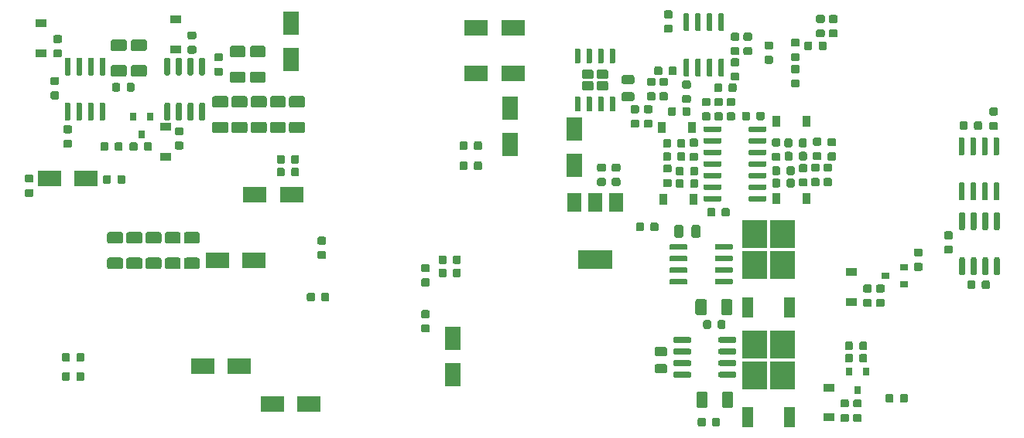
<source format=gbr>
G04 #@! TF.GenerationSoftware,KiCad,Pcbnew,5.1.4+dfsg1-1*
G04 #@! TF.CreationDate,2020-04-05T14:55:26+02:00*
G04 #@! TF.ProjectId,led-multiott,6c65642d-6d75-46c7-9469-6f74742e6b69,rev?*
G04 #@! TF.SameCoordinates,Original*
G04 #@! TF.FileFunction,Paste,Bot*
G04 #@! TF.FilePolarity,Positive*
%FSLAX46Y46*%
G04 Gerber Fmt 4.6, Leading zero omitted, Abs format (unit mm)*
G04 Created by KiCad (PCBNEW 5.1.4+dfsg1-1) date 2020-04-05 14:55:26*
%MOMM*%
%LPD*%
G04 APERTURE LIST*
%ADD10C,0.100000*%
%ADD11C,0.875000*%
%ADD12C,0.600000*%
%ADD13C,0.975000*%
%ADD14R,2.750000X3.050000*%
%ADD15R,1.200000X2.200000*%
%ADD16R,2.500000X1.800000*%
%ADD17R,0.800000X0.900000*%
%ADD18R,1.500000X2.000000*%
%ADD19R,3.800000X2.000000*%
%ADD20C,1.010000*%
%ADD21C,1.250000*%
%ADD22R,0.900000X0.800000*%
%ADD23R,0.900000X1.200000*%
%ADD24R,1.800000X2.500000*%
%ADD25R,1.200000X0.900000*%
G04 APERTURE END LIST*
D10*
G36*
X230177691Y-66576053D02*
G01*
X230198926Y-66579203D01*
X230219750Y-66584419D01*
X230239962Y-66591651D01*
X230259368Y-66600830D01*
X230277781Y-66611866D01*
X230295024Y-66624654D01*
X230310930Y-66639070D01*
X230325346Y-66654976D01*
X230338134Y-66672219D01*
X230349170Y-66690632D01*
X230358349Y-66710038D01*
X230365581Y-66730250D01*
X230370797Y-66751074D01*
X230373947Y-66772309D01*
X230375000Y-66793750D01*
X230375000Y-67231250D01*
X230373947Y-67252691D01*
X230370797Y-67273926D01*
X230365581Y-67294750D01*
X230358349Y-67314962D01*
X230349170Y-67334368D01*
X230338134Y-67352781D01*
X230325346Y-67370024D01*
X230310930Y-67385930D01*
X230295024Y-67400346D01*
X230277781Y-67413134D01*
X230259368Y-67424170D01*
X230239962Y-67433349D01*
X230219750Y-67440581D01*
X230198926Y-67445797D01*
X230177691Y-67448947D01*
X230156250Y-67450000D01*
X229643750Y-67450000D01*
X229622309Y-67448947D01*
X229601074Y-67445797D01*
X229580250Y-67440581D01*
X229560038Y-67433349D01*
X229540632Y-67424170D01*
X229522219Y-67413134D01*
X229504976Y-67400346D01*
X229489070Y-67385930D01*
X229474654Y-67370024D01*
X229461866Y-67352781D01*
X229450830Y-67334368D01*
X229441651Y-67314962D01*
X229434419Y-67294750D01*
X229429203Y-67273926D01*
X229426053Y-67252691D01*
X229425000Y-67231250D01*
X229425000Y-66793750D01*
X229426053Y-66772309D01*
X229429203Y-66751074D01*
X229434419Y-66730250D01*
X229441651Y-66710038D01*
X229450830Y-66690632D01*
X229461866Y-66672219D01*
X229474654Y-66654976D01*
X229489070Y-66639070D01*
X229504976Y-66624654D01*
X229522219Y-66611866D01*
X229540632Y-66600830D01*
X229560038Y-66591651D01*
X229580250Y-66584419D01*
X229601074Y-66579203D01*
X229622309Y-66576053D01*
X229643750Y-66575000D01*
X230156250Y-66575000D01*
X230177691Y-66576053D01*
X230177691Y-66576053D01*
G37*
D11*
X229900000Y-67012500D03*
D10*
G36*
X230177691Y-68151053D02*
G01*
X230198926Y-68154203D01*
X230219750Y-68159419D01*
X230239962Y-68166651D01*
X230259368Y-68175830D01*
X230277781Y-68186866D01*
X230295024Y-68199654D01*
X230310930Y-68214070D01*
X230325346Y-68229976D01*
X230338134Y-68247219D01*
X230349170Y-68265632D01*
X230358349Y-68285038D01*
X230365581Y-68305250D01*
X230370797Y-68326074D01*
X230373947Y-68347309D01*
X230375000Y-68368750D01*
X230375000Y-68806250D01*
X230373947Y-68827691D01*
X230370797Y-68848926D01*
X230365581Y-68869750D01*
X230358349Y-68889962D01*
X230349170Y-68909368D01*
X230338134Y-68927781D01*
X230325346Y-68945024D01*
X230310930Y-68960930D01*
X230295024Y-68975346D01*
X230277781Y-68988134D01*
X230259368Y-68999170D01*
X230239962Y-69008349D01*
X230219750Y-69015581D01*
X230198926Y-69020797D01*
X230177691Y-69023947D01*
X230156250Y-69025000D01*
X229643750Y-69025000D01*
X229622309Y-69023947D01*
X229601074Y-69020797D01*
X229580250Y-69015581D01*
X229560038Y-69008349D01*
X229540632Y-68999170D01*
X229522219Y-68988134D01*
X229504976Y-68975346D01*
X229489070Y-68960930D01*
X229474654Y-68945024D01*
X229461866Y-68927781D01*
X229450830Y-68909368D01*
X229441651Y-68889962D01*
X229434419Y-68869750D01*
X229429203Y-68848926D01*
X229426053Y-68827691D01*
X229425000Y-68806250D01*
X229425000Y-68368750D01*
X229426053Y-68347309D01*
X229429203Y-68326074D01*
X229434419Y-68305250D01*
X229441651Y-68285038D01*
X229450830Y-68265632D01*
X229461866Y-68247219D01*
X229474654Y-68229976D01*
X229489070Y-68214070D01*
X229504976Y-68199654D01*
X229522219Y-68186866D01*
X229540632Y-68175830D01*
X229560038Y-68166651D01*
X229580250Y-68159419D01*
X229601074Y-68154203D01*
X229622309Y-68151053D01*
X229643750Y-68150000D01*
X230156250Y-68150000D01*
X230177691Y-68151053D01*
X230177691Y-68151053D01*
G37*
D11*
X229900000Y-68587500D03*
D10*
G36*
X223277691Y-55976053D02*
G01*
X223298926Y-55979203D01*
X223319750Y-55984419D01*
X223339962Y-55991651D01*
X223359368Y-56000830D01*
X223377781Y-56011866D01*
X223395024Y-56024654D01*
X223410930Y-56039070D01*
X223425346Y-56054976D01*
X223438134Y-56072219D01*
X223449170Y-56090632D01*
X223458349Y-56110038D01*
X223465581Y-56130250D01*
X223470797Y-56151074D01*
X223473947Y-56172309D01*
X223475000Y-56193750D01*
X223475000Y-56631250D01*
X223473947Y-56652691D01*
X223470797Y-56673926D01*
X223465581Y-56694750D01*
X223458349Y-56714962D01*
X223449170Y-56734368D01*
X223438134Y-56752781D01*
X223425346Y-56770024D01*
X223410930Y-56785930D01*
X223395024Y-56800346D01*
X223377781Y-56813134D01*
X223359368Y-56824170D01*
X223339962Y-56833349D01*
X223319750Y-56840581D01*
X223298926Y-56845797D01*
X223277691Y-56848947D01*
X223256250Y-56850000D01*
X222743750Y-56850000D01*
X222722309Y-56848947D01*
X222701074Y-56845797D01*
X222680250Y-56840581D01*
X222660038Y-56833349D01*
X222640632Y-56824170D01*
X222622219Y-56813134D01*
X222604976Y-56800346D01*
X222589070Y-56785930D01*
X222574654Y-56770024D01*
X222561866Y-56752781D01*
X222550830Y-56734368D01*
X222541651Y-56714962D01*
X222534419Y-56694750D01*
X222529203Y-56673926D01*
X222526053Y-56652691D01*
X222525000Y-56631250D01*
X222525000Y-56193750D01*
X222526053Y-56172309D01*
X222529203Y-56151074D01*
X222534419Y-56130250D01*
X222541651Y-56110038D01*
X222550830Y-56090632D01*
X222561866Y-56072219D01*
X222574654Y-56054976D01*
X222589070Y-56039070D01*
X222604976Y-56024654D01*
X222622219Y-56011866D01*
X222640632Y-56000830D01*
X222660038Y-55991651D01*
X222680250Y-55984419D01*
X222701074Y-55979203D01*
X222722309Y-55976053D01*
X222743750Y-55975000D01*
X223256250Y-55975000D01*
X223277691Y-55976053D01*
X223277691Y-55976053D01*
G37*
D11*
X223000000Y-56412500D03*
D10*
G36*
X223277691Y-57551053D02*
G01*
X223298926Y-57554203D01*
X223319750Y-57559419D01*
X223339962Y-57566651D01*
X223359368Y-57575830D01*
X223377781Y-57586866D01*
X223395024Y-57599654D01*
X223410930Y-57614070D01*
X223425346Y-57629976D01*
X223438134Y-57647219D01*
X223449170Y-57665632D01*
X223458349Y-57685038D01*
X223465581Y-57705250D01*
X223470797Y-57726074D01*
X223473947Y-57747309D01*
X223475000Y-57768750D01*
X223475000Y-58206250D01*
X223473947Y-58227691D01*
X223470797Y-58248926D01*
X223465581Y-58269750D01*
X223458349Y-58289962D01*
X223449170Y-58309368D01*
X223438134Y-58327781D01*
X223425346Y-58345024D01*
X223410930Y-58360930D01*
X223395024Y-58375346D01*
X223377781Y-58388134D01*
X223359368Y-58399170D01*
X223339962Y-58408349D01*
X223319750Y-58415581D01*
X223298926Y-58420797D01*
X223277691Y-58423947D01*
X223256250Y-58425000D01*
X222743750Y-58425000D01*
X222722309Y-58423947D01*
X222701074Y-58420797D01*
X222680250Y-58415581D01*
X222660038Y-58408349D01*
X222640632Y-58399170D01*
X222622219Y-58388134D01*
X222604976Y-58375346D01*
X222589070Y-58360930D01*
X222574654Y-58345024D01*
X222561866Y-58327781D01*
X222550830Y-58309368D01*
X222541651Y-58289962D01*
X222534419Y-58269750D01*
X222529203Y-58248926D01*
X222526053Y-58227691D01*
X222525000Y-58206250D01*
X222525000Y-57768750D01*
X222526053Y-57747309D01*
X222529203Y-57726074D01*
X222534419Y-57705250D01*
X222541651Y-57685038D01*
X222550830Y-57665632D01*
X222561866Y-57647219D01*
X222574654Y-57629976D01*
X222589070Y-57614070D01*
X222604976Y-57599654D01*
X222622219Y-57586866D01*
X222640632Y-57575830D01*
X222660038Y-57566651D01*
X222680250Y-57559419D01*
X222701074Y-57554203D01*
X222722309Y-57551053D01*
X222743750Y-57550000D01*
X223256250Y-57550000D01*
X223277691Y-57551053D01*
X223277691Y-57551053D01*
G37*
D11*
X223000000Y-57987500D03*
D10*
G36*
X226177691Y-58576053D02*
G01*
X226198926Y-58579203D01*
X226219750Y-58584419D01*
X226239962Y-58591651D01*
X226259368Y-58600830D01*
X226277781Y-58611866D01*
X226295024Y-58624654D01*
X226310930Y-58639070D01*
X226325346Y-58654976D01*
X226338134Y-58672219D01*
X226349170Y-58690632D01*
X226358349Y-58710038D01*
X226365581Y-58730250D01*
X226370797Y-58751074D01*
X226373947Y-58772309D01*
X226375000Y-58793750D01*
X226375000Y-59231250D01*
X226373947Y-59252691D01*
X226370797Y-59273926D01*
X226365581Y-59294750D01*
X226358349Y-59314962D01*
X226349170Y-59334368D01*
X226338134Y-59352781D01*
X226325346Y-59370024D01*
X226310930Y-59385930D01*
X226295024Y-59400346D01*
X226277781Y-59413134D01*
X226259368Y-59424170D01*
X226239962Y-59433349D01*
X226219750Y-59440581D01*
X226198926Y-59445797D01*
X226177691Y-59448947D01*
X226156250Y-59450000D01*
X225643750Y-59450000D01*
X225622309Y-59448947D01*
X225601074Y-59445797D01*
X225580250Y-59440581D01*
X225560038Y-59433349D01*
X225540632Y-59424170D01*
X225522219Y-59413134D01*
X225504976Y-59400346D01*
X225489070Y-59385930D01*
X225474654Y-59370024D01*
X225461866Y-59352781D01*
X225450830Y-59334368D01*
X225441651Y-59314962D01*
X225434419Y-59294750D01*
X225429203Y-59273926D01*
X225426053Y-59252691D01*
X225425000Y-59231250D01*
X225425000Y-58793750D01*
X225426053Y-58772309D01*
X225429203Y-58751074D01*
X225434419Y-58730250D01*
X225441651Y-58710038D01*
X225450830Y-58690632D01*
X225461866Y-58672219D01*
X225474654Y-58654976D01*
X225489070Y-58639070D01*
X225504976Y-58624654D01*
X225522219Y-58611866D01*
X225540632Y-58600830D01*
X225560038Y-58591651D01*
X225580250Y-58584419D01*
X225601074Y-58579203D01*
X225622309Y-58576053D01*
X225643750Y-58575000D01*
X226156250Y-58575000D01*
X226177691Y-58576053D01*
X226177691Y-58576053D01*
G37*
D11*
X225900000Y-59012500D03*
D10*
G36*
X226177691Y-60151053D02*
G01*
X226198926Y-60154203D01*
X226219750Y-60159419D01*
X226239962Y-60166651D01*
X226259368Y-60175830D01*
X226277781Y-60186866D01*
X226295024Y-60199654D01*
X226310930Y-60214070D01*
X226325346Y-60229976D01*
X226338134Y-60247219D01*
X226349170Y-60265632D01*
X226358349Y-60285038D01*
X226365581Y-60305250D01*
X226370797Y-60326074D01*
X226373947Y-60347309D01*
X226375000Y-60368750D01*
X226375000Y-60806250D01*
X226373947Y-60827691D01*
X226370797Y-60848926D01*
X226365581Y-60869750D01*
X226358349Y-60889962D01*
X226349170Y-60909368D01*
X226338134Y-60927781D01*
X226325346Y-60945024D01*
X226310930Y-60960930D01*
X226295024Y-60975346D01*
X226277781Y-60988134D01*
X226259368Y-60999170D01*
X226239962Y-61008349D01*
X226219750Y-61015581D01*
X226198926Y-61020797D01*
X226177691Y-61023947D01*
X226156250Y-61025000D01*
X225643750Y-61025000D01*
X225622309Y-61023947D01*
X225601074Y-61020797D01*
X225580250Y-61015581D01*
X225560038Y-61008349D01*
X225540632Y-60999170D01*
X225522219Y-60988134D01*
X225504976Y-60975346D01*
X225489070Y-60960930D01*
X225474654Y-60945024D01*
X225461866Y-60927781D01*
X225450830Y-60909368D01*
X225441651Y-60889962D01*
X225434419Y-60869750D01*
X225429203Y-60848926D01*
X225426053Y-60827691D01*
X225425000Y-60806250D01*
X225425000Y-60368750D01*
X225426053Y-60347309D01*
X225429203Y-60326074D01*
X225434419Y-60305250D01*
X225441651Y-60285038D01*
X225450830Y-60265632D01*
X225461866Y-60247219D01*
X225474654Y-60229976D01*
X225489070Y-60214070D01*
X225504976Y-60199654D01*
X225522219Y-60186866D01*
X225540632Y-60175830D01*
X225560038Y-60166651D01*
X225580250Y-60159419D01*
X225601074Y-60154203D01*
X225622309Y-60151053D01*
X225643750Y-60150000D01*
X226156250Y-60150000D01*
X226177691Y-60151053D01*
X226177691Y-60151053D01*
G37*
D11*
X225900000Y-60587500D03*
D10*
G36*
X226177691Y-55676053D02*
G01*
X226198926Y-55679203D01*
X226219750Y-55684419D01*
X226239962Y-55691651D01*
X226259368Y-55700830D01*
X226277781Y-55711866D01*
X226295024Y-55724654D01*
X226310930Y-55739070D01*
X226325346Y-55754976D01*
X226338134Y-55772219D01*
X226349170Y-55790632D01*
X226358349Y-55810038D01*
X226365581Y-55830250D01*
X226370797Y-55851074D01*
X226373947Y-55872309D01*
X226375000Y-55893750D01*
X226375000Y-56331250D01*
X226373947Y-56352691D01*
X226370797Y-56373926D01*
X226365581Y-56394750D01*
X226358349Y-56414962D01*
X226349170Y-56434368D01*
X226338134Y-56452781D01*
X226325346Y-56470024D01*
X226310930Y-56485930D01*
X226295024Y-56500346D01*
X226277781Y-56513134D01*
X226259368Y-56524170D01*
X226239962Y-56533349D01*
X226219750Y-56540581D01*
X226198926Y-56545797D01*
X226177691Y-56548947D01*
X226156250Y-56550000D01*
X225643750Y-56550000D01*
X225622309Y-56548947D01*
X225601074Y-56545797D01*
X225580250Y-56540581D01*
X225560038Y-56533349D01*
X225540632Y-56524170D01*
X225522219Y-56513134D01*
X225504976Y-56500346D01*
X225489070Y-56485930D01*
X225474654Y-56470024D01*
X225461866Y-56452781D01*
X225450830Y-56434368D01*
X225441651Y-56414962D01*
X225434419Y-56394750D01*
X225429203Y-56373926D01*
X225426053Y-56352691D01*
X225425000Y-56331250D01*
X225425000Y-55893750D01*
X225426053Y-55872309D01*
X225429203Y-55851074D01*
X225434419Y-55830250D01*
X225441651Y-55810038D01*
X225450830Y-55790632D01*
X225461866Y-55772219D01*
X225474654Y-55754976D01*
X225489070Y-55739070D01*
X225504976Y-55724654D01*
X225522219Y-55711866D01*
X225540632Y-55700830D01*
X225560038Y-55691651D01*
X225580250Y-55684419D01*
X225601074Y-55679203D01*
X225622309Y-55676053D01*
X225643750Y-55675000D01*
X226156250Y-55675000D01*
X226177691Y-55676053D01*
X226177691Y-55676053D01*
G37*
D11*
X225900000Y-56112500D03*
D10*
G36*
X226177691Y-57251053D02*
G01*
X226198926Y-57254203D01*
X226219750Y-57259419D01*
X226239962Y-57266651D01*
X226259368Y-57275830D01*
X226277781Y-57286866D01*
X226295024Y-57299654D01*
X226310930Y-57314070D01*
X226325346Y-57329976D01*
X226338134Y-57347219D01*
X226349170Y-57365632D01*
X226358349Y-57385038D01*
X226365581Y-57405250D01*
X226370797Y-57426074D01*
X226373947Y-57447309D01*
X226375000Y-57468750D01*
X226375000Y-57906250D01*
X226373947Y-57927691D01*
X226370797Y-57948926D01*
X226365581Y-57969750D01*
X226358349Y-57989962D01*
X226349170Y-58009368D01*
X226338134Y-58027781D01*
X226325346Y-58045024D01*
X226310930Y-58060930D01*
X226295024Y-58075346D01*
X226277781Y-58088134D01*
X226259368Y-58099170D01*
X226239962Y-58108349D01*
X226219750Y-58115581D01*
X226198926Y-58120797D01*
X226177691Y-58123947D01*
X226156250Y-58125000D01*
X225643750Y-58125000D01*
X225622309Y-58123947D01*
X225601074Y-58120797D01*
X225580250Y-58115581D01*
X225560038Y-58108349D01*
X225540632Y-58099170D01*
X225522219Y-58088134D01*
X225504976Y-58075346D01*
X225489070Y-58060930D01*
X225474654Y-58045024D01*
X225461866Y-58027781D01*
X225450830Y-58009368D01*
X225441651Y-57989962D01*
X225434419Y-57969750D01*
X225429203Y-57948926D01*
X225426053Y-57927691D01*
X225425000Y-57906250D01*
X225425000Y-57468750D01*
X225426053Y-57447309D01*
X225429203Y-57426074D01*
X225434419Y-57405250D01*
X225441651Y-57385038D01*
X225450830Y-57365632D01*
X225461866Y-57347219D01*
X225474654Y-57329976D01*
X225489070Y-57314070D01*
X225504976Y-57299654D01*
X225522219Y-57286866D01*
X225540632Y-57275830D01*
X225560038Y-57266651D01*
X225580250Y-57259419D01*
X225601074Y-57254203D01*
X225622309Y-57251053D01*
X225643750Y-57250000D01*
X226156250Y-57250000D01*
X226177691Y-57251053D01*
X226177691Y-57251053D01*
G37*
D11*
X225900000Y-57687500D03*
D10*
G36*
X212727691Y-58726053D02*
G01*
X212748926Y-58729203D01*
X212769750Y-58734419D01*
X212789962Y-58741651D01*
X212809368Y-58750830D01*
X212827781Y-58761866D01*
X212845024Y-58774654D01*
X212860930Y-58789070D01*
X212875346Y-58804976D01*
X212888134Y-58822219D01*
X212899170Y-58840632D01*
X212908349Y-58860038D01*
X212915581Y-58880250D01*
X212920797Y-58901074D01*
X212923947Y-58922309D01*
X212925000Y-58943750D01*
X212925000Y-59456250D01*
X212923947Y-59477691D01*
X212920797Y-59498926D01*
X212915581Y-59519750D01*
X212908349Y-59539962D01*
X212899170Y-59559368D01*
X212888134Y-59577781D01*
X212875346Y-59595024D01*
X212860930Y-59610930D01*
X212845024Y-59625346D01*
X212827781Y-59638134D01*
X212809368Y-59649170D01*
X212789962Y-59658349D01*
X212769750Y-59665581D01*
X212748926Y-59670797D01*
X212727691Y-59673947D01*
X212706250Y-59675000D01*
X212268750Y-59675000D01*
X212247309Y-59673947D01*
X212226074Y-59670797D01*
X212205250Y-59665581D01*
X212185038Y-59658349D01*
X212165632Y-59649170D01*
X212147219Y-59638134D01*
X212129976Y-59625346D01*
X212114070Y-59610930D01*
X212099654Y-59595024D01*
X212086866Y-59577781D01*
X212075830Y-59559368D01*
X212066651Y-59539962D01*
X212059419Y-59519750D01*
X212054203Y-59498926D01*
X212051053Y-59477691D01*
X212050000Y-59456250D01*
X212050000Y-58943750D01*
X212051053Y-58922309D01*
X212054203Y-58901074D01*
X212059419Y-58880250D01*
X212066651Y-58860038D01*
X212075830Y-58840632D01*
X212086866Y-58822219D01*
X212099654Y-58804976D01*
X212114070Y-58789070D01*
X212129976Y-58774654D01*
X212147219Y-58761866D01*
X212165632Y-58750830D01*
X212185038Y-58741651D01*
X212205250Y-58734419D01*
X212226074Y-58729203D01*
X212247309Y-58726053D01*
X212268750Y-58725000D01*
X212706250Y-58725000D01*
X212727691Y-58726053D01*
X212727691Y-58726053D01*
G37*
D11*
X212487500Y-59200000D03*
D10*
G36*
X211152691Y-58726053D02*
G01*
X211173926Y-58729203D01*
X211194750Y-58734419D01*
X211214962Y-58741651D01*
X211234368Y-58750830D01*
X211252781Y-58761866D01*
X211270024Y-58774654D01*
X211285930Y-58789070D01*
X211300346Y-58804976D01*
X211313134Y-58822219D01*
X211324170Y-58840632D01*
X211333349Y-58860038D01*
X211340581Y-58880250D01*
X211345797Y-58901074D01*
X211348947Y-58922309D01*
X211350000Y-58943750D01*
X211350000Y-59456250D01*
X211348947Y-59477691D01*
X211345797Y-59498926D01*
X211340581Y-59519750D01*
X211333349Y-59539962D01*
X211324170Y-59559368D01*
X211313134Y-59577781D01*
X211300346Y-59595024D01*
X211285930Y-59610930D01*
X211270024Y-59625346D01*
X211252781Y-59638134D01*
X211234368Y-59649170D01*
X211214962Y-59658349D01*
X211194750Y-59665581D01*
X211173926Y-59670797D01*
X211152691Y-59673947D01*
X211131250Y-59675000D01*
X210693750Y-59675000D01*
X210672309Y-59673947D01*
X210651074Y-59670797D01*
X210630250Y-59665581D01*
X210610038Y-59658349D01*
X210590632Y-59649170D01*
X210572219Y-59638134D01*
X210554976Y-59625346D01*
X210539070Y-59610930D01*
X210524654Y-59595024D01*
X210511866Y-59577781D01*
X210500830Y-59559368D01*
X210491651Y-59539962D01*
X210484419Y-59519750D01*
X210479203Y-59498926D01*
X210476053Y-59477691D01*
X210475000Y-59456250D01*
X210475000Y-58943750D01*
X210476053Y-58922309D01*
X210479203Y-58901074D01*
X210484419Y-58880250D01*
X210491651Y-58860038D01*
X210500830Y-58840632D01*
X210511866Y-58822219D01*
X210524654Y-58804976D01*
X210539070Y-58789070D01*
X210554976Y-58774654D01*
X210572219Y-58761866D01*
X210590632Y-58750830D01*
X210610038Y-58741651D01*
X210630250Y-58734419D01*
X210651074Y-58729203D01*
X210672309Y-58726053D01*
X210693750Y-58725000D01*
X211131250Y-58725000D01*
X211152691Y-58726053D01*
X211152691Y-58726053D01*
G37*
D11*
X210912500Y-59200000D03*
D10*
G36*
X212277691Y-52576053D02*
G01*
X212298926Y-52579203D01*
X212319750Y-52584419D01*
X212339962Y-52591651D01*
X212359368Y-52600830D01*
X212377781Y-52611866D01*
X212395024Y-52624654D01*
X212410930Y-52639070D01*
X212425346Y-52654976D01*
X212438134Y-52672219D01*
X212449170Y-52690632D01*
X212458349Y-52710038D01*
X212465581Y-52730250D01*
X212470797Y-52751074D01*
X212473947Y-52772309D01*
X212475000Y-52793750D01*
X212475000Y-53231250D01*
X212473947Y-53252691D01*
X212470797Y-53273926D01*
X212465581Y-53294750D01*
X212458349Y-53314962D01*
X212449170Y-53334368D01*
X212438134Y-53352781D01*
X212425346Y-53370024D01*
X212410930Y-53385930D01*
X212395024Y-53400346D01*
X212377781Y-53413134D01*
X212359368Y-53424170D01*
X212339962Y-53433349D01*
X212319750Y-53440581D01*
X212298926Y-53445797D01*
X212277691Y-53448947D01*
X212256250Y-53450000D01*
X211743750Y-53450000D01*
X211722309Y-53448947D01*
X211701074Y-53445797D01*
X211680250Y-53440581D01*
X211660038Y-53433349D01*
X211640632Y-53424170D01*
X211622219Y-53413134D01*
X211604976Y-53400346D01*
X211589070Y-53385930D01*
X211574654Y-53370024D01*
X211561866Y-53352781D01*
X211550830Y-53334368D01*
X211541651Y-53314962D01*
X211534419Y-53294750D01*
X211529203Y-53273926D01*
X211526053Y-53252691D01*
X211525000Y-53231250D01*
X211525000Y-52793750D01*
X211526053Y-52772309D01*
X211529203Y-52751074D01*
X211534419Y-52730250D01*
X211541651Y-52710038D01*
X211550830Y-52690632D01*
X211561866Y-52672219D01*
X211574654Y-52654976D01*
X211589070Y-52639070D01*
X211604976Y-52624654D01*
X211622219Y-52611866D01*
X211640632Y-52600830D01*
X211660038Y-52591651D01*
X211680250Y-52584419D01*
X211701074Y-52579203D01*
X211722309Y-52576053D01*
X211743750Y-52575000D01*
X212256250Y-52575000D01*
X212277691Y-52576053D01*
X212277691Y-52576053D01*
G37*
D11*
X212000000Y-53012500D03*
D10*
G36*
X212277691Y-54151053D02*
G01*
X212298926Y-54154203D01*
X212319750Y-54159419D01*
X212339962Y-54166651D01*
X212359368Y-54175830D01*
X212377781Y-54186866D01*
X212395024Y-54199654D01*
X212410930Y-54214070D01*
X212425346Y-54229976D01*
X212438134Y-54247219D01*
X212449170Y-54265632D01*
X212458349Y-54285038D01*
X212465581Y-54305250D01*
X212470797Y-54326074D01*
X212473947Y-54347309D01*
X212475000Y-54368750D01*
X212475000Y-54806250D01*
X212473947Y-54827691D01*
X212470797Y-54848926D01*
X212465581Y-54869750D01*
X212458349Y-54889962D01*
X212449170Y-54909368D01*
X212438134Y-54927781D01*
X212425346Y-54945024D01*
X212410930Y-54960930D01*
X212395024Y-54975346D01*
X212377781Y-54988134D01*
X212359368Y-54999170D01*
X212339962Y-55008349D01*
X212319750Y-55015581D01*
X212298926Y-55020797D01*
X212277691Y-55023947D01*
X212256250Y-55025000D01*
X211743750Y-55025000D01*
X211722309Y-55023947D01*
X211701074Y-55020797D01*
X211680250Y-55015581D01*
X211660038Y-55008349D01*
X211640632Y-54999170D01*
X211622219Y-54988134D01*
X211604976Y-54975346D01*
X211589070Y-54960930D01*
X211574654Y-54945024D01*
X211561866Y-54927781D01*
X211550830Y-54909368D01*
X211541651Y-54889962D01*
X211534419Y-54869750D01*
X211529203Y-54848926D01*
X211526053Y-54827691D01*
X211525000Y-54806250D01*
X211525000Y-54368750D01*
X211526053Y-54347309D01*
X211529203Y-54326074D01*
X211534419Y-54305250D01*
X211541651Y-54285038D01*
X211550830Y-54265632D01*
X211561866Y-54247219D01*
X211574654Y-54229976D01*
X211589070Y-54214070D01*
X211604976Y-54199654D01*
X211622219Y-54186866D01*
X211640632Y-54175830D01*
X211660038Y-54166651D01*
X211680250Y-54159419D01*
X211701074Y-54154203D01*
X211722309Y-54151053D01*
X211743750Y-54150000D01*
X212256250Y-54150000D01*
X212277691Y-54151053D01*
X212277691Y-54151053D01*
G37*
D11*
X212000000Y-54587500D03*
D10*
G36*
X236452691Y-94626053D02*
G01*
X236473926Y-94629203D01*
X236494750Y-94634419D01*
X236514962Y-94641651D01*
X236534368Y-94650830D01*
X236552781Y-94661866D01*
X236570024Y-94674654D01*
X236585930Y-94689070D01*
X236600346Y-94704976D01*
X236613134Y-94722219D01*
X236624170Y-94740632D01*
X236633349Y-94760038D01*
X236640581Y-94780250D01*
X236645797Y-94801074D01*
X236648947Y-94822309D01*
X236650000Y-94843750D01*
X236650000Y-95356250D01*
X236648947Y-95377691D01*
X236645797Y-95398926D01*
X236640581Y-95419750D01*
X236633349Y-95439962D01*
X236624170Y-95459368D01*
X236613134Y-95477781D01*
X236600346Y-95495024D01*
X236585930Y-95510930D01*
X236570024Y-95525346D01*
X236552781Y-95538134D01*
X236534368Y-95549170D01*
X236514962Y-95558349D01*
X236494750Y-95565581D01*
X236473926Y-95570797D01*
X236452691Y-95573947D01*
X236431250Y-95575000D01*
X235993750Y-95575000D01*
X235972309Y-95573947D01*
X235951074Y-95570797D01*
X235930250Y-95565581D01*
X235910038Y-95558349D01*
X235890632Y-95549170D01*
X235872219Y-95538134D01*
X235854976Y-95525346D01*
X235839070Y-95510930D01*
X235824654Y-95495024D01*
X235811866Y-95477781D01*
X235800830Y-95459368D01*
X235791651Y-95439962D01*
X235784419Y-95419750D01*
X235779203Y-95398926D01*
X235776053Y-95377691D01*
X235775000Y-95356250D01*
X235775000Y-94843750D01*
X235776053Y-94822309D01*
X235779203Y-94801074D01*
X235784419Y-94780250D01*
X235791651Y-94760038D01*
X235800830Y-94740632D01*
X235811866Y-94722219D01*
X235824654Y-94704976D01*
X235839070Y-94689070D01*
X235854976Y-94674654D01*
X235872219Y-94661866D01*
X235890632Y-94650830D01*
X235910038Y-94641651D01*
X235930250Y-94634419D01*
X235951074Y-94629203D01*
X235972309Y-94626053D01*
X235993750Y-94625000D01*
X236431250Y-94625000D01*
X236452691Y-94626053D01*
X236452691Y-94626053D01*
G37*
D11*
X236212500Y-95100000D03*
D10*
G36*
X238027691Y-94626053D02*
G01*
X238048926Y-94629203D01*
X238069750Y-94634419D01*
X238089962Y-94641651D01*
X238109368Y-94650830D01*
X238127781Y-94661866D01*
X238145024Y-94674654D01*
X238160930Y-94689070D01*
X238175346Y-94704976D01*
X238188134Y-94722219D01*
X238199170Y-94740632D01*
X238208349Y-94760038D01*
X238215581Y-94780250D01*
X238220797Y-94801074D01*
X238223947Y-94822309D01*
X238225000Y-94843750D01*
X238225000Y-95356250D01*
X238223947Y-95377691D01*
X238220797Y-95398926D01*
X238215581Y-95419750D01*
X238208349Y-95439962D01*
X238199170Y-95459368D01*
X238188134Y-95477781D01*
X238175346Y-95495024D01*
X238160930Y-95510930D01*
X238145024Y-95525346D01*
X238127781Y-95538134D01*
X238109368Y-95549170D01*
X238089962Y-95558349D01*
X238069750Y-95565581D01*
X238048926Y-95570797D01*
X238027691Y-95573947D01*
X238006250Y-95575000D01*
X237568750Y-95575000D01*
X237547309Y-95573947D01*
X237526074Y-95570797D01*
X237505250Y-95565581D01*
X237485038Y-95558349D01*
X237465632Y-95549170D01*
X237447219Y-95538134D01*
X237429976Y-95525346D01*
X237414070Y-95510930D01*
X237399654Y-95495024D01*
X237386866Y-95477781D01*
X237375830Y-95459368D01*
X237366651Y-95439962D01*
X237359419Y-95419750D01*
X237354203Y-95398926D01*
X237351053Y-95377691D01*
X237350000Y-95356250D01*
X237350000Y-94843750D01*
X237351053Y-94822309D01*
X237354203Y-94801074D01*
X237359419Y-94780250D01*
X237366651Y-94760038D01*
X237375830Y-94740632D01*
X237386866Y-94722219D01*
X237399654Y-94704976D01*
X237414070Y-94689070D01*
X237429976Y-94674654D01*
X237447219Y-94661866D01*
X237465632Y-94650830D01*
X237485038Y-94641651D01*
X237505250Y-94634419D01*
X237526074Y-94629203D01*
X237547309Y-94626053D01*
X237568750Y-94625000D01*
X238006250Y-94625000D01*
X238027691Y-94626053D01*
X238027691Y-94626053D01*
G37*
D11*
X237787500Y-95100000D03*
D10*
G36*
X232002691Y-88876053D02*
G01*
X232023926Y-88879203D01*
X232044750Y-88884419D01*
X232064962Y-88891651D01*
X232084368Y-88900830D01*
X232102781Y-88911866D01*
X232120024Y-88924654D01*
X232135930Y-88939070D01*
X232150346Y-88954976D01*
X232163134Y-88972219D01*
X232174170Y-88990632D01*
X232183349Y-89010038D01*
X232190581Y-89030250D01*
X232195797Y-89051074D01*
X232198947Y-89072309D01*
X232200000Y-89093750D01*
X232200000Y-89606250D01*
X232198947Y-89627691D01*
X232195797Y-89648926D01*
X232190581Y-89669750D01*
X232183349Y-89689962D01*
X232174170Y-89709368D01*
X232163134Y-89727781D01*
X232150346Y-89745024D01*
X232135930Y-89760930D01*
X232120024Y-89775346D01*
X232102781Y-89788134D01*
X232084368Y-89799170D01*
X232064962Y-89808349D01*
X232044750Y-89815581D01*
X232023926Y-89820797D01*
X232002691Y-89823947D01*
X231981250Y-89825000D01*
X231543750Y-89825000D01*
X231522309Y-89823947D01*
X231501074Y-89820797D01*
X231480250Y-89815581D01*
X231460038Y-89808349D01*
X231440632Y-89799170D01*
X231422219Y-89788134D01*
X231404976Y-89775346D01*
X231389070Y-89760930D01*
X231374654Y-89745024D01*
X231361866Y-89727781D01*
X231350830Y-89709368D01*
X231341651Y-89689962D01*
X231334419Y-89669750D01*
X231329203Y-89648926D01*
X231326053Y-89627691D01*
X231325000Y-89606250D01*
X231325000Y-89093750D01*
X231326053Y-89072309D01*
X231329203Y-89051074D01*
X231334419Y-89030250D01*
X231341651Y-89010038D01*
X231350830Y-88990632D01*
X231361866Y-88972219D01*
X231374654Y-88954976D01*
X231389070Y-88939070D01*
X231404976Y-88924654D01*
X231422219Y-88911866D01*
X231440632Y-88900830D01*
X231460038Y-88891651D01*
X231480250Y-88884419D01*
X231501074Y-88879203D01*
X231522309Y-88876053D01*
X231543750Y-88875000D01*
X231981250Y-88875000D01*
X232002691Y-88876053D01*
X232002691Y-88876053D01*
G37*
D11*
X231762500Y-89350000D03*
D10*
G36*
X233577691Y-88876053D02*
G01*
X233598926Y-88879203D01*
X233619750Y-88884419D01*
X233639962Y-88891651D01*
X233659368Y-88900830D01*
X233677781Y-88911866D01*
X233695024Y-88924654D01*
X233710930Y-88939070D01*
X233725346Y-88954976D01*
X233738134Y-88972219D01*
X233749170Y-88990632D01*
X233758349Y-89010038D01*
X233765581Y-89030250D01*
X233770797Y-89051074D01*
X233773947Y-89072309D01*
X233775000Y-89093750D01*
X233775000Y-89606250D01*
X233773947Y-89627691D01*
X233770797Y-89648926D01*
X233765581Y-89669750D01*
X233758349Y-89689962D01*
X233749170Y-89709368D01*
X233738134Y-89727781D01*
X233725346Y-89745024D01*
X233710930Y-89760930D01*
X233695024Y-89775346D01*
X233677781Y-89788134D01*
X233659368Y-89799170D01*
X233639962Y-89808349D01*
X233619750Y-89815581D01*
X233598926Y-89820797D01*
X233577691Y-89823947D01*
X233556250Y-89825000D01*
X233118750Y-89825000D01*
X233097309Y-89823947D01*
X233076074Y-89820797D01*
X233055250Y-89815581D01*
X233035038Y-89808349D01*
X233015632Y-89799170D01*
X232997219Y-89788134D01*
X232979976Y-89775346D01*
X232964070Y-89760930D01*
X232949654Y-89745024D01*
X232936866Y-89727781D01*
X232925830Y-89709368D01*
X232916651Y-89689962D01*
X232909419Y-89669750D01*
X232904203Y-89648926D01*
X232901053Y-89627691D01*
X232900000Y-89606250D01*
X232900000Y-89093750D01*
X232901053Y-89072309D01*
X232904203Y-89051074D01*
X232909419Y-89030250D01*
X232916651Y-89010038D01*
X232925830Y-88990632D01*
X232936866Y-88972219D01*
X232949654Y-88954976D01*
X232964070Y-88939070D01*
X232979976Y-88924654D01*
X232997219Y-88911866D01*
X233015632Y-88900830D01*
X233035038Y-88891651D01*
X233055250Y-88884419D01*
X233076074Y-88879203D01*
X233097309Y-88876053D01*
X233118750Y-88875000D01*
X233556250Y-88875000D01*
X233577691Y-88876053D01*
X233577691Y-88876053D01*
G37*
D11*
X233337500Y-89350000D03*
D10*
G36*
X228927691Y-53076053D02*
G01*
X228948926Y-53079203D01*
X228969750Y-53084419D01*
X228989962Y-53091651D01*
X229009368Y-53100830D01*
X229027781Y-53111866D01*
X229045024Y-53124654D01*
X229060930Y-53139070D01*
X229075346Y-53154976D01*
X229088134Y-53172219D01*
X229099170Y-53190632D01*
X229108349Y-53210038D01*
X229115581Y-53230250D01*
X229120797Y-53251074D01*
X229123947Y-53272309D01*
X229125000Y-53293750D01*
X229125000Y-53731250D01*
X229123947Y-53752691D01*
X229120797Y-53773926D01*
X229115581Y-53794750D01*
X229108349Y-53814962D01*
X229099170Y-53834368D01*
X229088134Y-53852781D01*
X229075346Y-53870024D01*
X229060930Y-53885930D01*
X229045024Y-53900346D01*
X229027781Y-53913134D01*
X229009368Y-53924170D01*
X228989962Y-53933349D01*
X228969750Y-53940581D01*
X228948926Y-53945797D01*
X228927691Y-53948947D01*
X228906250Y-53950000D01*
X228393750Y-53950000D01*
X228372309Y-53948947D01*
X228351074Y-53945797D01*
X228330250Y-53940581D01*
X228310038Y-53933349D01*
X228290632Y-53924170D01*
X228272219Y-53913134D01*
X228254976Y-53900346D01*
X228239070Y-53885930D01*
X228224654Y-53870024D01*
X228211866Y-53852781D01*
X228200830Y-53834368D01*
X228191651Y-53814962D01*
X228184419Y-53794750D01*
X228179203Y-53773926D01*
X228176053Y-53752691D01*
X228175000Y-53731250D01*
X228175000Y-53293750D01*
X228176053Y-53272309D01*
X228179203Y-53251074D01*
X228184419Y-53230250D01*
X228191651Y-53210038D01*
X228200830Y-53190632D01*
X228211866Y-53172219D01*
X228224654Y-53154976D01*
X228239070Y-53139070D01*
X228254976Y-53124654D01*
X228272219Y-53111866D01*
X228290632Y-53100830D01*
X228310038Y-53091651D01*
X228330250Y-53084419D01*
X228351074Y-53079203D01*
X228372309Y-53076053D01*
X228393750Y-53075000D01*
X228906250Y-53075000D01*
X228927691Y-53076053D01*
X228927691Y-53076053D01*
G37*
D11*
X228650000Y-53512500D03*
D10*
G36*
X228927691Y-54651053D02*
G01*
X228948926Y-54654203D01*
X228969750Y-54659419D01*
X228989962Y-54666651D01*
X229009368Y-54675830D01*
X229027781Y-54686866D01*
X229045024Y-54699654D01*
X229060930Y-54714070D01*
X229075346Y-54729976D01*
X229088134Y-54747219D01*
X229099170Y-54765632D01*
X229108349Y-54785038D01*
X229115581Y-54805250D01*
X229120797Y-54826074D01*
X229123947Y-54847309D01*
X229125000Y-54868750D01*
X229125000Y-55306250D01*
X229123947Y-55327691D01*
X229120797Y-55348926D01*
X229115581Y-55369750D01*
X229108349Y-55389962D01*
X229099170Y-55409368D01*
X229088134Y-55427781D01*
X229075346Y-55445024D01*
X229060930Y-55460930D01*
X229045024Y-55475346D01*
X229027781Y-55488134D01*
X229009368Y-55499170D01*
X228989962Y-55508349D01*
X228969750Y-55515581D01*
X228948926Y-55520797D01*
X228927691Y-55523947D01*
X228906250Y-55525000D01*
X228393750Y-55525000D01*
X228372309Y-55523947D01*
X228351074Y-55520797D01*
X228330250Y-55515581D01*
X228310038Y-55508349D01*
X228290632Y-55499170D01*
X228272219Y-55488134D01*
X228254976Y-55475346D01*
X228239070Y-55460930D01*
X228224654Y-55445024D01*
X228211866Y-55427781D01*
X228200830Y-55409368D01*
X228191651Y-55389962D01*
X228184419Y-55369750D01*
X228179203Y-55348926D01*
X228176053Y-55327691D01*
X228175000Y-55306250D01*
X228175000Y-54868750D01*
X228176053Y-54847309D01*
X228179203Y-54826074D01*
X228184419Y-54805250D01*
X228191651Y-54785038D01*
X228200830Y-54765632D01*
X228211866Y-54747219D01*
X228224654Y-54729976D01*
X228239070Y-54714070D01*
X228254976Y-54699654D01*
X228272219Y-54686866D01*
X228290632Y-54675830D01*
X228310038Y-54666651D01*
X228330250Y-54659419D01*
X228351074Y-54654203D01*
X228372309Y-54651053D01*
X228393750Y-54650000D01*
X228906250Y-54650000D01*
X228927691Y-54651053D01*
X228927691Y-54651053D01*
G37*
D11*
X228650000Y-55087500D03*
D10*
G36*
X230327691Y-53076053D02*
G01*
X230348926Y-53079203D01*
X230369750Y-53084419D01*
X230389962Y-53091651D01*
X230409368Y-53100830D01*
X230427781Y-53111866D01*
X230445024Y-53124654D01*
X230460930Y-53139070D01*
X230475346Y-53154976D01*
X230488134Y-53172219D01*
X230499170Y-53190632D01*
X230508349Y-53210038D01*
X230515581Y-53230250D01*
X230520797Y-53251074D01*
X230523947Y-53272309D01*
X230525000Y-53293750D01*
X230525000Y-53731250D01*
X230523947Y-53752691D01*
X230520797Y-53773926D01*
X230515581Y-53794750D01*
X230508349Y-53814962D01*
X230499170Y-53834368D01*
X230488134Y-53852781D01*
X230475346Y-53870024D01*
X230460930Y-53885930D01*
X230445024Y-53900346D01*
X230427781Y-53913134D01*
X230409368Y-53924170D01*
X230389962Y-53933349D01*
X230369750Y-53940581D01*
X230348926Y-53945797D01*
X230327691Y-53948947D01*
X230306250Y-53950000D01*
X229793750Y-53950000D01*
X229772309Y-53948947D01*
X229751074Y-53945797D01*
X229730250Y-53940581D01*
X229710038Y-53933349D01*
X229690632Y-53924170D01*
X229672219Y-53913134D01*
X229654976Y-53900346D01*
X229639070Y-53885930D01*
X229624654Y-53870024D01*
X229611866Y-53852781D01*
X229600830Y-53834368D01*
X229591651Y-53814962D01*
X229584419Y-53794750D01*
X229579203Y-53773926D01*
X229576053Y-53752691D01*
X229575000Y-53731250D01*
X229575000Y-53293750D01*
X229576053Y-53272309D01*
X229579203Y-53251074D01*
X229584419Y-53230250D01*
X229591651Y-53210038D01*
X229600830Y-53190632D01*
X229611866Y-53172219D01*
X229624654Y-53154976D01*
X229639070Y-53139070D01*
X229654976Y-53124654D01*
X229672219Y-53111866D01*
X229690632Y-53100830D01*
X229710038Y-53091651D01*
X229730250Y-53084419D01*
X229751074Y-53079203D01*
X229772309Y-53076053D01*
X229793750Y-53075000D01*
X230306250Y-53075000D01*
X230327691Y-53076053D01*
X230327691Y-53076053D01*
G37*
D11*
X230050000Y-53512500D03*
D10*
G36*
X230327691Y-54651053D02*
G01*
X230348926Y-54654203D01*
X230369750Y-54659419D01*
X230389962Y-54666651D01*
X230409368Y-54675830D01*
X230427781Y-54686866D01*
X230445024Y-54699654D01*
X230460930Y-54714070D01*
X230475346Y-54729976D01*
X230488134Y-54747219D01*
X230499170Y-54765632D01*
X230508349Y-54785038D01*
X230515581Y-54805250D01*
X230520797Y-54826074D01*
X230523947Y-54847309D01*
X230525000Y-54868750D01*
X230525000Y-55306250D01*
X230523947Y-55327691D01*
X230520797Y-55348926D01*
X230515581Y-55369750D01*
X230508349Y-55389962D01*
X230499170Y-55409368D01*
X230488134Y-55427781D01*
X230475346Y-55445024D01*
X230460930Y-55460930D01*
X230445024Y-55475346D01*
X230427781Y-55488134D01*
X230409368Y-55499170D01*
X230389962Y-55508349D01*
X230369750Y-55515581D01*
X230348926Y-55520797D01*
X230327691Y-55523947D01*
X230306250Y-55525000D01*
X229793750Y-55525000D01*
X229772309Y-55523947D01*
X229751074Y-55520797D01*
X229730250Y-55515581D01*
X229710038Y-55508349D01*
X229690632Y-55499170D01*
X229672219Y-55488134D01*
X229654976Y-55475346D01*
X229639070Y-55460930D01*
X229624654Y-55445024D01*
X229611866Y-55427781D01*
X229600830Y-55409368D01*
X229591651Y-55389962D01*
X229584419Y-55369750D01*
X229579203Y-55348926D01*
X229576053Y-55327691D01*
X229575000Y-55306250D01*
X229575000Y-54868750D01*
X229576053Y-54847309D01*
X229579203Y-54826074D01*
X229584419Y-54805250D01*
X229591651Y-54785038D01*
X229600830Y-54765632D01*
X229611866Y-54747219D01*
X229624654Y-54729976D01*
X229639070Y-54714070D01*
X229654976Y-54699654D01*
X229672219Y-54686866D01*
X229690632Y-54675830D01*
X229710038Y-54666651D01*
X229730250Y-54659419D01*
X229751074Y-54654203D01*
X229772309Y-54651053D01*
X229793750Y-54650000D01*
X230306250Y-54650000D01*
X230327691Y-54651053D01*
X230327691Y-54651053D01*
G37*
D11*
X230050000Y-55087500D03*
D10*
G36*
X219577691Y-59401053D02*
G01*
X219598926Y-59404203D01*
X219619750Y-59409419D01*
X219639962Y-59416651D01*
X219659368Y-59425830D01*
X219677781Y-59436866D01*
X219695024Y-59449654D01*
X219710930Y-59464070D01*
X219725346Y-59479976D01*
X219738134Y-59497219D01*
X219749170Y-59515632D01*
X219758349Y-59535038D01*
X219765581Y-59555250D01*
X219770797Y-59576074D01*
X219773947Y-59597309D01*
X219775000Y-59618750D01*
X219775000Y-60056250D01*
X219773947Y-60077691D01*
X219770797Y-60098926D01*
X219765581Y-60119750D01*
X219758349Y-60139962D01*
X219749170Y-60159368D01*
X219738134Y-60177781D01*
X219725346Y-60195024D01*
X219710930Y-60210930D01*
X219695024Y-60225346D01*
X219677781Y-60238134D01*
X219659368Y-60249170D01*
X219639962Y-60258349D01*
X219619750Y-60265581D01*
X219598926Y-60270797D01*
X219577691Y-60273947D01*
X219556250Y-60275000D01*
X219043750Y-60275000D01*
X219022309Y-60273947D01*
X219001074Y-60270797D01*
X218980250Y-60265581D01*
X218960038Y-60258349D01*
X218940632Y-60249170D01*
X218922219Y-60238134D01*
X218904976Y-60225346D01*
X218889070Y-60210930D01*
X218874654Y-60195024D01*
X218861866Y-60177781D01*
X218850830Y-60159368D01*
X218841651Y-60139962D01*
X218834419Y-60119750D01*
X218829203Y-60098926D01*
X218826053Y-60077691D01*
X218825000Y-60056250D01*
X218825000Y-59618750D01*
X218826053Y-59597309D01*
X218829203Y-59576074D01*
X218834419Y-59555250D01*
X218841651Y-59535038D01*
X218850830Y-59515632D01*
X218861866Y-59497219D01*
X218874654Y-59479976D01*
X218889070Y-59464070D01*
X218904976Y-59449654D01*
X218922219Y-59436866D01*
X218940632Y-59425830D01*
X218960038Y-59416651D01*
X218980250Y-59409419D01*
X219001074Y-59404203D01*
X219022309Y-59401053D01*
X219043750Y-59400000D01*
X219556250Y-59400000D01*
X219577691Y-59401053D01*
X219577691Y-59401053D01*
G37*
D11*
X219300000Y-59837500D03*
D10*
G36*
X219577691Y-57826053D02*
G01*
X219598926Y-57829203D01*
X219619750Y-57834419D01*
X219639962Y-57841651D01*
X219659368Y-57850830D01*
X219677781Y-57861866D01*
X219695024Y-57874654D01*
X219710930Y-57889070D01*
X219725346Y-57904976D01*
X219738134Y-57922219D01*
X219749170Y-57940632D01*
X219758349Y-57960038D01*
X219765581Y-57980250D01*
X219770797Y-58001074D01*
X219773947Y-58022309D01*
X219775000Y-58043750D01*
X219775000Y-58481250D01*
X219773947Y-58502691D01*
X219770797Y-58523926D01*
X219765581Y-58544750D01*
X219758349Y-58564962D01*
X219749170Y-58584368D01*
X219738134Y-58602781D01*
X219725346Y-58620024D01*
X219710930Y-58635930D01*
X219695024Y-58650346D01*
X219677781Y-58663134D01*
X219659368Y-58674170D01*
X219639962Y-58683349D01*
X219619750Y-58690581D01*
X219598926Y-58695797D01*
X219577691Y-58698947D01*
X219556250Y-58700000D01*
X219043750Y-58700000D01*
X219022309Y-58698947D01*
X219001074Y-58695797D01*
X218980250Y-58690581D01*
X218960038Y-58683349D01*
X218940632Y-58674170D01*
X218922219Y-58663134D01*
X218904976Y-58650346D01*
X218889070Y-58635930D01*
X218874654Y-58620024D01*
X218861866Y-58602781D01*
X218850830Y-58584368D01*
X218841651Y-58564962D01*
X218834419Y-58544750D01*
X218829203Y-58523926D01*
X218826053Y-58502691D01*
X218825000Y-58481250D01*
X218825000Y-58043750D01*
X218826053Y-58022309D01*
X218829203Y-58001074D01*
X218834419Y-57980250D01*
X218841651Y-57960038D01*
X218850830Y-57940632D01*
X218861866Y-57922219D01*
X218874654Y-57904976D01*
X218889070Y-57889070D01*
X218904976Y-57874654D01*
X218922219Y-57861866D01*
X218940632Y-57850830D01*
X218960038Y-57841651D01*
X218980250Y-57834419D01*
X219001074Y-57829203D01*
X219022309Y-57826053D01*
X219043750Y-57825000D01*
X219556250Y-57825000D01*
X219577691Y-57826053D01*
X219577691Y-57826053D01*
G37*
D11*
X219300000Y-58262500D03*
D10*
G36*
X219577691Y-55026053D02*
G01*
X219598926Y-55029203D01*
X219619750Y-55034419D01*
X219639962Y-55041651D01*
X219659368Y-55050830D01*
X219677781Y-55061866D01*
X219695024Y-55074654D01*
X219710930Y-55089070D01*
X219725346Y-55104976D01*
X219738134Y-55122219D01*
X219749170Y-55140632D01*
X219758349Y-55160038D01*
X219765581Y-55180250D01*
X219770797Y-55201074D01*
X219773947Y-55222309D01*
X219775000Y-55243750D01*
X219775000Y-55681250D01*
X219773947Y-55702691D01*
X219770797Y-55723926D01*
X219765581Y-55744750D01*
X219758349Y-55764962D01*
X219749170Y-55784368D01*
X219738134Y-55802781D01*
X219725346Y-55820024D01*
X219710930Y-55835930D01*
X219695024Y-55850346D01*
X219677781Y-55863134D01*
X219659368Y-55874170D01*
X219639962Y-55883349D01*
X219619750Y-55890581D01*
X219598926Y-55895797D01*
X219577691Y-55898947D01*
X219556250Y-55900000D01*
X219043750Y-55900000D01*
X219022309Y-55898947D01*
X219001074Y-55895797D01*
X218980250Y-55890581D01*
X218960038Y-55883349D01*
X218940632Y-55874170D01*
X218922219Y-55863134D01*
X218904976Y-55850346D01*
X218889070Y-55835930D01*
X218874654Y-55820024D01*
X218861866Y-55802781D01*
X218850830Y-55784368D01*
X218841651Y-55764962D01*
X218834419Y-55744750D01*
X218829203Y-55723926D01*
X218826053Y-55702691D01*
X218825000Y-55681250D01*
X218825000Y-55243750D01*
X218826053Y-55222309D01*
X218829203Y-55201074D01*
X218834419Y-55180250D01*
X218841651Y-55160038D01*
X218850830Y-55140632D01*
X218861866Y-55122219D01*
X218874654Y-55104976D01*
X218889070Y-55089070D01*
X218904976Y-55074654D01*
X218922219Y-55061866D01*
X218940632Y-55050830D01*
X218960038Y-55041651D01*
X218980250Y-55034419D01*
X219001074Y-55029203D01*
X219022309Y-55026053D01*
X219043750Y-55025000D01*
X219556250Y-55025000D01*
X219577691Y-55026053D01*
X219577691Y-55026053D01*
G37*
D11*
X219300000Y-55462500D03*
D10*
G36*
X219577691Y-56601053D02*
G01*
X219598926Y-56604203D01*
X219619750Y-56609419D01*
X219639962Y-56616651D01*
X219659368Y-56625830D01*
X219677781Y-56636866D01*
X219695024Y-56649654D01*
X219710930Y-56664070D01*
X219725346Y-56679976D01*
X219738134Y-56697219D01*
X219749170Y-56715632D01*
X219758349Y-56735038D01*
X219765581Y-56755250D01*
X219770797Y-56776074D01*
X219773947Y-56797309D01*
X219775000Y-56818750D01*
X219775000Y-57256250D01*
X219773947Y-57277691D01*
X219770797Y-57298926D01*
X219765581Y-57319750D01*
X219758349Y-57339962D01*
X219749170Y-57359368D01*
X219738134Y-57377781D01*
X219725346Y-57395024D01*
X219710930Y-57410930D01*
X219695024Y-57425346D01*
X219677781Y-57438134D01*
X219659368Y-57449170D01*
X219639962Y-57458349D01*
X219619750Y-57465581D01*
X219598926Y-57470797D01*
X219577691Y-57473947D01*
X219556250Y-57475000D01*
X219043750Y-57475000D01*
X219022309Y-57473947D01*
X219001074Y-57470797D01*
X218980250Y-57465581D01*
X218960038Y-57458349D01*
X218940632Y-57449170D01*
X218922219Y-57438134D01*
X218904976Y-57425346D01*
X218889070Y-57410930D01*
X218874654Y-57395024D01*
X218861866Y-57377781D01*
X218850830Y-57359368D01*
X218841651Y-57339962D01*
X218834419Y-57319750D01*
X218829203Y-57298926D01*
X218826053Y-57277691D01*
X218825000Y-57256250D01*
X218825000Y-56818750D01*
X218826053Y-56797309D01*
X218829203Y-56776074D01*
X218834419Y-56755250D01*
X218841651Y-56735038D01*
X218850830Y-56715632D01*
X218861866Y-56697219D01*
X218874654Y-56679976D01*
X218889070Y-56664070D01*
X218904976Y-56649654D01*
X218922219Y-56636866D01*
X218940632Y-56625830D01*
X218960038Y-56616651D01*
X218980250Y-56609419D01*
X219001074Y-56604203D01*
X219022309Y-56601053D01*
X219043750Y-56600000D01*
X219556250Y-56600000D01*
X219577691Y-56601053D01*
X219577691Y-56601053D01*
G37*
D11*
X219300000Y-57037500D03*
D10*
G36*
X214159703Y-57850722D02*
G01*
X214174264Y-57852882D01*
X214188543Y-57856459D01*
X214202403Y-57861418D01*
X214215710Y-57867712D01*
X214228336Y-57875280D01*
X214240159Y-57884048D01*
X214251066Y-57893934D01*
X214260952Y-57904841D01*
X214269720Y-57916664D01*
X214277288Y-57929290D01*
X214283582Y-57942597D01*
X214288541Y-57956457D01*
X214292118Y-57970736D01*
X214294278Y-57985297D01*
X214295000Y-58000000D01*
X214295000Y-59650000D01*
X214294278Y-59664703D01*
X214292118Y-59679264D01*
X214288541Y-59693543D01*
X214283582Y-59707403D01*
X214277288Y-59720710D01*
X214269720Y-59733336D01*
X214260952Y-59745159D01*
X214251066Y-59756066D01*
X214240159Y-59765952D01*
X214228336Y-59774720D01*
X214215710Y-59782288D01*
X214202403Y-59788582D01*
X214188543Y-59793541D01*
X214174264Y-59797118D01*
X214159703Y-59799278D01*
X214145000Y-59800000D01*
X213845000Y-59800000D01*
X213830297Y-59799278D01*
X213815736Y-59797118D01*
X213801457Y-59793541D01*
X213787597Y-59788582D01*
X213774290Y-59782288D01*
X213761664Y-59774720D01*
X213749841Y-59765952D01*
X213738934Y-59756066D01*
X213729048Y-59745159D01*
X213720280Y-59733336D01*
X213712712Y-59720710D01*
X213706418Y-59707403D01*
X213701459Y-59693543D01*
X213697882Y-59679264D01*
X213695722Y-59664703D01*
X213695000Y-59650000D01*
X213695000Y-58000000D01*
X213695722Y-57985297D01*
X213697882Y-57970736D01*
X213701459Y-57956457D01*
X213706418Y-57942597D01*
X213712712Y-57929290D01*
X213720280Y-57916664D01*
X213729048Y-57904841D01*
X213738934Y-57893934D01*
X213749841Y-57884048D01*
X213761664Y-57875280D01*
X213774290Y-57867712D01*
X213787597Y-57861418D01*
X213801457Y-57856459D01*
X213815736Y-57852882D01*
X213830297Y-57850722D01*
X213845000Y-57850000D01*
X214145000Y-57850000D01*
X214159703Y-57850722D01*
X214159703Y-57850722D01*
G37*
D12*
X213995000Y-58825000D03*
D10*
G36*
X215429703Y-57850722D02*
G01*
X215444264Y-57852882D01*
X215458543Y-57856459D01*
X215472403Y-57861418D01*
X215485710Y-57867712D01*
X215498336Y-57875280D01*
X215510159Y-57884048D01*
X215521066Y-57893934D01*
X215530952Y-57904841D01*
X215539720Y-57916664D01*
X215547288Y-57929290D01*
X215553582Y-57942597D01*
X215558541Y-57956457D01*
X215562118Y-57970736D01*
X215564278Y-57985297D01*
X215565000Y-58000000D01*
X215565000Y-59650000D01*
X215564278Y-59664703D01*
X215562118Y-59679264D01*
X215558541Y-59693543D01*
X215553582Y-59707403D01*
X215547288Y-59720710D01*
X215539720Y-59733336D01*
X215530952Y-59745159D01*
X215521066Y-59756066D01*
X215510159Y-59765952D01*
X215498336Y-59774720D01*
X215485710Y-59782288D01*
X215472403Y-59788582D01*
X215458543Y-59793541D01*
X215444264Y-59797118D01*
X215429703Y-59799278D01*
X215415000Y-59800000D01*
X215115000Y-59800000D01*
X215100297Y-59799278D01*
X215085736Y-59797118D01*
X215071457Y-59793541D01*
X215057597Y-59788582D01*
X215044290Y-59782288D01*
X215031664Y-59774720D01*
X215019841Y-59765952D01*
X215008934Y-59756066D01*
X214999048Y-59745159D01*
X214990280Y-59733336D01*
X214982712Y-59720710D01*
X214976418Y-59707403D01*
X214971459Y-59693543D01*
X214967882Y-59679264D01*
X214965722Y-59664703D01*
X214965000Y-59650000D01*
X214965000Y-58000000D01*
X214965722Y-57985297D01*
X214967882Y-57970736D01*
X214971459Y-57956457D01*
X214976418Y-57942597D01*
X214982712Y-57929290D01*
X214990280Y-57916664D01*
X214999048Y-57904841D01*
X215008934Y-57893934D01*
X215019841Y-57884048D01*
X215031664Y-57875280D01*
X215044290Y-57867712D01*
X215057597Y-57861418D01*
X215071457Y-57856459D01*
X215085736Y-57852882D01*
X215100297Y-57850722D01*
X215115000Y-57850000D01*
X215415000Y-57850000D01*
X215429703Y-57850722D01*
X215429703Y-57850722D01*
G37*
D12*
X215265000Y-58825000D03*
D10*
G36*
X216699703Y-57850722D02*
G01*
X216714264Y-57852882D01*
X216728543Y-57856459D01*
X216742403Y-57861418D01*
X216755710Y-57867712D01*
X216768336Y-57875280D01*
X216780159Y-57884048D01*
X216791066Y-57893934D01*
X216800952Y-57904841D01*
X216809720Y-57916664D01*
X216817288Y-57929290D01*
X216823582Y-57942597D01*
X216828541Y-57956457D01*
X216832118Y-57970736D01*
X216834278Y-57985297D01*
X216835000Y-58000000D01*
X216835000Y-59650000D01*
X216834278Y-59664703D01*
X216832118Y-59679264D01*
X216828541Y-59693543D01*
X216823582Y-59707403D01*
X216817288Y-59720710D01*
X216809720Y-59733336D01*
X216800952Y-59745159D01*
X216791066Y-59756066D01*
X216780159Y-59765952D01*
X216768336Y-59774720D01*
X216755710Y-59782288D01*
X216742403Y-59788582D01*
X216728543Y-59793541D01*
X216714264Y-59797118D01*
X216699703Y-59799278D01*
X216685000Y-59800000D01*
X216385000Y-59800000D01*
X216370297Y-59799278D01*
X216355736Y-59797118D01*
X216341457Y-59793541D01*
X216327597Y-59788582D01*
X216314290Y-59782288D01*
X216301664Y-59774720D01*
X216289841Y-59765952D01*
X216278934Y-59756066D01*
X216269048Y-59745159D01*
X216260280Y-59733336D01*
X216252712Y-59720710D01*
X216246418Y-59707403D01*
X216241459Y-59693543D01*
X216237882Y-59679264D01*
X216235722Y-59664703D01*
X216235000Y-59650000D01*
X216235000Y-58000000D01*
X216235722Y-57985297D01*
X216237882Y-57970736D01*
X216241459Y-57956457D01*
X216246418Y-57942597D01*
X216252712Y-57929290D01*
X216260280Y-57916664D01*
X216269048Y-57904841D01*
X216278934Y-57893934D01*
X216289841Y-57884048D01*
X216301664Y-57875280D01*
X216314290Y-57867712D01*
X216327597Y-57861418D01*
X216341457Y-57856459D01*
X216355736Y-57852882D01*
X216370297Y-57850722D01*
X216385000Y-57850000D01*
X216685000Y-57850000D01*
X216699703Y-57850722D01*
X216699703Y-57850722D01*
G37*
D12*
X216535000Y-58825000D03*
D10*
G36*
X217969703Y-57850722D02*
G01*
X217984264Y-57852882D01*
X217998543Y-57856459D01*
X218012403Y-57861418D01*
X218025710Y-57867712D01*
X218038336Y-57875280D01*
X218050159Y-57884048D01*
X218061066Y-57893934D01*
X218070952Y-57904841D01*
X218079720Y-57916664D01*
X218087288Y-57929290D01*
X218093582Y-57942597D01*
X218098541Y-57956457D01*
X218102118Y-57970736D01*
X218104278Y-57985297D01*
X218105000Y-58000000D01*
X218105000Y-59650000D01*
X218104278Y-59664703D01*
X218102118Y-59679264D01*
X218098541Y-59693543D01*
X218093582Y-59707403D01*
X218087288Y-59720710D01*
X218079720Y-59733336D01*
X218070952Y-59745159D01*
X218061066Y-59756066D01*
X218050159Y-59765952D01*
X218038336Y-59774720D01*
X218025710Y-59782288D01*
X218012403Y-59788582D01*
X217998543Y-59793541D01*
X217984264Y-59797118D01*
X217969703Y-59799278D01*
X217955000Y-59800000D01*
X217655000Y-59800000D01*
X217640297Y-59799278D01*
X217625736Y-59797118D01*
X217611457Y-59793541D01*
X217597597Y-59788582D01*
X217584290Y-59782288D01*
X217571664Y-59774720D01*
X217559841Y-59765952D01*
X217548934Y-59756066D01*
X217539048Y-59745159D01*
X217530280Y-59733336D01*
X217522712Y-59720710D01*
X217516418Y-59707403D01*
X217511459Y-59693543D01*
X217507882Y-59679264D01*
X217505722Y-59664703D01*
X217505000Y-59650000D01*
X217505000Y-58000000D01*
X217505722Y-57985297D01*
X217507882Y-57970736D01*
X217511459Y-57956457D01*
X217516418Y-57942597D01*
X217522712Y-57929290D01*
X217530280Y-57916664D01*
X217539048Y-57904841D01*
X217548934Y-57893934D01*
X217559841Y-57884048D01*
X217571664Y-57875280D01*
X217584290Y-57867712D01*
X217597597Y-57861418D01*
X217611457Y-57856459D01*
X217625736Y-57852882D01*
X217640297Y-57850722D01*
X217655000Y-57850000D01*
X217955000Y-57850000D01*
X217969703Y-57850722D01*
X217969703Y-57850722D01*
G37*
D12*
X217805000Y-58825000D03*
D10*
G36*
X217969703Y-52900722D02*
G01*
X217984264Y-52902882D01*
X217998543Y-52906459D01*
X218012403Y-52911418D01*
X218025710Y-52917712D01*
X218038336Y-52925280D01*
X218050159Y-52934048D01*
X218061066Y-52943934D01*
X218070952Y-52954841D01*
X218079720Y-52966664D01*
X218087288Y-52979290D01*
X218093582Y-52992597D01*
X218098541Y-53006457D01*
X218102118Y-53020736D01*
X218104278Y-53035297D01*
X218105000Y-53050000D01*
X218105000Y-54700000D01*
X218104278Y-54714703D01*
X218102118Y-54729264D01*
X218098541Y-54743543D01*
X218093582Y-54757403D01*
X218087288Y-54770710D01*
X218079720Y-54783336D01*
X218070952Y-54795159D01*
X218061066Y-54806066D01*
X218050159Y-54815952D01*
X218038336Y-54824720D01*
X218025710Y-54832288D01*
X218012403Y-54838582D01*
X217998543Y-54843541D01*
X217984264Y-54847118D01*
X217969703Y-54849278D01*
X217955000Y-54850000D01*
X217655000Y-54850000D01*
X217640297Y-54849278D01*
X217625736Y-54847118D01*
X217611457Y-54843541D01*
X217597597Y-54838582D01*
X217584290Y-54832288D01*
X217571664Y-54824720D01*
X217559841Y-54815952D01*
X217548934Y-54806066D01*
X217539048Y-54795159D01*
X217530280Y-54783336D01*
X217522712Y-54770710D01*
X217516418Y-54757403D01*
X217511459Y-54743543D01*
X217507882Y-54729264D01*
X217505722Y-54714703D01*
X217505000Y-54700000D01*
X217505000Y-53050000D01*
X217505722Y-53035297D01*
X217507882Y-53020736D01*
X217511459Y-53006457D01*
X217516418Y-52992597D01*
X217522712Y-52979290D01*
X217530280Y-52966664D01*
X217539048Y-52954841D01*
X217548934Y-52943934D01*
X217559841Y-52934048D01*
X217571664Y-52925280D01*
X217584290Y-52917712D01*
X217597597Y-52911418D01*
X217611457Y-52906459D01*
X217625736Y-52902882D01*
X217640297Y-52900722D01*
X217655000Y-52900000D01*
X217955000Y-52900000D01*
X217969703Y-52900722D01*
X217969703Y-52900722D01*
G37*
D12*
X217805000Y-53875000D03*
D10*
G36*
X216699703Y-52900722D02*
G01*
X216714264Y-52902882D01*
X216728543Y-52906459D01*
X216742403Y-52911418D01*
X216755710Y-52917712D01*
X216768336Y-52925280D01*
X216780159Y-52934048D01*
X216791066Y-52943934D01*
X216800952Y-52954841D01*
X216809720Y-52966664D01*
X216817288Y-52979290D01*
X216823582Y-52992597D01*
X216828541Y-53006457D01*
X216832118Y-53020736D01*
X216834278Y-53035297D01*
X216835000Y-53050000D01*
X216835000Y-54700000D01*
X216834278Y-54714703D01*
X216832118Y-54729264D01*
X216828541Y-54743543D01*
X216823582Y-54757403D01*
X216817288Y-54770710D01*
X216809720Y-54783336D01*
X216800952Y-54795159D01*
X216791066Y-54806066D01*
X216780159Y-54815952D01*
X216768336Y-54824720D01*
X216755710Y-54832288D01*
X216742403Y-54838582D01*
X216728543Y-54843541D01*
X216714264Y-54847118D01*
X216699703Y-54849278D01*
X216685000Y-54850000D01*
X216385000Y-54850000D01*
X216370297Y-54849278D01*
X216355736Y-54847118D01*
X216341457Y-54843541D01*
X216327597Y-54838582D01*
X216314290Y-54832288D01*
X216301664Y-54824720D01*
X216289841Y-54815952D01*
X216278934Y-54806066D01*
X216269048Y-54795159D01*
X216260280Y-54783336D01*
X216252712Y-54770710D01*
X216246418Y-54757403D01*
X216241459Y-54743543D01*
X216237882Y-54729264D01*
X216235722Y-54714703D01*
X216235000Y-54700000D01*
X216235000Y-53050000D01*
X216235722Y-53035297D01*
X216237882Y-53020736D01*
X216241459Y-53006457D01*
X216246418Y-52992597D01*
X216252712Y-52979290D01*
X216260280Y-52966664D01*
X216269048Y-52954841D01*
X216278934Y-52943934D01*
X216289841Y-52934048D01*
X216301664Y-52925280D01*
X216314290Y-52917712D01*
X216327597Y-52911418D01*
X216341457Y-52906459D01*
X216355736Y-52902882D01*
X216370297Y-52900722D01*
X216385000Y-52900000D01*
X216685000Y-52900000D01*
X216699703Y-52900722D01*
X216699703Y-52900722D01*
G37*
D12*
X216535000Y-53875000D03*
D10*
G36*
X215429703Y-52900722D02*
G01*
X215444264Y-52902882D01*
X215458543Y-52906459D01*
X215472403Y-52911418D01*
X215485710Y-52917712D01*
X215498336Y-52925280D01*
X215510159Y-52934048D01*
X215521066Y-52943934D01*
X215530952Y-52954841D01*
X215539720Y-52966664D01*
X215547288Y-52979290D01*
X215553582Y-52992597D01*
X215558541Y-53006457D01*
X215562118Y-53020736D01*
X215564278Y-53035297D01*
X215565000Y-53050000D01*
X215565000Y-54700000D01*
X215564278Y-54714703D01*
X215562118Y-54729264D01*
X215558541Y-54743543D01*
X215553582Y-54757403D01*
X215547288Y-54770710D01*
X215539720Y-54783336D01*
X215530952Y-54795159D01*
X215521066Y-54806066D01*
X215510159Y-54815952D01*
X215498336Y-54824720D01*
X215485710Y-54832288D01*
X215472403Y-54838582D01*
X215458543Y-54843541D01*
X215444264Y-54847118D01*
X215429703Y-54849278D01*
X215415000Y-54850000D01*
X215115000Y-54850000D01*
X215100297Y-54849278D01*
X215085736Y-54847118D01*
X215071457Y-54843541D01*
X215057597Y-54838582D01*
X215044290Y-54832288D01*
X215031664Y-54824720D01*
X215019841Y-54815952D01*
X215008934Y-54806066D01*
X214999048Y-54795159D01*
X214990280Y-54783336D01*
X214982712Y-54770710D01*
X214976418Y-54757403D01*
X214971459Y-54743543D01*
X214967882Y-54729264D01*
X214965722Y-54714703D01*
X214965000Y-54700000D01*
X214965000Y-53050000D01*
X214965722Y-53035297D01*
X214967882Y-53020736D01*
X214971459Y-53006457D01*
X214976418Y-52992597D01*
X214982712Y-52979290D01*
X214990280Y-52966664D01*
X214999048Y-52954841D01*
X215008934Y-52943934D01*
X215019841Y-52934048D01*
X215031664Y-52925280D01*
X215044290Y-52917712D01*
X215057597Y-52911418D01*
X215071457Y-52906459D01*
X215085736Y-52902882D01*
X215100297Y-52900722D01*
X215115000Y-52900000D01*
X215415000Y-52900000D01*
X215429703Y-52900722D01*
X215429703Y-52900722D01*
G37*
D12*
X215265000Y-53875000D03*
D10*
G36*
X214159703Y-52900722D02*
G01*
X214174264Y-52902882D01*
X214188543Y-52906459D01*
X214202403Y-52911418D01*
X214215710Y-52917712D01*
X214228336Y-52925280D01*
X214240159Y-52934048D01*
X214251066Y-52943934D01*
X214260952Y-52954841D01*
X214269720Y-52966664D01*
X214277288Y-52979290D01*
X214283582Y-52992597D01*
X214288541Y-53006457D01*
X214292118Y-53020736D01*
X214294278Y-53035297D01*
X214295000Y-53050000D01*
X214295000Y-54700000D01*
X214294278Y-54714703D01*
X214292118Y-54729264D01*
X214288541Y-54743543D01*
X214283582Y-54757403D01*
X214277288Y-54770710D01*
X214269720Y-54783336D01*
X214260952Y-54795159D01*
X214251066Y-54806066D01*
X214240159Y-54815952D01*
X214228336Y-54824720D01*
X214215710Y-54832288D01*
X214202403Y-54838582D01*
X214188543Y-54843541D01*
X214174264Y-54847118D01*
X214159703Y-54849278D01*
X214145000Y-54850000D01*
X213845000Y-54850000D01*
X213830297Y-54849278D01*
X213815736Y-54847118D01*
X213801457Y-54843541D01*
X213787597Y-54838582D01*
X213774290Y-54832288D01*
X213761664Y-54824720D01*
X213749841Y-54815952D01*
X213738934Y-54806066D01*
X213729048Y-54795159D01*
X213720280Y-54783336D01*
X213712712Y-54770710D01*
X213706418Y-54757403D01*
X213701459Y-54743543D01*
X213697882Y-54729264D01*
X213695722Y-54714703D01*
X213695000Y-54700000D01*
X213695000Y-53050000D01*
X213695722Y-53035297D01*
X213697882Y-53020736D01*
X213701459Y-53006457D01*
X213706418Y-52992597D01*
X213712712Y-52979290D01*
X213720280Y-52966664D01*
X213729048Y-52954841D01*
X213738934Y-52943934D01*
X213749841Y-52934048D01*
X213761664Y-52925280D01*
X213774290Y-52917712D01*
X213787597Y-52911418D01*
X213801457Y-52906459D01*
X213815736Y-52902882D01*
X213830297Y-52900722D01*
X213845000Y-52900000D01*
X214145000Y-52900000D01*
X214159703Y-52900722D01*
X214159703Y-52900722D01*
G37*
D12*
X213995000Y-53875000D03*
D10*
G36*
X219277691Y-60576053D02*
G01*
X219298926Y-60579203D01*
X219319750Y-60584419D01*
X219339962Y-60591651D01*
X219359368Y-60600830D01*
X219377781Y-60611866D01*
X219395024Y-60624654D01*
X219410930Y-60639070D01*
X219425346Y-60654976D01*
X219438134Y-60672219D01*
X219449170Y-60690632D01*
X219458349Y-60710038D01*
X219465581Y-60730250D01*
X219470797Y-60751074D01*
X219473947Y-60772309D01*
X219475000Y-60793750D01*
X219475000Y-61306250D01*
X219473947Y-61327691D01*
X219470797Y-61348926D01*
X219465581Y-61369750D01*
X219458349Y-61389962D01*
X219449170Y-61409368D01*
X219438134Y-61427781D01*
X219425346Y-61445024D01*
X219410930Y-61460930D01*
X219395024Y-61475346D01*
X219377781Y-61488134D01*
X219359368Y-61499170D01*
X219339962Y-61508349D01*
X219319750Y-61515581D01*
X219298926Y-61520797D01*
X219277691Y-61523947D01*
X219256250Y-61525000D01*
X218818750Y-61525000D01*
X218797309Y-61523947D01*
X218776074Y-61520797D01*
X218755250Y-61515581D01*
X218735038Y-61508349D01*
X218715632Y-61499170D01*
X218697219Y-61488134D01*
X218679976Y-61475346D01*
X218664070Y-61460930D01*
X218649654Y-61445024D01*
X218636866Y-61427781D01*
X218625830Y-61409368D01*
X218616651Y-61389962D01*
X218609419Y-61369750D01*
X218604203Y-61348926D01*
X218601053Y-61327691D01*
X218600000Y-61306250D01*
X218600000Y-60793750D01*
X218601053Y-60772309D01*
X218604203Y-60751074D01*
X218609419Y-60730250D01*
X218616651Y-60710038D01*
X218625830Y-60690632D01*
X218636866Y-60672219D01*
X218649654Y-60654976D01*
X218664070Y-60639070D01*
X218679976Y-60624654D01*
X218697219Y-60611866D01*
X218715632Y-60600830D01*
X218735038Y-60591651D01*
X218755250Y-60584419D01*
X218776074Y-60579203D01*
X218797309Y-60576053D01*
X218818750Y-60575000D01*
X219256250Y-60575000D01*
X219277691Y-60576053D01*
X219277691Y-60576053D01*
G37*
D11*
X219037500Y-61050000D03*
D10*
G36*
X217702691Y-60576053D02*
G01*
X217723926Y-60579203D01*
X217744750Y-60584419D01*
X217764962Y-60591651D01*
X217784368Y-60600830D01*
X217802781Y-60611866D01*
X217820024Y-60624654D01*
X217835930Y-60639070D01*
X217850346Y-60654976D01*
X217863134Y-60672219D01*
X217874170Y-60690632D01*
X217883349Y-60710038D01*
X217890581Y-60730250D01*
X217895797Y-60751074D01*
X217898947Y-60772309D01*
X217900000Y-60793750D01*
X217900000Y-61306250D01*
X217898947Y-61327691D01*
X217895797Y-61348926D01*
X217890581Y-61369750D01*
X217883349Y-61389962D01*
X217874170Y-61409368D01*
X217863134Y-61427781D01*
X217850346Y-61445024D01*
X217835930Y-61460930D01*
X217820024Y-61475346D01*
X217802781Y-61488134D01*
X217784368Y-61499170D01*
X217764962Y-61508349D01*
X217744750Y-61515581D01*
X217723926Y-61520797D01*
X217702691Y-61523947D01*
X217681250Y-61525000D01*
X217243750Y-61525000D01*
X217222309Y-61523947D01*
X217201074Y-61520797D01*
X217180250Y-61515581D01*
X217160038Y-61508349D01*
X217140632Y-61499170D01*
X217122219Y-61488134D01*
X217104976Y-61475346D01*
X217089070Y-61460930D01*
X217074654Y-61445024D01*
X217061866Y-61427781D01*
X217050830Y-61409368D01*
X217041651Y-61389962D01*
X217034419Y-61369750D01*
X217029203Y-61348926D01*
X217026053Y-61327691D01*
X217025000Y-61306250D01*
X217025000Y-60793750D01*
X217026053Y-60772309D01*
X217029203Y-60751074D01*
X217034419Y-60730250D01*
X217041651Y-60710038D01*
X217050830Y-60690632D01*
X217061866Y-60672219D01*
X217074654Y-60654976D01*
X217089070Y-60639070D01*
X217104976Y-60624654D01*
X217122219Y-60611866D01*
X217140632Y-60600830D01*
X217160038Y-60591651D01*
X217180250Y-60584419D01*
X217201074Y-60579203D01*
X217222309Y-60576053D01*
X217243750Y-60575000D01*
X217681250Y-60575000D01*
X217702691Y-60576053D01*
X217702691Y-60576053D01*
G37*
D11*
X217462500Y-61050000D03*
D10*
G36*
X214277691Y-61851053D02*
G01*
X214298926Y-61854203D01*
X214319750Y-61859419D01*
X214339962Y-61866651D01*
X214359368Y-61875830D01*
X214377781Y-61886866D01*
X214395024Y-61899654D01*
X214410930Y-61914070D01*
X214425346Y-61929976D01*
X214438134Y-61947219D01*
X214449170Y-61965632D01*
X214458349Y-61985038D01*
X214465581Y-62005250D01*
X214470797Y-62026074D01*
X214473947Y-62047309D01*
X214475000Y-62068750D01*
X214475000Y-62506250D01*
X214473947Y-62527691D01*
X214470797Y-62548926D01*
X214465581Y-62569750D01*
X214458349Y-62589962D01*
X214449170Y-62609368D01*
X214438134Y-62627781D01*
X214425346Y-62645024D01*
X214410930Y-62660930D01*
X214395024Y-62675346D01*
X214377781Y-62688134D01*
X214359368Y-62699170D01*
X214339962Y-62708349D01*
X214319750Y-62715581D01*
X214298926Y-62720797D01*
X214277691Y-62723947D01*
X214256250Y-62725000D01*
X213743750Y-62725000D01*
X213722309Y-62723947D01*
X213701074Y-62720797D01*
X213680250Y-62715581D01*
X213660038Y-62708349D01*
X213640632Y-62699170D01*
X213622219Y-62688134D01*
X213604976Y-62675346D01*
X213589070Y-62660930D01*
X213574654Y-62645024D01*
X213561866Y-62627781D01*
X213550830Y-62609368D01*
X213541651Y-62589962D01*
X213534419Y-62569750D01*
X213529203Y-62548926D01*
X213526053Y-62527691D01*
X213525000Y-62506250D01*
X213525000Y-62068750D01*
X213526053Y-62047309D01*
X213529203Y-62026074D01*
X213534419Y-62005250D01*
X213541651Y-61985038D01*
X213550830Y-61965632D01*
X213561866Y-61947219D01*
X213574654Y-61929976D01*
X213589070Y-61914070D01*
X213604976Y-61899654D01*
X213622219Y-61886866D01*
X213640632Y-61875830D01*
X213660038Y-61866651D01*
X213680250Y-61859419D01*
X213701074Y-61854203D01*
X213722309Y-61851053D01*
X213743750Y-61850000D01*
X214256250Y-61850000D01*
X214277691Y-61851053D01*
X214277691Y-61851053D01*
G37*
D11*
X214000000Y-62287500D03*
D10*
G36*
X214277691Y-60276053D02*
G01*
X214298926Y-60279203D01*
X214319750Y-60284419D01*
X214339962Y-60291651D01*
X214359368Y-60300830D01*
X214377781Y-60311866D01*
X214395024Y-60324654D01*
X214410930Y-60339070D01*
X214425346Y-60354976D01*
X214438134Y-60372219D01*
X214449170Y-60390632D01*
X214458349Y-60410038D01*
X214465581Y-60430250D01*
X214470797Y-60451074D01*
X214473947Y-60472309D01*
X214475000Y-60493750D01*
X214475000Y-60931250D01*
X214473947Y-60952691D01*
X214470797Y-60973926D01*
X214465581Y-60994750D01*
X214458349Y-61014962D01*
X214449170Y-61034368D01*
X214438134Y-61052781D01*
X214425346Y-61070024D01*
X214410930Y-61085930D01*
X214395024Y-61100346D01*
X214377781Y-61113134D01*
X214359368Y-61124170D01*
X214339962Y-61133349D01*
X214319750Y-61140581D01*
X214298926Y-61145797D01*
X214277691Y-61148947D01*
X214256250Y-61150000D01*
X213743750Y-61150000D01*
X213722309Y-61148947D01*
X213701074Y-61145797D01*
X213680250Y-61140581D01*
X213660038Y-61133349D01*
X213640632Y-61124170D01*
X213622219Y-61113134D01*
X213604976Y-61100346D01*
X213589070Y-61085930D01*
X213574654Y-61070024D01*
X213561866Y-61052781D01*
X213550830Y-61034368D01*
X213541651Y-61014962D01*
X213534419Y-60994750D01*
X213529203Y-60973926D01*
X213526053Y-60952691D01*
X213525000Y-60931250D01*
X213525000Y-60493750D01*
X213526053Y-60472309D01*
X213529203Y-60451074D01*
X213534419Y-60430250D01*
X213541651Y-60410038D01*
X213550830Y-60390632D01*
X213561866Y-60372219D01*
X213574654Y-60354976D01*
X213589070Y-60339070D01*
X213604976Y-60324654D01*
X213622219Y-60311866D01*
X213640632Y-60300830D01*
X213660038Y-60291651D01*
X213680250Y-60284419D01*
X213701074Y-60279203D01*
X213722309Y-60276053D01*
X213743750Y-60275000D01*
X214256250Y-60275000D01*
X214277691Y-60276053D01*
X214277691Y-60276053D01*
G37*
D11*
X214000000Y-60712500D03*
D10*
G36*
X222327691Y-63676053D02*
G01*
X222348926Y-63679203D01*
X222369750Y-63684419D01*
X222389962Y-63691651D01*
X222409368Y-63700830D01*
X222427781Y-63711866D01*
X222445024Y-63724654D01*
X222460930Y-63739070D01*
X222475346Y-63754976D01*
X222488134Y-63772219D01*
X222499170Y-63790632D01*
X222508349Y-63810038D01*
X222515581Y-63830250D01*
X222520797Y-63851074D01*
X222523947Y-63872309D01*
X222525000Y-63893750D01*
X222525000Y-64406250D01*
X222523947Y-64427691D01*
X222520797Y-64448926D01*
X222515581Y-64469750D01*
X222508349Y-64489962D01*
X222499170Y-64509368D01*
X222488134Y-64527781D01*
X222475346Y-64545024D01*
X222460930Y-64560930D01*
X222445024Y-64575346D01*
X222427781Y-64588134D01*
X222409368Y-64599170D01*
X222389962Y-64608349D01*
X222369750Y-64615581D01*
X222348926Y-64620797D01*
X222327691Y-64623947D01*
X222306250Y-64625000D01*
X221868750Y-64625000D01*
X221847309Y-64623947D01*
X221826074Y-64620797D01*
X221805250Y-64615581D01*
X221785038Y-64608349D01*
X221765632Y-64599170D01*
X221747219Y-64588134D01*
X221729976Y-64575346D01*
X221714070Y-64560930D01*
X221699654Y-64545024D01*
X221686866Y-64527781D01*
X221675830Y-64509368D01*
X221666651Y-64489962D01*
X221659419Y-64469750D01*
X221654203Y-64448926D01*
X221651053Y-64427691D01*
X221650000Y-64406250D01*
X221650000Y-63893750D01*
X221651053Y-63872309D01*
X221654203Y-63851074D01*
X221659419Y-63830250D01*
X221666651Y-63810038D01*
X221675830Y-63790632D01*
X221686866Y-63772219D01*
X221699654Y-63754976D01*
X221714070Y-63739070D01*
X221729976Y-63724654D01*
X221747219Y-63711866D01*
X221765632Y-63700830D01*
X221785038Y-63691651D01*
X221805250Y-63684419D01*
X221826074Y-63679203D01*
X221847309Y-63676053D01*
X221868750Y-63675000D01*
X222306250Y-63675000D01*
X222327691Y-63676053D01*
X222327691Y-63676053D01*
G37*
D11*
X222087500Y-64150000D03*
D10*
G36*
X220752691Y-63676053D02*
G01*
X220773926Y-63679203D01*
X220794750Y-63684419D01*
X220814962Y-63691651D01*
X220834368Y-63700830D01*
X220852781Y-63711866D01*
X220870024Y-63724654D01*
X220885930Y-63739070D01*
X220900346Y-63754976D01*
X220913134Y-63772219D01*
X220924170Y-63790632D01*
X220933349Y-63810038D01*
X220940581Y-63830250D01*
X220945797Y-63851074D01*
X220948947Y-63872309D01*
X220950000Y-63893750D01*
X220950000Y-64406250D01*
X220948947Y-64427691D01*
X220945797Y-64448926D01*
X220940581Y-64469750D01*
X220933349Y-64489962D01*
X220924170Y-64509368D01*
X220913134Y-64527781D01*
X220900346Y-64545024D01*
X220885930Y-64560930D01*
X220870024Y-64575346D01*
X220852781Y-64588134D01*
X220834368Y-64599170D01*
X220814962Y-64608349D01*
X220794750Y-64615581D01*
X220773926Y-64620797D01*
X220752691Y-64623947D01*
X220731250Y-64625000D01*
X220293750Y-64625000D01*
X220272309Y-64623947D01*
X220251074Y-64620797D01*
X220230250Y-64615581D01*
X220210038Y-64608349D01*
X220190632Y-64599170D01*
X220172219Y-64588134D01*
X220154976Y-64575346D01*
X220139070Y-64560930D01*
X220124654Y-64545024D01*
X220111866Y-64527781D01*
X220100830Y-64509368D01*
X220091651Y-64489962D01*
X220084419Y-64469750D01*
X220079203Y-64448926D01*
X220076053Y-64427691D01*
X220075000Y-64406250D01*
X220075000Y-63893750D01*
X220076053Y-63872309D01*
X220079203Y-63851074D01*
X220084419Y-63830250D01*
X220091651Y-63810038D01*
X220100830Y-63790632D01*
X220111866Y-63772219D01*
X220124654Y-63754976D01*
X220139070Y-63739070D01*
X220154976Y-63724654D01*
X220172219Y-63711866D01*
X220190632Y-63700830D01*
X220210038Y-63691651D01*
X220230250Y-63684419D01*
X220251074Y-63679203D01*
X220272309Y-63676053D01*
X220293750Y-63675000D01*
X220731250Y-63675000D01*
X220752691Y-63676053D01*
X220752691Y-63676053D01*
G37*
D11*
X220512500Y-64150000D03*
D10*
G36*
X217777691Y-63751053D02*
G01*
X217798926Y-63754203D01*
X217819750Y-63759419D01*
X217839962Y-63766651D01*
X217859368Y-63775830D01*
X217877781Y-63786866D01*
X217895024Y-63799654D01*
X217910930Y-63814070D01*
X217925346Y-63829976D01*
X217938134Y-63847219D01*
X217949170Y-63865632D01*
X217958349Y-63885038D01*
X217965581Y-63905250D01*
X217970797Y-63926074D01*
X217973947Y-63947309D01*
X217975000Y-63968750D01*
X217975000Y-64406250D01*
X217973947Y-64427691D01*
X217970797Y-64448926D01*
X217965581Y-64469750D01*
X217958349Y-64489962D01*
X217949170Y-64509368D01*
X217938134Y-64527781D01*
X217925346Y-64545024D01*
X217910930Y-64560930D01*
X217895024Y-64575346D01*
X217877781Y-64588134D01*
X217859368Y-64599170D01*
X217839962Y-64608349D01*
X217819750Y-64615581D01*
X217798926Y-64620797D01*
X217777691Y-64623947D01*
X217756250Y-64625000D01*
X217243750Y-64625000D01*
X217222309Y-64623947D01*
X217201074Y-64620797D01*
X217180250Y-64615581D01*
X217160038Y-64608349D01*
X217140632Y-64599170D01*
X217122219Y-64588134D01*
X217104976Y-64575346D01*
X217089070Y-64560930D01*
X217074654Y-64545024D01*
X217061866Y-64527781D01*
X217050830Y-64509368D01*
X217041651Y-64489962D01*
X217034419Y-64469750D01*
X217029203Y-64448926D01*
X217026053Y-64427691D01*
X217025000Y-64406250D01*
X217025000Y-63968750D01*
X217026053Y-63947309D01*
X217029203Y-63926074D01*
X217034419Y-63905250D01*
X217041651Y-63885038D01*
X217050830Y-63865632D01*
X217061866Y-63847219D01*
X217074654Y-63829976D01*
X217089070Y-63814070D01*
X217104976Y-63799654D01*
X217122219Y-63786866D01*
X217140632Y-63775830D01*
X217160038Y-63766651D01*
X217180250Y-63759419D01*
X217201074Y-63754203D01*
X217222309Y-63751053D01*
X217243750Y-63750000D01*
X217756250Y-63750000D01*
X217777691Y-63751053D01*
X217777691Y-63751053D01*
G37*
D11*
X217500000Y-64187500D03*
D10*
G36*
X217777691Y-62176053D02*
G01*
X217798926Y-62179203D01*
X217819750Y-62184419D01*
X217839962Y-62191651D01*
X217859368Y-62200830D01*
X217877781Y-62211866D01*
X217895024Y-62224654D01*
X217910930Y-62239070D01*
X217925346Y-62254976D01*
X217938134Y-62272219D01*
X217949170Y-62290632D01*
X217958349Y-62310038D01*
X217965581Y-62330250D01*
X217970797Y-62351074D01*
X217973947Y-62372309D01*
X217975000Y-62393750D01*
X217975000Y-62831250D01*
X217973947Y-62852691D01*
X217970797Y-62873926D01*
X217965581Y-62894750D01*
X217958349Y-62914962D01*
X217949170Y-62934368D01*
X217938134Y-62952781D01*
X217925346Y-62970024D01*
X217910930Y-62985930D01*
X217895024Y-63000346D01*
X217877781Y-63013134D01*
X217859368Y-63024170D01*
X217839962Y-63033349D01*
X217819750Y-63040581D01*
X217798926Y-63045797D01*
X217777691Y-63048947D01*
X217756250Y-63050000D01*
X217243750Y-63050000D01*
X217222309Y-63048947D01*
X217201074Y-63045797D01*
X217180250Y-63040581D01*
X217160038Y-63033349D01*
X217140632Y-63024170D01*
X217122219Y-63013134D01*
X217104976Y-63000346D01*
X217089070Y-62985930D01*
X217074654Y-62970024D01*
X217061866Y-62952781D01*
X217050830Y-62934368D01*
X217041651Y-62914962D01*
X217034419Y-62894750D01*
X217029203Y-62873926D01*
X217026053Y-62852691D01*
X217025000Y-62831250D01*
X217025000Y-62393750D01*
X217026053Y-62372309D01*
X217029203Y-62351074D01*
X217034419Y-62330250D01*
X217041651Y-62310038D01*
X217050830Y-62290632D01*
X217061866Y-62272219D01*
X217074654Y-62254976D01*
X217089070Y-62239070D01*
X217104976Y-62224654D01*
X217122219Y-62211866D01*
X217140632Y-62200830D01*
X217160038Y-62191651D01*
X217180250Y-62184419D01*
X217201074Y-62179203D01*
X217222309Y-62176053D01*
X217243750Y-62175000D01*
X217756250Y-62175000D01*
X217777691Y-62176053D01*
X217777691Y-62176053D01*
G37*
D11*
X217500000Y-62612500D03*
D10*
G36*
X185727691Y-85426053D02*
G01*
X185748926Y-85429203D01*
X185769750Y-85434419D01*
X185789962Y-85441651D01*
X185809368Y-85450830D01*
X185827781Y-85461866D01*
X185845024Y-85474654D01*
X185860930Y-85489070D01*
X185875346Y-85504976D01*
X185888134Y-85522219D01*
X185899170Y-85540632D01*
X185908349Y-85560038D01*
X185915581Y-85580250D01*
X185920797Y-85601074D01*
X185923947Y-85622309D01*
X185925000Y-85643750D01*
X185925000Y-86081250D01*
X185923947Y-86102691D01*
X185920797Y-86123926D01*
X185915581Y-86144750D01*
X185908349Y-86164962D01*
X185899170Y-86184368D01*
X185888134Y-86202781D01*
X185875346Y-86220024D01*
X185860930Y-86235930D01*
X185845024Y-86250346D01*
X185827781Y-86263134D01*
X185809368Y-86274170D01*
X185789962Y-86283349D01*
X185769750Y-86290581D01*
X185748926Y-86295797D01*
X185727691Y-86298947D01*
X185706250Y-86300000D01*
X185193750Y-86300000D01*
X185172309Y-86298947D01*
X185151074Y-86295797D01*
X185130250Y-86290581D01*
X185110038Y-86283349D01*
X185090632Y-86274170D01*
X185072219Y-86263134D01*
X185054976Y-86250346D01*
X185039070Y-86235930D01*
X185024654Y-86220024D01*
X185011866Y-86202781D01*
X185000830Y-86184368D01*
X184991651Y-86164962D01*
X184984419Y-86144750D01*
X184979203Y-86123926D01*
X184976053Y-86102691D01*
X184975000Y-86081250D01*
X184975000Y-85643750D01*
X184976053Y-85622309D01*
X184979203Y-85601074D01*
X184984419Y-85580250D01*
X184991651Y-85560038D01*
X185000830Y-85540632D01*
X185011866Y-85522219D01*
X185024654Y-85504976D01*
X185039070Y-85489070D01*
X185054976Y-85474654D01*
X185072219Y-85461866D01*
X185090632Y-85450830D01*
X185110038Y-85441651D01*
X185130250Y-85434419D01*
X185151074Y-85429203D01*
X185172309Y-85426053D01*
X185193750Y-85425000D01*
X185706250Y-85425000D01*
X185727691Y-85426053D01*
X185727691Y-85426053D01*
G37*
D11*
X185450000Y-85862500D03*
D10*
G36*
X185727691Y-87001053D02*
G01*
X185748926Y-87004203D01*
X185769750Y-87009419D01*
X185789962Y-87016651D01*
X185809368Y-87025830D01*
X185827781Y-87036866D01*
X185845024Y-87049654D01*
X185860930Y-87064070D01*
X185875346Y-87079976D01*
X185888134Y-87097219D01*
X185899170Y-87115632D01*
X185908349Y-87135038D01*
X185915581Y-87155250D01*
X185920797Y-87176074D01*
X185923947Y-87197309D01*
X185925000Y-87218750D01*
X185925000Y-87656250D01*
X185923947Y-87677691D01*
X185920797Y-87698926D01*
X185915581Y-87719750D01*
X185908349Y-87739962D01*
X185899170Y-87759368D01*
X185888134Y-87777781D01*
X185875346Y-87795024D01*
X185860930Y-87810930D01*
X185845024Y-87825346D01*
X185827781Y-87838134D01*
X185809368Y-87849170D01*
X185789962Y-87858349D01*
X185769750Y-87865581D01*
X185748926Y-87870797D01*
X185727691Y-87873947D01*
X185706250Y-87875000D01*
X185193750Y-87875000D01*
X185172309Y-87873947D01*
X185151074Y-87870797D01*
X185130250Y-87865581D01*
X185110038Y-87858349D01*
X185090632Y-87849170D01*
X185072219Y-87838134D01*
X185054976Y-87825346D01*
X185039070Y-87810930D01*
X185024654Y-87795024D01*
X185011866Y-87777781D01*
X185000830Y-87759368D01*
X184991651Y-87739962D01*
X184984419Y-87719750D01*
X184979203Y-87698926D01*
X184976053Y-87677691D01*
X184975000Y-87656250D01*
X184975000Y-87218750D01*
X184976053Y-87197309D01*
X184979203Y-87176074D01*
X184984419Y-87155250D01*
X184991651Y-87135038D01*
X185000830Y-87115632D01*
X185011866Y-87097219D01*
X185024654Y-87079976D01*
X185039070Y-87064070D01*
X185054976Y-87049654D01*
X185072219Y-87036866D01*
X185090632Y-87025830D01*
X185110038Y-87016651D01*
X185130250Y-87009419D01*
X185151074Y-87004203D01*
X185172309Y-87001053D01*
X185193750Y-87000000D01*
X185706250Y-87000000D01*
X185727691Y-87001053D01*
X185727691Y-87001053D01*
G37*
D11*
X185450000Y-87437500D03*
D10*
G36*
X187552691Y-79426053D02*
G01*
X187573926Y-79429203D01*
X187594750Y-79434419D01*
X187614962Y-79441651D01*
X187634368Y-79450830D01*
X187652781Y-79461866D01*
X187670024Y-79474654D01*
X187685930Y-79489070D01*
X187700346Y-79504976D01*
X187713134Y-79522219D01*
X187724170Y-79540632D01*
X187733349Y-79560038D01*
X187740581Y-79580250D01*
X187745797Y-79601074D01*
X187748947Y-79622309D01*
X187750000Y-79643750D01*
X187750000Y-80156250D01*
X187748947Y-80177691D01*
X187745797Y-80198926D01*
X187740581Y-80219750D01*
X187733349Y-80239962D01*
X187724170Y-80259368D01*
X187713134Y-80277781D01*
X187700346Y-80295024D01*
X187685930Y-80310930D01*
X187670024Y-80325346D01*
X187652781Y-80338134D01*
X187634368Y-80349170D01*
X187614962Y-80358349D01*
X187594750Y-80365581D01*
X187573926Y-80370797D01*
X187552691Y-80373947D01*
X187531250Y-80375000D01*
X187093750Y-80375000D01*
X187072309Y-80373947D01*
X187051074Y-80370797D01*
X187030250Y-80365581D01*
X187010038Y-80358349D01*
X186990632Y-80349170D01*
X186972219Y-80338134D01*
X186954976Y-80325346D01*
X186939070Y-80310930D01*
X186924654Y-80295024D01*
X186911866Y-80277781D01*
X186900830Y-80259368D01*
X186891651Y-80239962D01*
X186884419Y-80219750D01*
X186879203Y-80198926D01*
X186876053Y-80177691D01*
X186875000Y-80156250D01*
X186875000Y-79643750D01*
X186876053Y-79622309D01*
X186879203Y-79601074D01*
X186884419Y-79580250D01*
X186891651Y-79560038D01*
X186900830Y-79540632D01*
X186911866Y-79522219D01*
X186924654Y-79504976D01*
X186939070Y-79489070D01*
X186954976Y-79474654D01*
X186972219Y-79461866D01*
X186990632Y-79450830D01*
X187010038Y-79441651D01*
X187030250Y-79434419D01*
X187051074Y-79429203D01*
X187072309Y-79426053D01*
X187093750Y-79425000D01*
X187531250Y-79425000D01*
X187552691Y-79426053D01*
X187552691Y-79426053D01*
G37*
D11*
X187312500Y-79900000D03*
D10*
G36*
X189127691Y-79426053D02*
G01*
X189148926Y-79429203D01*
X189169750Y-79434419D01*
X189189962Y-79441651D01*
X189209368Y-79450830D01*
X189227781Y-79461866D01*
X189245024Y-79474654D01*
X189260930Y-79489070D01*
X189275346Y-79504976D01*
X189288134Y-79522219D01*
X189299170Y-79540632D01*
X189308349Y-79560038D01*
X189315581Y-79580250D01*
X189320797Y-79601074D01*
X189323947Y-79622309D01*
X189325000Y-79643750D01*
X189325000Y-80156250D01*
X189323947Y-80177691D01*
X189320797Y-80198926D01*
X189315581Y-80219750D01*
X189308349Y-80239962D01*
X189299170Y-80259368D01*
X189288134Y-80277781D01*
X189275346Y-80295024D01*
X189260930Y-80310930D01*
X189245024Y-80325346D01*
X189227781Y-80338134D01*
X189209368Y-80349170D01*
X189189962Y-80358349D01*
X189169750Y-80365581D01*
X189148926Y-80370797D01*
X189127691Y-80373947D01*
X189106250Y-80375000D01*
X188668750Y-80375000D01*
X188647309Y-80373947D01*
X188626074Y-80370797D01*
X188605250Y-80365581D01*
X188585038Y-80358349D01*
X188565632Y-80349170D01*
X188547219Y-80338134D01*
X188529976Y-80325346D01*
X188514070Y-80310930D01*
X188499654Y-80295024D01*
X188486866Y-80277781D01*
X188475830Y-80259368D01*
X188466651Y-80239962D01*
X188459419Y-80219750D01*
X188454203Y-80198926D01*
X188451053Y-80177691D01*
X188450000Y-80156250D01*
X188450000Y-79643750D01*
X188451053Y-79622309D01*
X188454203Y-79601074D01*
X188459419Y-79580250D01*
X188466651Y-79560038D01*
X188475830Y-79540632D01*
X188486866Y-79522219D01*
X188499654Y-79504976D01*
X188514070Y-79489070D01*
X188529976Y-79474654D01*
X188547219Y-79461866D01*
X188565632Y-79450830D01*
X188585038Y-79441651D01*
X188605250Y-79434419D01*
X188626074Y-79429203D01*
X188647309Y-79426053D01*
X188668750Y-79425000D01*
X189106250Y-79425000D01*
X189127691Y-79426053D01*
X189127691Y-79426053D01*
G37*
D11*
X188887500Y-79900000D03*
D10*
G36*
X220977691Y-55026053D02*
G01*
X220998926Y-55029203D01*
X221019750Y-55034419D01*
X221039962Y-55041651D01*
X221059368Y-55050830D01*
X221077781Y-55061866D01*
X221095024Y-55074654D01*
X221110930Y-55089070D01*
X221125346Y-55104976D01*
X221138134Y-55122219D01*
X221149170Y-55140632D01*
X221158349Y-55160038D01*
X221165581Y-55180250D01*
X221170797Y-55201074D01*
X221173947Y-55222309D01*
X221175000Y-55243750D01*
X221175000Y-55681250D01*
X221173947Y-55702691D01*
X221170797Y-55723926D01*
X221165581Y-55744750D01*
X221158349Y-55764962D01*
X221149170Y-55784368D01*
X221138134Y-55802781D01*
X221125346Y-55820024D01*
X221110930Y-55835930D01*
X221095024Y-55850346D01*
X221077781Y-55863134D01*
X221059368Y-55874170D01*
X221039962Y-55883349D01*
X221019750Y-55890581D01*
X220998926Y-55895797D01*
X220977691Y-55898947D01*
X220956250Y-55900000D01*
X220443750Y-55900000D01*
X220422309Y-55898947D01*
X220401074Y-55895797D01*
X220380250Y-55890581D01*
X220360038Y-55883349D01*
X220340632Y-55874170D01*
X220322219Y-55863134D01*
X220304976Y-55850346D01*
X220289070Y-55835930D01*
X220274654Y-55820024D01*
X220261866Y-55802781D01*
X220250830Y-55784368D01*
X220241651Y-55764962D01*
X220234419Y-55744750D01*
X220229203Y-55723926D01*
X220226053Y-55702691D01*
X220225000Y-55681250D01*
X220225000Y-55243750D01*
X220226053Y-55222309D01*
X220229203Y-55201074D01*
X220234419Y-55180250D01*
X220241651Y-55160038D01*
X220250830Y-55140632D01*
X220261866Y-55122219D01*
X220274654Y-55104976D01*
X220289070Y-55089070D01*
X220304976Y-55074654D01*
X220322219Y-55061866D01*
X220340632Y-55050830D01*
X220360038Y-55041651D01*
X220380250Y-55034419D01*
X220401074Y-55029203D01*
X220422309Y-55026053D01*
X220443750Y-55025000D01*
X220956250Y-55025000D01*
X220977691Y-55026053D01*
X220977691Y-55026053D01*
G37*
D11*
X220700000Y-55462500D03*
D10*
G36*
X220977691Y-56601053D02*
G01*
X220998926Y-56604203D01*
X221019750Y-56609419D01*
X221039962Y-56616651D01*
X221059368Y-56625830D01*
X221077781Y-56636866D01*
X221095024Y-56649654D01*
X221110930Y-56664070D01*
X221125346Y-56679976D01*
X221138134Y-56697219D01*
X221149170Y-56715632D01*
X221158349Y-56735038D01*
X221165581Y-56755250D01*
X221170797Y-56776074D01*
X221173947Y-56797309D01*
X221175000Y-56818750D01*
X221175000Y-57256250D01*
X221173947Y-57277691D01*
X221170797Y-57298926D01*
X221165581Y-57319750D01*
X221158349Y-57339962D01*
X221149170Y-57359368D01*
X221138134Y-57377781D01*
X221125346Y-57395024D01*
X221110930Y-57410930D01*
X221095024Y-57425346D01*
X221077781Y-57438134D01*
X221059368Y-57449170D01*
X221039962Y-57458349D01*
X221019750Y-57465581D01*
X220998926Y-57470797D01*
X220977691Y-57473947D01*
X220956250Y-57475000D01*
X220443750Y-57475000D01*
X220422309Y-57473947D01*
X220401074Y-57470797D01*
X220380250Y-57465581D01*
X220360038Y-57458349D01*
X220340632Y-57449170D01*
X220322219Y-57438134D01*
X220304976Y-57425346D01*
X220289070Y-57410930D01*
X220274654Y-57395024D01*
X220261866Y-57377781D01*
X220250830Y-57359368D01*
X220241651Y-57339962D01*
X220234419Y-57319750D01*
X220229203Y-57298926D01*
X220226053Y-57277691D01*
X220225000Y-57256250D01*
X220225000Y-56818750D01*
X220226053Y-56797309D01*
X220229203Y-56776074D01*
X220234419Y-56755250D01*
X220241651Y-56735038D01*
X220250830Y-56715632D01*
X220261866Y-56697219D01*
X220274654Y-56679976D01*
X220289070Y-56664070D01*
X220304976Y-56649654D01*
X220322219Y-56636866D01*
X220340632Y-56625830D01*
X220360038Y-56616651D01*
X220380250Y-56609419D01*
X220401074Y-56604203D01*
X220422309Y-56601053D01*
X220443750Y-56600000D01*
X220956250Y-56600000D01*
X220977691Y-56601053D01*
X220977691Y-56601053D01*
G37*
D11*
X220700000Y-57037500D03*
D10*
G36*
X210427691Y-59976053D02*
G01*
X210448926Y-59979203D01*
X210469750Y-59984419D01*
X210489962Y-59991651D01*
X210509368Y-60000830D01*
X210527781Y-60011866D01*
X210545024Y-60024654D01*
X210560930Y-60039070D01*
X210575346Y-60054976D01*
X210588134Y-60072219D01*
X210599170Y-60090632D01*
X210608349Y-60110038D01*
X210615581Y-60130250D01*
X210620797Y-60151074D01*
X210623947Y-60172309D01*
X210625000Y-60193750D01*
X210625000Y-60631250D01*
X210623947Y-60652691D01*
X210620797Y-60673926D01*
X210615581Y-60694750D01*
X210608349Y-60714962D01*
X210599170Y-60734368D01*
X210588134Y-60752781D01*
X210575346Y-60770024D01*
X210560930Y-60785930D01*
X210545024Y-60800346D01*
X210527781Y-60813134D01*
X210509368Y-60824170D01*
X210489962Y-60833349D01*
X210469750Y-60840581D01*
X210448926Y-60845797D01*
X210427691Y-60848947D01*
X210406250Y-60850000D01*
X209893750Y-60850000D01*
X209872309Y-60848947D01*
X209851074Y-60845797D01*
X209830250Y-60840581D01*
X209810038Y-60833349D01*
X209790632Y-60824170D01*
X209772219Y-60813134D01*
X209754976Y-60800346D01*
X209739070Y-60785930D01*
X209724654Y-60770024D01*
X209711866Y-60752781D01*
X209700830Y-60734368D01*
X209691651Y-60714962D01*
X209684419Y-60694750D01*
X209679203Y-60673926D01*
X209676053Y-60652691D01*
X209675000Y-60631250D01*
X209675000Y-60193750D01*
X209676053Y-60172309D01*
X209679203Y-60151074D01*
X209684419Y-60130250D01*
X209691651Y-60110038D01*
X209700830Y-60090632D01*
X209711866Y-60072219D01*
X209724654Y-60054976D01*
X209739070Y-60039070D01*
X209754976Y-60024654D01*
X209772219Y-60011866D01*
X209790632Y-60000830D01*
X209810038Y-59991651D01*
X209830250Y-59984419D01*
X209851074Y-59979203D01*
X209872309Y-59976053D01*
X209893750Y-59975000D01*
X210406250Y-59975000D01*
X210427691Y-59976053D01*
X210427691Y-59976053D01*
G37*
D11*
X210150000Y-60412500D03*
D10*
G36*
X210427691Y-61551053D02*
G01*
X210448926Y-61554203D01*
X210469750Y-61559419D01*
X210489962Y-61566651D01*
X210509368Y-61575830D01*
X210527781Y-61586866D01*
X210545024Y-61599654D01*
X210560930Y-61614070D01*
X210575346Y-61629976D01*
X210588134Y-61647219D01*
X210599170Y-61665632D01*
X210608349Y-61685038D01*
X210615581Y-61705250D01*
X210620797Y-61726074D01*
X210623947Y-61747309D01*
X210625000Y-61768750D01*
X210625000Y-62206250D01*
X210623947Y-62227691D01*
X210620797Y-62248926D01*
X210615581Y-62269750D01*
X210608349Y-62289962D01*
X210599170Y-62309368D01*
X210588134Y-62327781D01*
X210575346Y-62345024D01*
X210560930Y-62360930D01*
X210545024Y-62375346D01*
X210527781Y-62388134D01*
X210509368Y-62399170D01*
X210489962Y-62408349D01*
X210469750Y-62415581D01*
X210448926Y-62420797D01*
X210427691Y-62423947D01*
X210406250Y-62425000D01*
X209893750Y-62425000D01*
X209872309Y-62423947D01*
X209851074Y-62420797D01*
X209830250Y-62415581D01*
X209810038Y-62408349D01*
X209790632Y-62399170D01*
X209772219Y-62388134D01*
X209754976Y-62375346D01*
X209739070Y-62360930D01*
X209724654Y-62345024D01*
X209711866Y-62327781D01*
X209700830Y-62309368D01*
X209691651Y-62289962D01*
X209684419Y-62269750D01*
X209679203Y-62248926D01*
X209676053Y-62227691D01*
X209675000Y-62206250D01*
X209675000Y-61768750D01*
X209676053Y-61747309D01*
X209679203Y-61726074D01*
X209684419Y-61705250D01*
X209691651Y-61685038D01*
X209700830Y-61665632D01*
X209711866Y-61647219D01*
X209724654Y-61629976D01*
X209739070Y-61614070D01*
X209754976Y-61599654D01*
X209772219Y-61586866D01*
X209790632Y-61575830D01*
X209810038Y-61566651D01*
X209830250Y-61559419D01*
X209851074Y-61554203D01*
X209872309Y-61551053D01*
X209893750Y-61550000D01*
X210406250Y-61550000D01*
X210427691Y-61551053D01*
X210427691Y-61551053D01*
G37*
D11*
X210150000Y-61987500D03*
D10*
G36*
X208627691Y-62976053D02*
G01*
X208648926Y-62979203D01*
X208669750Y-62984419D01*
X208689962Y-62991651D01*
X208709368Y-63000830D01*
X208727781Y-63011866D01*
X208745024Y-63024654D01*
X208760930Y-63039070D01*
X208775346Y-63054976D01*
X208788134Y-63072219D01*
X208799170Y-63090632D01*
X208808349Y-63110038D01*
X208815581Y-63130250D01*
X208820797Y-63151074D01*
X208823947Y-63172309D01*
X208825000Y-63193750D01*
X208825000Y-63631250D01*
X208823947Y-63652691D01*
X208820797Y-63673926D01*
X208815581Y-63694750D01*
X208808349Y-63714962D01*
X208799170Y-63734368D01*
X208788134Y-63752781D01*
X208775346Y-63770024D01*
X208760930Y-63785930D01*
X208745024Y-63800346D01*
X208727781Y-63813134D01*
X208709368Y-63824170D01*
X208689962Y-63833349D01*
X208669750Y-63840581D01*
X208648926Y-63845797D01*
X208627691Y-63848947D01*
X208606250Y-63850000D01*
X208093750Y-63850000D01*
X208072309Y-63848947D01*
X208051074Y-63845797D01*
X208030250Y-63840581D01*
X208010038Y-63833349D01*
X207990632Y-63824170D01*
X207972219Y-63813134D01*
X207954976Y-63800346D01*
X207939070Y-63785930D01*
X207924654Y-63770024D01*
X207911866Y-63752781D01*
X207900830Y-63734368D01*
X207891651Y-63714962D01*
X207884419Y-63694750D01*
X207879203Y-63673926D01*
X207876053Y-63652691D01*
X207875000Y-63631250D01*
X207875000Y-63193750D01*
X207876053Y-63172309D01*
X207879203Y-63151074D01*
X207884419Y-63130250D01*
X207891651Y-63110038D01*
X207900830Y-63090632D01*
X207911866Y-63072219D01*
X207924654Y-63054976D01*
X207939070Y-63039070D01*
X207954976Y-63024654D01*
X207972219Y-63011866D01*
X207990632Y-63000830D01*
X208010038Y-62991651D01*
X208030250Y-62984419D01*
X208051074Y-62979203D01*
X208072309Y-62976053D01*
X208093750Y-62975000D01*
X208606250Y-62975000D01*
X208627691Y-62976053D01*
X208627691Y-62976053D01*
G37*
D11*
X208350000Y-63412500D03*
D10*
G36*
X208627691Y-64551053D02*
G01*
X208648926Y-64554203D01*
X208669750Y-64559419D01*
X208689962Y-64566651D01*
X208709368Y-64575830D01*
X208727781Y-64586866D01*
X208745024Y-64599654D01*
X208760930Y-64614070D01*
X208775346Y-64629976D01*
X208788134Y-64647219D01*
X208799170Y-64665632D01*
X208808349Y-64685038D01*
X208815581Y-64705250D01*
X208820797Y-64726074D01*
X208823947Y-64747309D01*
X208825000Y-64768750D01*
X208825000Y-65206250D01*
X208823947Y-65227691D01*
X208820797Y-65248926D01*
X208815581Y-65269750D01*
X208808349Y-65289962D01*
X208799170Y-65309368D01*
X208788134Y-65327781D01*
X208775346Y-65345024D01*
X208760930Y-65360930D01*
X208745024Y-65375346D01*
X208727781Y-65388134D01*
X208709368Y-65399170D01*
X208689962Y-65408349D01*
X208669750Y-65415581D01*
X208648926Y-65420797D01*
X208627691Y-65423947D01*
X208606250Y-65425000D01*
X208093750Y-65425000D01*
X208072309Y-65423947D01*
X208051074Y-65420797D01*
X208030250Y-65415581D01*
X208010038Y-65408349D01*
X207990632Y-65399170D01*
X207972219Y-65388134D01*
X207954976Y-65375346D01*
X207939070Y-65360930D01*
X207924654Y-65345024D01*
X207911866Y-65327781D01*
X207900830Y-65309368D01*
X207891651Y-65289962D01*
X207884419Y-65269750D01*
X207879203Y-65248926D01*
X207876053Y-65227691D01*
X207875000Y-65206250D01*
X207875000Y-64768750D01*
X207876053Y-64747309D01*
X207879203Y-64726074D01*
X207884419Y-64705250D01*
X207891651Y-64685038D01*
X207900830Y-64665632D01*
X207911866Y-64647219D01*
X207924654Y-64629976D01*
X207939070Y-64614070D01*
X207954976Y-64599654D01*
X207972219Y-64586866D01*
X207990632Y-64575830D01*
X208010038Y-64566651D01*
X208030250Y-64559419D01*
X208051074Y-64554203D01*
X208072309Y-64551053D01*
X208093750Y-64550000D01*
X208606250Y-64550000D01*
X208627691Y-64551053D01*
X208627691Y-64551053D01*
G37*
D11*
X208350000Y-64987500D03*
D10*
G36*
X187552691Y-80876053D02*
G01*
X187573926Y-80879203D01*
X187594750Y-80884419D01*
X187614962Y-80891651D01*
X187634368Y-80900830D01*
X187652781Y-80911866D01*
X187670024Y-80924654D01*
X187685930Y-80939070D01*
X187700346Y-80954976D01*
X187713134Y-80972219D01*
X187724170Y-80990632D01*
X187733349Y-81010038D01*
X187740581Y-81030250D01*
X187745797Y-81051074D01*
X187748947Y-81072309D01*
X187750000Y-81093750D01*
X187750000Y-81606250D01*
X187748947Y-81627691D01*
X187745797Y-81648926D01*
X187740581Y-81669750D01*
X187733349Y-81689962D01*
X187724170Y-81709368D01*
X187713134Y-81727781D01*
X187700346Y-81745024D01*
X187685930Y-81760930D01*
X187670024Y-81775346D01*
X187652781Y-81788134D01*
X187634368Y-81799170D01*
X187614962Y-81808349D01*
X187594750Y-81815581D01*
X187573926Y-81820797D01*
X187552691Y-81823947D01*
X187531250Y-81825000D01*
X187093750Y-81825000D01*
X187072309Y-81823947D01*
X187051074Y-81820797D01*
X187030250Y-81815581D01*
X187010038Y-81808349D01*
X186990632Y-81799170D01*
X186972219Y-81788134D01*
X186954976Y-81775346D01*
X186939070Y-81760930D01*
X186924654Y-81745024D01*
X186911866Y-81727781D01*
X186900830Y-81709368D01*
X186891651Y-81689962D01*
X186884419Y-81669750D01*
X186879203Y-81648926D01*
X186876053Y-81627691D01*
X186875000Y-81606250D01*
X186875000Y-81093750D01*
X186876053Y-81072309D01*
X186879203Y-81051074D01*
X186884419Y-81030250D01*
X186891651Y-81010038D01*
X186900830Y-80990632D01*
X186911866Y-80972219D01*
X186924654Y-80954976D01*
X186939070Y-80939070D01*
X186954976Y-80924654D01*
X186972219Y-80911866D01*
X186990632Y-80900830D01*
X187010038Y-80891651D01*
X187030250Y-80884419D01*
X187051074Y-80879203D01*
X187072309Y-80876053D01*
X187093750Y-80875000D01*
X187531250Y-80875000D01*
X187552691Y-80876053D01*
X187552691Y-80876053D01*
G37*
D11*
X187312500Y-81350000D03*
D10*
G36*
X189127691Y-80876053D02*
G01*
X189148926Y-80879203D01*
X189169750Y-80884419D01*
X189189962Y-80891651D01*
X189209368Y-80900830D01*
X189227781Y-80911866D01*
X189245024Y-80924654D01*
X189260930Y-80939070D01*
X189275346Y-80954976D01*
X189288134Y-80972219D01*
X189299170Y-80990632D01*
X189308349Y-81010038D01*
X189315581Y-81030250D01*
X189320797Y-81051074D01*
X189323947Y-81072309D01*
X189325000Y-81093750D01*
X189325000Y-81606250D01*
X189323947Y-81627691D01*
X189320797Y-81648926D01*
X189315581Y-81669750D01*
X189308349Y-81689962D01*
X189299170Y-81709368D01*
X189288134Y-81727781D01*
X189275346Y-81745024D01*
X189260930Y-81760930D01*
X189245024Y-81775346D01*
X189227781Y-81788134D01*
X189209368Y-81799170D01*
X189189962Y-81808349D01*
X189169750Y-81815581D01*
X189148926Y-81820797D01*
X189127691Y-81823947D01*
X189106250Y-81825000D01*
X188668750Y-81825000D01*
X188647309Y-81823947D01*
X188626074Y-81820797D01*
X188605250Y-81815581D01*
X188585038Y-81808349D01*
X188565632Y-81799170D01*
X188547219Y-81788134D01*
X188529976Y-81775346D01*
X188514070Y-81760930D01*
X188499654Y-81745024D01*
X188486866Y-81727781D01*
X188475830Y-81709368D01*
X188466651Y-81689962D01*
X188459419Y-81669750D01*
X188454203Y-81648926D01*
X188451053Y-81627691D01*
X188450000Y-81606250D01*
X188450000Y-81093750D01*
X188451053Y-81072309D01*
X188454203Y-81051074D01*
X188459419Y-81030250D01*
X188466651Y-81010038D01*
X188475830Y-80990632D01*
X188486866Y-80972219D01*
X188499654Y-80954976D01*
X188514070Y-80939070D01*
X188529976Y-80924654D01*
X188547219Y-80911866D01*
X188565632Y-80900830D01*
X188585038Y-80891651D01*
X188605250Y-80884419D01*
X188626074Y-80879203D01*
X188647309Y-80876053D01*
X188668750Y-80875000D01*
X189106250Y-80875000D01*
X189127691Y-80876053D01*
X189127691Y-80876053D01*
G37*
D11*
X188887500Y-81350000D03*
D10*
G36*
X185727691Y-80376053D02*
G01*
X185748926Y-80379203D01*
X185769750Y-80384419D01*
X185789962Y-80391651D01*
X185809368Y-80400830D01*
X185827781Y-80411866D01*
X185845024Y-80424654D01*
X185860930Y-80439070D01*
X185875346Y-80454976D01*
X185888134Y-80472219D01*
X185899170Y-80490632D01*
X185908349Y-80510038D01*
X185915581Y-80530250D01*
X185920797Y-80551074D01*
X185923947Y-80572309D01*
X185925000Y-80593750D01*
X185925000Y-81031250D01*
X185923947Y-81052691D01*
X185920797Y-81073926D01*
X185915581Y-81094750D01*
X185908349Y-81114962D01*
X185899170Y-81134368D01*
X185888134Y-81152781D01*
X185875346Y-81170024D01*
X185860930Y-81185930D01*
X185845024Y-81200346D01*
X185827781Y-81213134D01*
X185809368Y-81224170D01*
X185789962Y-81233349D01*
X185769750Y-81240581D01*
X185748926Y-81245797D01*
X185727691Y-81248947D01*
X185706250Y-81250000D01*
X185193750Y-81250000D01*
X185172309Y-81248947D01*
X185151074Y-81245797D01*
X185130250Y-81240581D01*
X185110038Y-81233349D01*
X185090632Y-81224170D01*
X185072219Y-81213134D01*
X185054976Y-81200346D01*
X185039070Y-81185930D01*
X185024654Y-81170024D01*
X185011866Y-81152781D01*
X185000830Y-81134368D01*
X184991651Y-81114962D01*
X184984419Y-81094750D01*
X184979203Y-81073926D01*
X184976053Y-81052691D01*
X184975000Y-81031250D01*
X184975000Y-80593750D01*
X184976053Y-80572309D01*
X184979203Y-80551074D01*
X184984419Y-80530250D01*
X184991651Y-80510038D01*
X185000830Y-80490632D01*
X185011866Y-80472219D01*
X185024654Y-80454976D01*
X185039070Y-80439070D01*
X185054976Y-80424654D01*
X185072219Y-80411866D01*
X185090632Y-80400830D01*
X185110038Y-80391651D01*
X185130250Y-80384419D01*
X185151074Y-80379203D01*
X185172309Y-80376053D01*
X185193750Y-80375000D01*
X185706250Y-80375000D01*
X185727691Y-80376053D01*
X185727691Y-80376053D01*
G37*
D11*
X185450000Y-80812500D03*
D10*
G36*
X185727691Y-81951053D02*
G01*
X185748926Y-81954203D01*
X185769750Y-81959419D01*
X185789962Y-81966651D01*
X185809368Y-81975830D01*
X185827781Y-81986866D01*
X185845024Y-81999654D01*
X185860930Y-82014070D01*
X185875346Y-82029976D01*
X185888134Y-82047219D01*
X185899170Y-82065632D01*
X185908349Y-82085038D01*
X185915581Y-82105250D01*
X185920797Y-82126074D01*
X185923947Y-82147309D01*
X185925000Y-82168750D01*
X185925000Y-82606250D01*
X185923947Y-82627691D01*
X185920797Y-82648926D01*
X185915581Y-82669750D01*
X185908349Y-82689962D01*
X185899170Y-82709368D01*
X185888134Y-82727781D01*
X185875346Y-82745024D01*
X185860930Y-82760930D01*
X185845024Y-82775346D01*
X185827781Y-82788134D01*
X185809368Y-82799170D01*
X185789962Y-82808349D01*
X185769750Y-82815581D01*
X185748926Y-82820797D01*
X185727691Y-82823947D01*
X185706250Y-82825000D01*
X185193750Y-82825000D01*
X185172309Y-82823947D01*
X185151074Y-82820797D01*
X185130250Y-82815581D01*
X185110038Y-82808349D01*
X185090632Y-82799170D01*
X185072219Y-82788134D01*
X185054976Y-82775346D01*
X185039070Y-82760930D01*
X185024654Y-82745024D01*
X185011866Y-82727781D01*
X185000830Y-82709368D01*
X184991651Y-82689962D01*
X184984419Y-82669750D01*
X184979203Y-82648926D01*
X184976053Y-82627691D01*
X184975000Y-82606250D01*
X184975000Y-82168750D01*
X184976053Y-82147309D01*
X184979203Y-82126074D01*
X184984419Y-82105250D01*
X184991651Y-82085038D01*
X185000830Y-82065632D01*
X185011866Y-82047219D01*
X185024654Y-82029976D01*
X185039070Y-82014070D01*
X185054976Y-81999654D01*
X185072219Y-81986866D01*
X185090632Y-81975830D01*
X185110038Y-81966651D01*
X185130250Y-81959419D01*
X185151074Y-81954203D01*
X185172309Y-81951053D01*
X185193750Y-81950000D01*
X185706250Y-81950000D01*
X185727691Y-81951053D01*
X185727691Y-81951053D01*
G37*
D11*
X185450000Y-82387500D03*
D10*
G36*
X211777691Y-59976053D02*
G01*
X211798926Y-59979203D01*
X211819750Y-59984419D01*
X211839962Y-59991651D01*
X211859368Y-60000830D01*
X211877781Y-60011866D01*
X211895024Y-60024654D01*
X211910930Y-60039070D01*
X211925346Y-60054976D01*
X211938134Y-60072219D01*
X211949170Y-60090632D01*
X211958349Y-60110038D01*
X211965581Y-60130250D01*
X211970797Y-60151074D01*
X211973947Y-60172309D01*
X211975000Y-60193750D01*
X211975000Y-60631250D01*
X211973947Y-60652691D01*
X211970797Y-60673926D01*
X211965581Y-60694750D01*
X211958349Y-60714962D01*
X211949170Y-60734368D01*
X211938134Y-60752781D01*
X211925346Y-60770024D01*
X211910930Y-60785930D01*
X211895024Y-60800346D01*
X211877781Y-60813134D01*
X211859368Y-60824170D01*
X211839962Y-60833349D01*
X211819750Y-60840581D01*
X211798926Y-60845797D01*
X211777691Y-60848947D01*
X211756250Y-60850000D01*
X211243750Y-60850000D01*
X211222309Y-60848947D01*
X211201074Y-60845797D01*
X211180250Y-60840581D01*
X211160038Y-60833349D01*
X211140632Y-60824170D01*
X211122219Y-60813134D01*
X211104976Y-60800346D01*
X211089070Y-60785930D01*
X211074654Y-60770024D01*
X211061866Y-60752781D01*
X211050830Y-60734368D01*
X211041651Y-60714962D01*
X211034419Y-60694750D01*
X211029203Y-60673926D01*
X211026053Y-60652691D01*
X211025000Y-60631250D01*
X211025000Y-60193750D01*
X211026053Y-60172309D01*
X211029203Y-60151074D01*
X211034419Y-60130250D01*
X211041651Y-60110038D01*
X211050830Y-60090632D01*
X211061866Y-60072219D01*
X211074654Y-60054976D01*
X211089070Y-60039070D01*
X211104976Y-60024654D01*
X211122219Y-60011866D01*
X211140632Y-60000830D01*
X211160038Y-59991651D01*
X211180250Y-59984419D01*
X211201074Y-59979203D01*
X211222309Y-59976053D01*
X211243750Y-59975000D01*
X211756250Y-59975000D01*
X211777691Y-59976053D01*
X211777691Y-59976053D01*
G37*
D11*
X211500000Y-60412500D03*
D10*
G36*
X211777691Y-61551053D02*
G01*
X211798926Y-61554203D01*
X211819750Y-61559419D01*
X211839962Y-61566651D01*
X211859368Y-61575830D01*
X211877781Y-61586866D01*
X211895024Y-61599654D01*
X211910930Y-61614070D01*
X211925346Y-61629976D01*
X211938134Y-61647219D01*
X211949170Y-61665632D01*
X211958349Y-61685038D01*
X211965581Y-61705250D01*
X211970797Y-61726074D01*
X211973947Y-61747309D01*
X211975000Y-61768750D01*
X211975000Y-62206250D01*
X211973947Y-62227691D01*
X211970797Y-62248926D01*
X211965581Y-62269750D01*
X211958349Y-62289962D01*
X211949170Y-62309368D01*
X211938134Y-62327781D01*
X211925346Y-62345024D01*
X211910930Y-62360930D01*
X211895024Y-62375346D01*
X211877781Y-62388134D01*
X211859368Y-62399170D01*
X211839962Y-62408349D01*
X211819750Y-62415581D01*
X211798926Y-62420797D01*
X211777691Y-62423947D01*
X211756250Y-62425000D01*
X211243750Y-62425000D01*
X211222309Y-62423947D01*
X211201074Y-62420797D01*
X211180250Y-62415581D01*
X211160038Y-62408349D01*
X211140632Y-62399170D01*
X211122219Y-62388134D01*
X211104976Y-62375346D01*
X211089070Y-62360930D01*
X211074654Y-62345024D01*
X211061866Y-62327781D01*
X211050830Y-62309368D01*
X211041651Y-62289962D01*
X211034419Y-62269750D01*
X211029203Y-62248926D01*
X211026053Y-62227691D01*
X211025000Y-62206250D01*
X211025000Y-61768750D01*
X211026053Y-61747309D01*
X211029203Y-61726074D01*
X211034419Y-61705250D01*
X211041651Y-61685038D01*
X211050830Y-61665632D01*
X211061866Y-61647219D01*
X211074654Y-61629976D01*
X211089070Y-61614070D01*
X211104976Y-61599654D01*
X211122219Y-61586866D01*
X211140632Y-61575830D01*
X211160038Y-61566651D01*
X211180250Y-61559419D01*
X211201074Y-61554203D01*
X211222309Y-61551053D01*
X211243750Y-61550000D01*
X211756250Y-61550000D01*
X211777691Y-61551053D01*
X211777691Y-61551053D01*
G37*
D11*
X211500000Y-61987500D03*
D10*
G36*
X209152691Y-75826053D02*
G01*
X209173926Y-75829203D01*
X209194750Y-75834419D01*
X209214962Y-75841651D01*
X209234368Y-75850830D01*
X209252781Y-75861866D01*
X209270024Y-75874654D01*
X209285930Y-75889070D01*
X209300346Y-75904976D01*
X209313134Y-75922219D01*
X209324170Y-75940632D01*
X209333349Y-75960038D01*
X209340581Y-75980250D01*
X209345797Y-76001074D01*
X209348947Y-76022309D01*
X209350000Y-76043750D01*
X209350000Y-76556250D01*
X209348947Y-76577691D01*
X209345797Y-76598926D01*
X209340581Y-76619750D01*
X209333349Y-76639962D01*
X209324170Y-76659368D01*
X209313134Y-76677781D01*
X209300346Y-76695024D01*
X209285930Y-76710930D01*
X209270024Y-76725346D01*
X209252781Y-76738134D01*
X209234368Y-76749170D01*
X209214962Y-76758349D01*
X209194750Y-76765581D01*
X209173926Y-76770797D01*
X209152691Y-76773947D01*
X209131250Y-76775000D01*
X208693750Y-76775000D01*
X208672309Y-76773947D01*
X208651074Y-76770797D01*
X208630250Y-76765581D01*
X208610038Y-76758349D01*
X208590632Y-76749170D01*
X208572219Y-76738134D01*
X208554976Y-76725346D01*
X208539070Y-76710930D01*
X208524654Y-76695024D01*
X208511866Y-76677781D01*
X208500830Y-76659368D01*
X208491651Y-76639962D01*
X208484419Y-76619750D01*
X208479203Y-76598926D01*
X208476053Y-76577691D01*
X208475000Y-76556250D01*
X208475000Y-76043750D01*
X208476053Y-76022309D01*
X208479203Y-76001074D01*
X208484419Y-75980250D01*
X208491651Y-75960038D01*
X208500830Y-75940632D01*
X208511866Y-75922219D01*
X208524654Y-75904976D01*
X208539070Y-75889070D01*
X208554976Y-75874654D01*
X208572219Y-75861866D01*
X208590632Y-75850830D01*
X208610038Y-75841651D01*
X208630250Y-75834419D01*
X208651074Y-75829203D01*
X208672309Y-75826053D01*
X208693750Y-75825000D01*
X209131250Y-75825000D01*
X209152691Y-75826053D01*
X209152691Y-75826053D01*
G37*
D11*
X208912500Y-76300000D03*
D10*
G36*
X210727691Y-75826053D02*
G01*
X210748926Y-75829203D01*
X210769750Y-75834419D01*
X210789962Y-75841651D01*
X210809368Y-75850830D01*
X210827781Y-75861866D01*
X210845024Y-75874654D01*
X210860930Y-75889070D01*
X210875346Y-75904976D01*
X210888134Y-75922219D01*
X210899170Y-75940632D01*
X210908349Y-75960038D01*
X210915581Y-75980250D01*
X210920797Y-76001074D01*
X210923947Y-76022309D01*
X210925000Y-76043750D01*
X210925000Y-76556250D01*
X210923947Y-76577691D01*
X210920797Y-76598926D01*
X210915581Y-76619750D01*
X210908349Y-76639962D01*
X210899170Y-76659368D01*
X210888134Y-76677781D01*
X210875346Y-76695024D01*
X210860930Y-76710930D01*
X210845024Y-76725346D01*
X210827781Y-76738134D01*
X210809368Y-76749170D01*
X210789962Y-76758349D01*
X210769750Y-76765581D01*
X210748926Y-76770797D01*
X210727691Y-76773947D01*
X210706250Y-76775000D01*
X210268750Y-76775000D01*
X210247309Y-76773947D01*
X210226074Y-76770797D01*
X210205250Y-76765581D01*
X210185038Y-76758349D01*
X210165632Y-76749170D01*
X210147219Y-76738134D01*
X210129976Y-76725346D01*
X210114070Y-76710930D01*
X210099654Y-76695024D01*
X210086866Y-76677781D01*
X210075830Y-76659368D01*
X210066651Y-76639962D01*
X210059419Y-76619750D01*
X210054203Y-76598926D01*
X210051053Y-76577691D01*
X210050000Y-76556250D01*
X210050000Y-76043750D01*
X210051053Y-76022309D01*
X210054203Y-76001074D01*
X210059419Y-75980250D01*
X210066651Y-75960038D01*
X210075830Y-75940632D01*
X210086866Y-75922219D01*
X210099654Y-75904976D01*
X210114070Y-75889070D01*
X210129976Y-75874654D01*
X210147219Y-75861866D01*
X210165632Y-75850830D01*
X210185038Y-75841651D01*
X210205250Y-75834419D01*
X210226074Y-75829203D01*
X210247309Y-75826053D01*
X210268750Y-75825000D01*
X210706250Y-75825000D01*
X210727691Y-75826053D01*
X210727691Y-75826053D01*
G37*
D11*
X210487500Y-76300000D03*
D10*
G36*
X227552691Y-55976053D02*
G01*
X227573926Y-55979203D01*
X227594750Y-55984419D01*
X227614962Y-55991651D01*
X227634368Y-56000830D01*
X227652781Y-56011866D01*
X227670024Y-56024654D01*
X227685930Y-56039070D01*
X227700346Y-56054976D01*
X227713134Y-56072219D01*
X227724170Y-56090632D01*
X227733349Y-56110038D01*
X227740581Y-56130250D01*
X227745797Y-56151074D01*
X227748947Y-56172309D01*
X227750000Y-56193750D01*
X227750000Y-56706250D01*
X227748947Y-56727691D01*
X227745797Y-56748926D01*
X227740581Y-56769750D01*
X227733349Y-56789962D01*
X227724170Y-56809368D01*
X227713134Y-56827781D01*
X227700346Y-56845024D01*
X227685930Y-56860930D01*
X227670024Y-56875346D01*
X227652781Y-56888134D01*
X227634368Y-56899170D01*
X227614962Y-56908349D01*
X227594750Y-56915581D01*
X227573926Y-56920797D01*
X227552691Y-56923947D01*
X227531250Y-56925000D01*
X227093750Y-56925000D01*
X227072309Y-56923947D01*
X227051074Y-56920797D01*
X227030250Y-56915581D01*
X227010038Y-56908349D01*
X226990632Y-56899170D01*
X226972219Y-56888134D01*
X226954976Y-56875346D01*
X226939070Y-56860930D01*
X226924654Y-56845024D01*
X226911866Y-56827781D01*
X226900830Y-56809368D01*
X226891651Y-56789962D01*
X226884419Y-56769750D01*
X226879203Y-56748926D01*
X226876053Y-56727691D01*
X226875000Y-56706250D01*
X226875000Y-56193750D01*
X226876053Y-56172309D01*
X226879203Y-56151074D01*
X226884419Y-56130250D01*
X226891651Y-56110038D01*
X226900830Y-56090632D01*
X226911866Y-56072219D01*
X226924654Y-56054976D01*
X226939070Y-56039070D01*
X226954976Y-56024654D01*
X226972219Y-56011866D01*
X226990632Y-56000830D01*
X227010038Y-55991651D01*
X227030250Y-55984419D01*
X227051074Y-55979203D01*
X227072309Y-55976053D01*
X227093750Y-55975000D01*
X227531250Y-55975000D01*
X227552691Y-55976053D01*
X227552691Y-55976053D01*
G37*
D11*
X227312500Y-56450000D03*
D10*
G36*
X229127691Y-55976053D02*
G01*
X229148926Y-55979203D01*
X229169750Y-55984419D01*
X229189962Y-55991651D01*
X229209368Y-56000830D01*
X229227781Y-56011866D01*
X229245024Y-56024654D01*
X229260930Y-56039070D01*
X229275346Y-56054976D01*
X229288134Y-56072219D01*
X229299170Y-56090632D01*
X229308349Y-56110038D01*
X229315581Y-56130250D01*
X229320797Y-56151074D01*
X229323947Y-56172309D01*
X229325000Y-56193750D01*
X229325000Y-56706250D01*
X229323947Y-56727691D01*
X229320797Y-56748926D01*
X229315581Y-56769750D01*
X229308349Y-56789962D01*
X229299170Y-56809368D01*
X229288134Y-56827781D01*
X229275346Y-56845024D01*
X229260930Y-56860930D01*
X229245024Y-56875346D01*
X229227781Y-56888134D01*
X229209368Y-56899170D01*
X229189962Y-56908349D01*
X229169750Y-56915581D01*
X229148926Y-56920797D01*
X229127691Y-56923947D01*
X229106250Y-56925000D01*
X228668750Y-56925000D01*
X228647309Y-56923947D01*
X228626074Y-56920797D01*
X228605250Y-56915581D01*
X228585038Y-56908349D01*
X228565632Y-56899170D01*
X228547219Y-56888134D01*
X228529976Y-56875346D01*
X228514070Y-56860930D01*
X228499654Y-56845024D01*
X228486866Y-56827781D01*
X228475830Y-56809368D01*
X228466651Y-56789962D01*
X228459419Y-56769750D01*
X228454203Y-56748926D01*
X228451053Y-56727691D01*
X228450000Y-56706250D01*
X228450000Y-56193750D01*
X228451053Y-56172309D01*
X228454203Y-56151074D01*
X228459419Y-56130250D01*
X228466651Y-56110038D01*
X228475830Y-56090632D01*
X228486866Y-56072219D01*
X228499654Y-56054976D01*
X228514070Y-56039070D01*
X228529976Y-56024654D01*
X228547219Y-56011866D01*
X228565632Y-56000830D01*
X228585038Y-55991651D01*
X228605250Y-55984419D01*
X228626074Y-55979203D01*
X228647309Y-55976053D01*
X228668750Y-55975000D01*
X229106250Y-55975000D01*
X229127691Y-55976053D01*
X229127691Y-55976053D01*
G37*
D11*
X228887500Y-56450000D03*
D10*
G36*
X248119703Y-74700722D02*
G01*
X248134264Y-74702882D01*
X248148543Y-74706459D01*
X248162403Y-74711418D01*
X248175710Y-74717712D01*
X248188336Y-74725280D01*
X248200159Y-74734048D01*
X248211066Y-74743934D01*
X248220952Y-74754841D01*
X248229720Y-74766664D01*
X248237288Y-74779290D01*
X248243582Y-74792597D01*
X248248541Y-74806457D01*
X248252118Y-74820736D01*
X248254278Y-74835297D01*
X248255000Y-74850000D01*
X248255000Y-76500000D01*
X248254278Y-76514703D01*
X248252118Y-76529264D01*
X248248541Y-76543543D01*
X248243582Y-76557403D01*
X248237288Y-76570710D01*
X248229720Y-76583336D01*
X248220952Y-76595159D01*
X248211066Y-76606066D01*
X248200159Y-76615952D01*
X248188336Y-76624720D01*
X248175710Y-76632288D01*
X248162403Y-76638582D01*
X248148543Y-76643541D01*
X248134264Y-76647118D01*
X248119703Y-76649278D01*
X248105000Y-76650000D01*
X247805000Y-76650000D01*
X247790297Y-76649278D01*
X247775736Y-76647118D01*
X247761457Y-76643541D01*
X247747597Y-76638582D01*
X247734290Y-76632288D01*
X247721664Y-76624720D01*
X247709841Y-76615952D01*
X247698934Y-76606066D01*
X247689048Y-76595159D01*
X247680280Y-76583336D01*
X247672712Y-76570710D01*
X247666418Y-76557403D01*
X247661459Y-76543543D01*
X247657882Y-76529264D01*
X247655722Y-76514703D01*
X247655000Y-76500000D01*
X247655000Y-74850000D01*
X247655722Y-74835297D01*
X247657882Y-74820736D01*
X247661459Y-74806457D01*
X247666418Y-74792597D01*
X247672712Y-74779290D01*
X247680280Y-74766664D01*
X247689048Y-74754841D01*
X247698934Y-74743934D01*
X247709841Y-74734048D01*
X247721664Y-74725280D01*
X247734290Y-74717712D01*
X247747597Y-74711418D01*
X247761457Y-74706459D01*
X247775736Y-74702882D01*
X247790297Y-74700722D01*
X247805000Y-74700000D01*
X248105000Y-74700000D01*
X248119703Y-74700722D01*
X248119703Y-74700722D01*
G37*
D12*
X247955000Y-75675000D03*
D10*
G36*
X246849703Y-74700722D02*
G01*
X246864264Y-74702882D01*
X246878543Y-74706459D01*
X246892403Y-74711418D01*
X246905710Y-74717712D01*
X246918336Y-74725280D01*
X246930159Y-74734048D01*
X246941066Y-74743934D01*
X246950952Y-74754841D01*
X246959720Y-74766664D01*
X246967288Y-74779290D01*
X246973582Y-74792597D01*
X246978541Y-74806457D01*
X246982118Y-74820736D01*
X246984278Y-74835297D01*
X246985000Y-74850000D01*
X246985000Y-76500000D01*
X246984278Y-76514703D01*
X246982118Y-76529264D01*
X246978541Y-76543543D01*
X246973582Y-76557403D01*
X246967288Y-76570710D01*
X246959720Y-76583336D01*
X246950952Y-76595159D01*
X246941066Y-76606066D01*
X246930159Y-76615952D01*
X246918336Y-76624720D01*
X246905710Y-76632288D01*
X246892403Y-76638582D01*
X246878543Y-76643541D01*
X246864264Y-76647118D01*
X246849703Y-76649278D01*
X246835000Y-76650000D01*
X246535000Y-76650000D01*
X246520297Y-76649278D01*
X246505736Y-76647118D01*
X246491457Y-76643541D01*
X246477597Y-76638582D01*
X246464290Y-76632288D01*
X246451664Y-76624720D01*
X246439841Y-76615952D01*
X246428934Y-76606066D01*
X246419048Y-76595159D01*
X246410280Y-76583336D01*
X246402712Y-76570710D01*
X246396418Y-76557403D01*
X246391459Y-76543543D01*
X246387882Y-76529264D01*
X246385722Y-76514703D01*
X246385000Y-76500000D01*
X246385000Y-74850000D01*
X246385722Y-74835297D01*
X246387882Y-74820736D01*
X246391459Y-74806457D01*
X246396418Y-74792597D01*
X246402712Y-74779290D01*
X246410280Y-74766664D01*
X246419048Y-74754841D01*
X246428934Y-74743934D01*
X246439841Y-74734048D01*
X246451664Y-74725280D01*
X246464290Y-74717712D01*
X246477597Y-74711418D01*
X246491457Y-74706459D01*
X246505736Y-74702882D01*
X246520297Y-74700722D01*
X246535000Y-74700000D01*
X246835000Y-74700000D01*
X246849703Y-74700722D01*
X246849703Y-74700722D01*
G37*
D12*
X246685000Y-75675000D03*
D10*
G36*
X245579703Y-74700722D02*
G01*
X245594264Y-74702882D01*
X245608543Y-74706459D01*
X245622403Y-74711418D01*
X245635710Y-74717712D01*
X245648336Y-74725280D01*
X245660159Y-74734048D01*
X245671066Y-74743934D01*
X245680952Y-74754841D01*
X245689720Y-74766664D01*
X245697288Y-74779290D01*
X245703582Y-74792597D01*
X245708541Y-74806457D01*
X245712118Y-74820736D01*
X245714278Y-74835297D01*
X245715000Y-74850000D01*
X245715000Y-76500000D01*
X245714278Y-76514703D01*
X245712118Y-76529264D01*
X245708541Y-76543543D01*
X245703582Y-76557403D01*
X245697288Y-76570710D01*
X245689720Y-76583336D01*
X245680952Y-76595159D01*
X245671066Y-76606066D01*
X245660159Y-76615952D01*
X245648336Y-76624720D01*
X245635710Y-76632288D01*
X245622403Y-76638582D01*
X245608543Y-76643541D01*
X245594264Y-76647118D01*
X245579703Y-76649278D01*
X245565000Y-76650000D01*
X245265000Y-76650000D01*
X245250297Y-76649278D01*
X245235736Y-76647118D01*
X245221457Y-76643541D01*
X245207597Y-76638582D01*
X245194290Y-76632288D01*
X245181664Y-76624720D01*
X245169841Y-76615952D01*
X245158934Y-76606066D01*
X245149048Y-76595159D01*
X245140280Y-76583336D01*
X245132712Y-76570710D01*
X245126418Y-76557403D01*
X245121459Y-76543543D01*
X245117882Y-76529264D01*
X245115722Y-76514703D01*
X245115000Y-76500000D01*
X245115000Y-74850000D01*
X245115722Y-74835297D01*
X245117882Y-74820736D01*
X245121459Y-74806457D01*
X245126418Y-74792597D01*
X245132712Y-74779290D01*
X245140280Y-74766664D01*
X245149048Y-74754841D01*
X245158934Y-74743934D01*
X245169841Y-74734048D01*
X245181664Y-74725280D01*
X245194290Y-74717712D01*
X245207597Y-74711418D01*
X245221457Y-74706459D01*
X245235736Y-74702882D01*
X245250297Y-74700722D01*
X245265000Y-74700000D01*
X245565000Y-74700000D01*
X245579703Y-74700722D01*
X245579703Y-74700722D01*
G37*
D12*
X245415000Y-75675000D03*
D10*
G36*
X244309703Y-74700722D02*
G01*
X244324264Y-74702882D01*
X244338543Y-74706459D01*
X244352403Y-74711418D01*
X244365710Y-74717712D01*
X244378336Y-74725280D01*
X244390159Y-74734048D01*
X244401066Y-74743934D01*
X244410952Y-74754841D01*
X244419720Y-74766664D01*
X244427288Y-74779290D01*
X244433582Y-74792597D01*
X244438541Y-74806457D01*
X244442118Y-74820736D01*
X244444278Y-74835297D01*
X244445000Y-74850000D01*
X244445000Y-76500000D01*
X244444278Y-76514703D01*
X244442118Y-76529264D01*
X244438541Y-76543543D01*
X244433582Y-76557403D01*
X244427288Y-76570710D01*
X244419720Y-76583336D01*
X244410952Y-76595159D01*
X244401066Y-76606066D01*
X244390159Y-76615952D01*
X244378336Y-76624720D01*
X244365710Y-76632288D01*
X244352403Y-76638582D01*
X244338543Y-76643541D01*
X244324264Y-76647118D01*
X244309703Y-76649278D01*
X244295000Y-76650000D01*
X243995000Y-76650000D01*
X243980297Y-76649278D01*
X243965736Y-76647118D01*
X243951457Y-76643541D01*
X243937597Y-76638582D01*
X243924290Y-76632288D01*
X243911664Y-76624720D01*
X243899841Y-76615952D01*
X243888934Y-76606066D01*
X243879048Y-76595159D01*
X243870280Y-76583336D01*
X243862712Y-76570710D01*
X243856418Y-76557403D01*
X243851459Y-76543543D01*
X243847882Y-76529264D01*
X243845722Y-76514703D01*
X243845000Y-76500000D01*
X243845000Y-74850000D01*
X243845722Y-74835297D01*
X243847882Y-74820736D01*
X243851459Y-74806457D01*
X243856418Y-74792597D01*
X243862712Y-74779290D01*
X243870280Y-74766664D01*
X243879048Y-74754841D01*
X243888934Y-74743934D01*
X243899841Y-74734048D01*
X243911664Y-74725280D01*
X243924290Y-74717712D01*
X243937597Y-74711418D01*
X243951457Y-74706459D01*
X243965736Y-74702882D01*
X243980297Y-74700722D01*
X243995000Y-74700000D01*
X244295000Y-74700000D01*
X244309703Y-74700722D01*
X244309703Y-74700722D01*
G37*
D12*
X244145000Y-75675000D03*
D10*
G36*
X244309703Y-79650722D02*
G01*
X244324264Y-79652882D01*
X244338543Y-79656459D01*
X244352403Y-79661418D01*
X244365710Y-79667712D01*
X244378336Y-79675280D01*
X244390159Y-79684048D01*
X244401066Y-79693934D01*
X244410952Y-79704841D01*
X244419720Y-79716664D01*
X244427288Y-79729290D01*
X244433582Y-79742597D01*
X244438541Y-79756457D01*
X244442118Y-79770736D01*
X244444278Y-79785297D01*
X244445000Y-79800000D01*
X244445000Y-81450000D01*
X244444278Y-81464703D01*
X244442118Y-81479264D01*
X244438541Y-81493543D01*
X244433582Y-81507403D01*
X244427288Y-81520710D01*
X244419720Y-81533336D01*
X244410952Y-81545159D01*
X244401066Y-81556066D01*
X244390159Y-81565952D01*
X244378336Y-81574720D01*
X244365710Y-81582288D01*
X244352403Y-81588582D01*
X244338543Y-81593541D01*
X244324264Y-81597118D01*
X244309703Y-81599278D01*
X244295000Y-81600000D01*
X243995000Y-81600000D01*
X243980297Y-81599278D01*
X243965736Y-81597118D01*
X243951457Y-81593541D01*
X243937597Y-81588582D01*
X243924290Y-81582288D01*
X243911664Y-81574720D01*
X243899841Y-81565952D01*
X243888934Y-81556066D01*
X243879048Y-81545159D01*
X243870280Y-81533336D01*
X243862712Y-81520710D01*
X243856418Y-81507403D01*
X243851459Y-81493543D01*
X243847882Y-81479264D01*
X243845722Y-81464703D01*
X243845000Y-81450000D01*
X243845000Y-79800000D01*
X243845722Y-79785297D01*
X243847882Y-79770736D01*
X243851459Y-79756457D01*
X243856418Y-79742597D01*
X243862712Y-79729290D01*
X243870280Y-79716664D01*
X243879048Y-79704841D01*
X243888934Y-79693934D01*
X243899841Y-79684048D01*
X243911664Y-79675280D01*
X243924290Y-79667712D01*
X243937597Y-79661418D01*
X243951457Y-79656459D01*
X243965736Y-79652882D01*
X243980297Y-79650722D01*
X243995000Y-79650000D01*
X244295000Y-79650000D01*
X244309703Y-79650722D01*
X244309703Y-79650722D01*
G37*
D12*
X244145000Y-80625000D03*
D10*
G36*
X245579703Y-79650722D02*
G01*
X245594264Y-79652882D01*
X245608543Y-79656459D01*
X245622403Y-79661418D01*
X245635710Y-79667712D01*
X245648336Y-79675280D01*
X245660159Y-79684048D01*
X245671066Y-79693934D01*
X245680952Y-79704841D01*
X245689720Y-79716664D01*
X245697288Y-79729290D01*
X245703582Y-79742597D01*
X245708541Y-79756457D01*
X245712118Y-79770736D01*
X245714278Y-79785297D01*
X245715000Y-79800000D01*
X245715000Y-81450000D01*
X245714278Y-81464703D01*
X245712118Y-81479264D01*
X245708541Y-81493543D01*
X245703582Y-81507403D01*
X245697288Y-81520710D01*
X245689720Y-81533336D01*
X245680952Y-81545159D01*
X245671066Y-81556066D01*
X245660159Y-81565952D01*
X245648336Y-81574720D01*
X245635710Y-81582288D01*
X245622403Y-81588582D01*
X245608543Y-81593541D01*
X245594264Y-81597118D01*
X245579703Y-81599278D01*
X245565000Y-81600000D01*
X245265000Y-81600000D01*
X245250297Y-81599278D01*
X245235736Y-81597118D01*
X245221457Y-81593541D01*
X245207597Y-81588582D01*
X245194290Y-81582288D01*
X245181664Y-81574720D01*
X245169841Y-81565952D01*
X245158934Y-81556066D01*
X245149048Y-81545159D01*
X245140280Y-81533336D01*
X245132712Y-81520710D01*
X245126418Y-81507403D01*
X245121459Y-81493543D01*
X245117882Y-81479264D01*
X245115722Y-81464703D01*
X245115000Y-81450000D01*
X245115000Y-79800000D01*
X245115722Y-79785297D01*
X245117882Y-79770736D01*
X245121459Y-79756457D01*
X245126418Y-79742597D01*
X245132712Y-79729290D01*
X245140280Y-79716664D01*
X245149048Y-79704841D01*
X245158934Y-79693934D01*
X245169841Y-79684048D01*
X245181664Y-79675280D01*
X245194290Y-79667712D01*
X245207597Y-79661418D01*
X245221457Y-79656459D01*
X245235736Y-79652882D01*
X245250297Y-79650722D01*
X245265000Y-79650000D01*
X245565000Y-79650000D01*
X245579703Y-79650722D01*
X245579703Y-79650722D01*
G37*
D12*
X245415000Y-80625000D03*
D10*
G36*
X246849703Y-79650722D02*
G01*
X246864264Y-79652882D01*
X246878543Y-79656459D01*
X246892403Y-79661418D01*
X246905710Y-79667712D01*
X246918336Y-79675280D01*
X246930159Y-79684048D01*
X246941066Y-79693934D01*
X246950952Y-79704841D01*
X246959720Y-79716664D01*
X246967288Y-79729290D01*
X246973582Y-79742597D01*
X246978541Y-79756457D01*
X246982118Y-79770736D01*
X246984278Y-79785297D01*
X246985000Y-79800000D01*
X246985000Y-81450000D01*
X246984278Y-81464703D01*
X246982118Y-81479264D01*
X246978541Y-81493543D01*
X246973582Y-81507403D01*
X246967288Y-81520710D01*
X246959720Y-81533336D01*
X246950952Y-81545159D01*
X246941066Y-81556066D01*
X246930159Y-81565952D01*
X246918336Y-81574720D01*
X246905710Y-81582288D01*
X246892403Y-81588582D01*
X246878543Y-81593541D01*
X246864264Y-81597118D01*
X246849703Y-81599278D01*
X246835000Y-81600000D01*
X246535000Y-81600000D01*
X246520297Y-81599278D01*
X246505736Y-81597118D01*
X246491457Y-81593541D01*
X246477597Y-81588582D01*
X246464290Y-81582288D01*
X246451664Y-81574720D01*
X246439841Y-81565952D01*
X246428934Y-81556066D01*
X246419048Y-81545159D01*
X246410280Y-81533336D01*
X246402712Y-81520710D01*
X246396418Y-81507403D01*
X246391459Y-81493543D01*
X246387882Y-81479264D01*
X246385722Y-81464703D01*
X246385000Y-81450000D01*
X246385000Y-79800000D01*
X246385722Y-79785297D01*
X246387882Y-79770736D01*
X246391459Y-79756457D01*
X246396418Y-79742597D01*
X246402712Y-79729290D01*
X246410280Y-79716664D01*
X246419048Y-79704841D01*
X246428934Y-79693934D01*
X246439841Y-79684048D01*
X246451664Y-79675280D01*
X246464290Y-79667712D01*
X246477597Y-79661418D01*
X246491457Y-79656459D01*
X246505736Y-79652882D01*
X246520297Y-79650722D01*
X246535000Y-79650000D01*
X246835000Y-79650000D01*
X246849703Y-79650722D01*
X246849703Y-79650722D01*
G37*
D12*
X246685000Y-80625000D03*
D10*
G36*
X248119703Y-79650722D02*
G01*
X248134264Y-79652882D01*
X248148543Y-79656459D01*
X248162403Y-79661418D01*
X248175710Y-79667712D01*
X248188336Y-79675280D01*
X248200159Y-79684048D01*
X248211066Y-79693934D01*
X248220952Y-79704841D01*
X248229720Y-79716664D01*
X248237288Y-79729290D01*
X248243582Y-79742597D01*
X248248541Y-79756457D01*
X248252118Y-79770736D01*
X248254278Y-79785297D01*
X248255000Y-79800000D01*
X248255000Y-81450000D01*
X248254278Y-81464703D01*
X248252118Y-81479264D01*
X248248541Y-81493543D01*
X248243582Y-81507403D01*
X248237288Y-81520710D01*
X248229720Y-81533336D01*
X248220952Y-81545159D01*
X248211066Y-81556066D01*
X248200159Y-81565952D01*
X248188336Y-81574720D01*
X248175710Y-81582288D01*
X248162403Y-81588582D01*
X248148543Y-81593541D01*
X248134264Y-81597118D01*
X248119703Y-81599278D01*
X248105000Y-81600000D01*
X247805000Y-81600000D01*
X247790297Y-81599278D01*
X247775736Y-81597118D01*
X247761457Y-81593541D01*
X247747597Y-81588582D01*
X247734290Y-81582288D01*
X247721664Y-81574720D01*
X247709841Y-81565952D01*
X247698934Y-81556066D01*
X247689048Y-81545159D01*
X247680280Y-81533336D01*
X247672712Y-81520710D01*
X247666418Y-81507403D01*
X247661459Y-81493543D01*
X247657882Y-81479264D01*
X247655722Y-81464703D01*
X247655000Y-81450000D01*
X247655000Y-79800000D01*
X247655722Y-79785297D01*
X247657882Y-79770736D01*
X247661459Y-79756457D01*
X247666418Y-79742597D01*
X247672712Y-79729290D01*
X247680280Y-79716664D01*
X247689048Y-79704841D01*
X247698934Y-79693934D01*
X247709841Y-79684048D01*
X247721664Y-79675280D01*
X247734290Y-79667712D01*
X247747597Y-79661418D01*
X247761457Y-79656459D01*
X247775736Y-79652882D01*
X247790297Y-79650722D01*
X247805000Y-79650000D01*
X248105000Y-79650000D01*
X248119703Y-79650722D01*
X248119703Y-79650722D01*
G37*
D12*
X247955000Y-80625000D03*
D10*
G36*
X248069703Y-66500722D02*
G01*
X248084264Y-66502882D01*
X248098543Y-66506459D01*
X248112403Y-66511418D01*
X248125710Y-66517712D01*
X248138336Y-66525280D01*
X248150159Y-66534048D01*
X248161066Y-66543934D01*
X248170952Y-66554841D01*
X248179720Y-66566664D01*
X248187288Y-66579290D01*
X248193582Y-66592597D01*
X248198541Y-66606457D01*
X248202118Y-66620736D01*
X248204278Y-66635297D01*
X248205000Y-66650000D01*
X248205000Y-68300000D01*
X248204278Y-68314703D01*
X248202118Y-68329264D01*
X248198541Y-68343543D01*
X248193582Y-68357403D01*
X248187288Y-68370710D01*
X248179720Y-68383336D01*
X248170952Y-68395159D01*
X248161066Y-68406066D01*
X248150159Y-68415952D01*
X248138336Y-68424720D01*
X248125710Y-68432288D01*
X248112403Y-68438582D01*
X248098543Y-68443541D01*
X248084264Y-68447118D01*
X248069703Y-68449278D01*
X248055000Y-68450000D01*
X247755000Y-68450000D01*
X247740297Y-68449278D01*
X247725736Y-68447118D01*
X247711457Y-68443541D01*
X247697597Y-68438582D01*
X247684290Y-68432288D01*
X247671664Y-68424720D01*
X247659841Y-68415952D01*
X247648934Y-68406066D01*
X247639048Y-68395159D01*
X247630280Y-68383336D01*
X247622712Y-68370710D01*
X247616418Y-68357403D01*
X247611459Y-68343543D01*
X247607882Y-68329264D01*
X247605722Y-68314703D01*
X247605000Y-68300000D01*
X247605000Y-66650000D01*
X247605722Y-66635297D01*
X247607882Y-66620736D01*
X247611459Y-66606457D01*
X247616418Y-66592597D01*
X247622712Y-66579290D01*
X247630280Y-66566664D01*
X247639048Y-66554841D01*
X247648934Y-66543934D01*
X247659841Y-66534048D01*
X247671664Y-66525280D01*
X247684290Y-66517712D01*
X247697597Y-66511418D01*
X247711457Y-66506459D01*
X247725736Y-66502882D01*
X247740297Y-66500722D01*
X247755000Y-66500000D01*
X248055000Y-66500000D01*
X248069703Y-66500722D01*
X248069703Y-66500722D01*
G37*
D12*
X247905000Y-67475000D03*
D10*
G36*
X246799703Y-66500722D02*
G01*
X246814264Y-66502882D01*
X246828543Y-66506459D01*
X246842403Y-66511418D01*
X246855710Y-66517712D01*
X246868336Y-66525280D01*
X246880159Y-66534048D01*
X246891066Y-66543934D01*
X246900952Y-66554841D01*
X246909720Y-66566664D01*
X246917288Y-66579290D01*
X246923582Y-66592597D01*
X246928541Y-66606457D01*
X246932118Y-66620736D01*
X246934278Y-66635297D01*
X246935000Y-66650000D01*
X246935000Y-68300000D01*
X246934278Y-68314703D01*
X246932118Y-68329264D01*
X246928541Y-68343543D01*
X246923582Y-68357403D01*
X246917288Y-68370710D01*
X246909720Y-68383336D01*
X246900952Y-68395159D01*
X246891066Y-68406066D01*
X246880159Y-68415952D01*
X246868336Y-68424720D01*
X246855710Y-68432288D01*
X246842403Y-68438582D01*
X246828543Y-68443541D01*
X246814264Y-68447118D01*
X246799703Y-68449278D01*
X246785000Y-68450000D01*
X246485000Y-68450000D01*
X246470297Y-68449278D01*
X246455736Y-68447118D01*
X246441457Y-68443541D01*
X246427597Y-68438582D01*
X246414290Y-68432288D01*
X246401664Y-68424720D01*
X246389841Y-68415952D01*
X246378934Y-68406066D01*
X246369048Y-68395159D01*
X246360280Y-68383336D01*
X246352712Y-68370710D01*
X246346418Y-68357403D01*
X246341459Y-68343543D01*
X246337882Y-68329264D01*
X246335722Y-68314703D01*
X246335000Y-68300000D01*
X246335000Y-66650000D01*
X246335722Y-66635297D01*
X246337882Y-66620736D01*
X246341459Y-66606457D01*
X246346418Y-66592597D01*
X246352712Y-66579290D01*
X246360280Y-66566664D01*
X246369048Y-66554841D01*
X246378934Y-66543934D01*
X246389841Y-66534048D01*
X246401664Y-66525280D01*
X246414290Y-66517712D01*
X246427597Y-66511418D01*
X246441457Y-66506459D01*
X246455736Y-66502882D01*
X246470297Y-66500722D01*
X246485000Y-66500000D01*
X246785000Y-66500000D01*
X246799703Y-66500722D01*
X246799703Y-66500722D01*
G37*
D12*
X246635000Y-67475000D03*
D10*
G36*
X245529703Y-66500722D02*
G01*
X245544264Y-66502882D01*
X245558543Y-66506459D01*
X245572403Y-66511418D01*
X245585710Y-66517712D01*
X245598336Y-66525280D01*
X245610159Y-66534048D01*
X245621066Y-66543934D01*
X245630952Y-66554841D01*
X245639720Y-66566664D01*
X245647288Y-66579290D01*
X245653582Y-66592597D01*
X245658541Y-66606457D01*
X245662118Y-66620736D01*
X245664278Y-66635297D01*
X245665000Y-66650000D01*
X245665000Y-68300000D01*
X245664278Y-68314703D01*
X245662118Y-68329264D01*
X245658541Y-68343543D01*
X245653582Y-68357403D01*
X245647288Y-68370710D01*
X245639720Y-68383336D01*
X245630952Y-68395159D01*
X245621066Y-68406066D01*
X245610159Y-68415952D01*
X245598336Y-68424720D01*
X245585710Y-68432288D01*
X245572403Y-68438582D01*
X245558543Y-68443541D01*
X245544264Y-68447118D01*
X245529703Y-68449278D01*
X245515000Y-68450000D01*
X245215000Y-68450000D01*
X245200297Y-68449278D01*
X245185736Y-68447118D01*
X245171457Y-68443541D01*
X245157597Y-68438582D01*
X245144290Y-68432288D01*
X245131664Y-68424720D01*
X245119841Y-68415952D01*
X245108934Y-68406066D01*
X245099048Y-68395159D01*
X245090280Y-68383336D01*
X245082712Y-68370710D01*
X245076418Y-68357403D01*
X245071459Y-68343543D01*
X245067882Y-68329264D01*
X245065722Y-68314703D01*
X245065000Y-68300000D01*
X245065000Y-66650000D01*
X245065722Y-66635297D01*
X245067882Y-66620736D01*
X245071459Y-66606457D01*
X245076418Y-66592597D01*
X245082712Y-66579290D01*
X245090280Y-66566664D01*
X245099048Y-66554841D01*
X245108934Y-66543934D01*
X245119841Y-66534048D01*
X245131664Y-66525280D01*
X245144290Y-66517712D01*
X245157597Y-66511418D01*
X245171457Y-66506459D01*
X245185736Y-66502882D01*
X245200297Y-66500722D01*
X245215000Y-66500000D01*
X245515000Y-66500000D01*
X245529703Y-66500722D01*
X245529703Y-66500722D01*
G37*
D12*
X245365000Y-67475000D03*
D10*
G36*
X244259703Y-66500722D02*
G01*
X244274264Y-66502882D01*
X244288543Y-66506459D01*
X244302403Y-66511418D01*
X244315710Y-66517712D01*
X244328336Y-66525280D01*
X244340159Y-66534048D01*
X244351066Y-66543934D01*
X244360952Y-66554841D01*
X244369720Y-66566664D01*
X244377288Y-66579290D01*
X244383582Y-66592597D01*
X244388541Y-66606457D01*
X244392118Y-66620736D01*
X244394278Y-66635297D01*
X244395000Y-66650000D01*
X244395000Y-68300000D01*
X244394278Y-68314703D01*
X244392118Y-68329264D01*
X244388541Y-68343543D01*
X244383582Y-68357403D01*
X244377288Y-68370710D01*
X244369720Y-68383336D01*
X244360952Y-68395159D01*
X244351066Y-68406066D01*
X244340159Y-68415952D01*
X244328336Y-68424720D01*
X244315710Y-68432288D01*
X244302403Y-68438582D01*
X244288543Y-68443541D01*
X244274264Y-68447118D01*
X244259703Y-68449278D01*
X244245000Y-68450000D01*
X243945000Y-68450000D01*
X243930297Y-68449278D01*
X243915736Y-68447118D01*
X243901457Y-68443541D01*
X243887597Y-68438582D01*
X243874290Y-68432288D01*
X243861664Y-68424720D01*
X243849841Y-68415952D01*
X243838934Y-68406066D01*
X243829048Y-68395159D01*
X243820280Y-68383336D01*
X243812712Y-68370710D01*
X243806418Y-68357403D01*
X243801459Y-68343543D01*
X243797882Y-68329264D01*
X243795722Y-68314703D01*
X243795000Y-68300000D01*
X243795000Y-66650000D01*
X243795722Y-66635297D01*
X243797882Y-66620736D01*
X243801459Y-66606457D01*
X243806418Y-66592597D01*
X243812712Y-66579290D01*
X243820280Y-66566664D01*
X243829048Y-66554841D01*
X243838934Y-66543934D01*
X243849841Y-66534048D01*
X243861664Y-66525280D01*
X243874290Y-66517712D01*
X243887597Y-66511418D01*
X243901457Y-66506459D01*
X243915736Y-66502882D01*
X243930297Y-66500722D01*
X243945000Y-66500000D01*
X244245000Y-66500000D01*
X244259703Y-66500722D01*
X244259703Y-66500722D01*
G37*
D12*
X244095000Y-67475000D03*
D10*
G36*
X244259703Y-71450722D02*
G01*
X244274264Y-71452882D01*
X244288543Y-71456459D01*
X244302403Y-71461418D01*
X244315710Y-71467712D01*
X244328336Y-71475280D01*
X244340159Y-71484048D01*
X244351066Y-71493934D01*
X244360952Y-71504841D01*
X244369720Y-71516664D01*
X244377288Y-71529290D01*
X244383582Y-71542597D01*
X244388541Y-71556457D01*
X244392118Y-71570736D01*
X244394278Y-71585297D01*
X244395000Y-71600000D01*
X244395000Y-73250000D01*
X244394278Y-73264703D01*
X244392118Y-73279264D01*
X244388541Y-73293543D01*
X244383582Y-73307403D01*
X244377288Y-73320710D01*
X244369720Y-73333336D01*
X244360952Y-73345159D01*
X244351066Y-73356066D01*
X244340159Y-73365952D01*
X244328336Y-73374720D01*
X244315710Y-73382288D01*
X244302403Y-73388582D01*
X244288543Y-73393541D01*
X244274264Y-73397118D01*
X244259703Y-73399278D01*
X244245000Y-73400000D01*
X243945000Y-73400000D01*
X243930297Y-73399278D01*
X243915736Y-73397118D01*
X243901457Y-73393541D01*
X243887597Y-73388582D01*
X243874290Y-73382288D01*
X243861664Y-73374720D01*
X243849841Y-73365952D01*
X243838934Y-73356066D01*
X243829048Y-73345159D01*
X243820280Y-73333336D01*
X243812712Y-73320710D01*
X243806418Y-73307403D01*
X243801459Y-73293543D01*
X243797882Y-73279264D01*
X243795722Y-73264703D01*
X243795000Y-73250000D01*
X243795000Y-71600000D01*
X243795722Y-71585297D01*
X243797882Y-71570736D01*
X243801459Y-71556457D01*
X243806418Y-71542597D01*
X243812712Y-71529290D01*
X243820280Y-71516664D01*
X243829048Y-71504841D01*
X243838934Y-71493934D01*
X243849841Y-71484048D01*
X243861664Y-71475280D01*
X243874290Y-71467712D01*
X243887597Y-71461418D01*
X243901457Y-71456459D01*
X243915736Y-71452882D01*
X243930297Y-71450722D01*
X243945000Y-71450000D01*
X244245000Y-71450000D01*
X244259703Y-71450722D01*
X244259703Y-71450722D01*
G37*
D12*
X244095000Y-72425000D03*
D10*
G36*
X245529703Y-71450722D02*
G01*
X245544264Y-71452882D01*
X245558543Y-71456459D01*
X245572403Y-71461418D01*
X245585710Y-71467712D01*
X245598336Y-71475280D01*
X245610159Y-71484048D01*
X245621066Y-71493934D01*
X245630952Y-71504841D01*
X245639720Y-71516664D01*
X245647288Y-71529290D01*
X245653582Y-71542597D01*
X245658541Y-71556457D01*
X245662118Y-71570736D01*
X245664278Y-71585297D01*
X245665000Y-71600000D01*
X245665000Y-73250000D01*
X245664278Y-73264703D01*
X245662118Y-73279264D01*
X245658541Y-73293543D01*
X245653582Y-73307403D01*
X245647288Y-73320710D01*
X245639720Y-73333336D01*
X245630952Y-73345159D01*
X245621066Y-73356066D01*
X245610159Y-73365952D01*
X245598336Y-73374720D01*
X245585710Y-73382288D01*
X245572403Y-73388582D01*
X245558543Y-73393541D01*
X245544264Y-73397118D01*
X245529703Y-73399278D01*
X245515000Y-73400000D01*
X245215000Y-73400000D01*
X245200297Y-73399278D01*
X245185736Y-73397118D01*
X245171457Y-73393541D01*
X245157597Y-73388582D01*
X245144290Y-73382288D01*
X245131664Y-73374720D01*
X245119841Y-73365952D01*
X245108934Y-73356066D01*
X245099048Y-73345159D01*
X245090280Y-73333336D01*
X245082712Y-73320710D01*
X245076418Y-73307403D01*
X245071459Y-73293543D01*
X245067882Y-73279264D01*
X245065722Y-73264703D01*
X245065000Y-73250000D01*
X245065000Y-71600000D01*
X245065722Y-71585297D01*
X245067882Y-71570736D01*
X245071459Y-71556457D01*
X245076418Y-71542597D01*
X245082712Y-71529290D01*
X245090280Y-71516664D01*
X245099048Y-71504841D01*
X245108934Y-71493934D01*
X245119841Y-71484048D01*
X245131664Y-71475280D01*
X245144290Y-71467712D01*
X245157597Y-71461418D01*
X245171457Y-71456459D01*
X245185736Y-71452882D01*
X245200297Y-71450722D01*
X245215000Y-71450000D01*
X245515000Y-71450000D01*
X245529703Y-71450722D01*
X245529703Y-71450722D01*
G37*
D12*
X245365000Y-72425000D03*
D10*
G36*
X246799703Y-71450722D02*
G01*
X246814264Y-71452882D01*
X246828543Y-71456459D01*
X246842403Y-71461418D01*
X246855710Y-71467712D01*
X246868336Y-71475280D01*
X246880159Y-71484048D01*
X246891066Y-71493934D01*
X246900952Y-71504841D01*
X246909720Y-71516664D01*
X246917288Y-71529290D01*
X246923582Y-71542597D01*
X246928541Y-71556457D01*
X246932118Y-71570736D01*
X246934278Y-71585297D01*
X246935000Y-71600000D01*
X246935000Y-73250000D01*
X246934278Y-73264703D01*
X246932118Y-73279264D01*
X246928541Y-73293543D01*
X246923582Y-73307403D01*
X246917288Y-73320710D01*
X246909720Y-73333336D01*
X246900952Y-73345159D01*
X246891066Y-73356066D01*
X246880159Y-73365952D01*
X246868336Y-73374720D01*
X246855710Y-73382288D01*
X246842403Y-73388582D01*
X246828543Y-73393541D01*
X246814264Y-73397118D01*
X246799703Y-73399278D01*
X246785000Y-73400000D01*
X246485000Y-73400000D01*
X246470297Y-73399278D01*
X246455736Y-73397118D01*
X246441457Y-73393541D01*
X246427597Y-73388582D01*
X246414290Y-73382288D01*
X246401664Y-73374720D01*
X246389841Y-73365952D01*
X246378934Y-73356066D01*
X246369048Y-73345159D01*
X246360280Y-73333336D01*
X246352712Y-73320710D01*
X246346418Y-73307403D01*
X246341459Y-73293543D01*
X246337882Y-73279264D01*
X246335722Y-73264703D01*
X246335000Y-73250000D01*
X246335000Y-71600000D01*
X246335722Y-71585297D01*
X246337882Y-71570736D01*
X246341459Y-71556457D01*
X246346418Y-71542597D01*
X246352712Y-71529290D01*
X246360280Y-71516664D01*
X246369048Y-71504841D01*
X246378934Y-71493934D01*
X246389841Y-71484048D01*
X246401664Y-71475280D01*
X246414290Y-71467712D01*
X246427597Y-71461418D01*
X246441457Y-71456459D01*
X246455736Y-71452882D01*
X246470297Y-71450722D01*
X246485000Y-71450000D01*
X246785000Y-71450000D01*
X246799703Y-71450722D01*
X246799703Y-71450722D01*
G37*
D12*
X246635000Y-72425000D03*
D10*
G36*
X248069703Y-71450722D02*
G01*
X248084264Y-71452882D01*
X248098543Y-71456459D01*
X248112403Y-71461418D01*
X248125710Y-71467712D01*
X248138336Y-71475280D01*
X248150159Y-71484048D01*
X248161066Y-71493934D01*
X248170952Y-71504841D01*
X248179720Y-71516664D01*
X248187288Y-71529290D01*
X248193582Y-71542597D01*
X248198541Y-71556457D01*
X248202118Y-71570736D01*
X248204278Y-71585297D01*
X248205000Y-71600000D01*
X248205000Y-73250000D01*
X248204278Y-73264703D01*
X248202118Y-73279264D01*
X248198541Y-73293543D01*
X248193582Y-73307403D01*
X248187288Y-73320710D01*
X248179720Y-73333336D01*
X248170952Y-73345159D01*
X248161066Y-73356066D01*
X248150159Y-73365952D01*
X248138336Y-73374720D01*
X248125710Y-73382288D01*
X248112403Y-73388582D01*
X248098543Y-73393541D01*
X248084264Y-73397118D01*
X248069703Y-73399278D01*
X248055000Y-73400000D01*
X247755000Y-73400000D01*
X247740297Y-73399278D01*
X247725736Y-73397118D01*
X247711457Y-73393541D01*
X247697597Y-73388582D01*
X247684290Y-73382288D01*
X247671664Y-73374720D01*
X247659841Y-73365952D01*
X247648934Y-73356066D01*
X247639048Y-73345159D01*
X247630280Y-73333336D01*
X247622712Y-73320710D01*
X247616418Y-73307403D01*
X247611459Y-73293543D01*
X247607882Y-73279264D01*
X247605722Y-73264703D01*
X247605000Y-73250000D01*
X247605000Y-71600000D01*
X247605722Y-71585297D01*
X247607882Y-71570736D01*
X247611459Y-71556457D01*
X247616418Y-71542597D01*
X247622712Y-71529290D01*
X247630280Y-71516664D01*
X247639048Y-71504841D01*
X247648934Y-71493934D01*
X247659841Y-71484048D01*
X247671664Y-71475280D01*
X247684290Y-71467712D01*
X247697597Y-71461418D01*
X247711457Y-71456459D01*
X247725736Y-71452882D01*
X247740297Y-71450722D01*
X247755000Y-71450000D01*
X248055000Y-71450000D01*
X248069703Y-71450722D01*
X248069703Y-71450722D01*
G37*
D12*
X247905000Y-72425000D03*
D10*
G36*
X242927691Y-78363552D02*
G01*
X242948926Y-78366702D01*
X242969750Y-78371918D01*
X242989962Y-78379150D01*
X243009368Y-78388329D01*
X243027781Y-78399365D01*
X243045024Y-78412153D01*
X243060930Y-78426569D01*
X243075346Y-78442475D01*
X243088134Y-78459718D01*
X243099170Y-78478131D01*
X243108349Y-78497537D01*
X243115581Y-78517749D01*
X243120797Y-78538573D01*
X243123947Y-78559808D01*
X243125000Y-78581249D01*
X243125000Y-79018749D01*
X243123947Y-79040190D01*
X243120797Y-79061425D01*
X243115581Y-79082249D01*
X243108349Y-79102461D01*
X243099170Y-79121867D01*
X243088134Y-79140280D01*
X243075346Y-79157523D01*
X243060930Y-79173429D01*
X243045024Y-79187845D01*
X243027781Y-79200633D01*
X243009368Y-79211669D01*
X242989962Y-79220848D01*
X242969750Y-79228080D01*
X242948926Y-79233296D01*
X242927691Y-79236446D01*
X242906250Y-79237499D01*
X242393750Y-79237499D01*
X242372309Y-79236446D01*
X242351074Y-79233296D01*
X242330250Y-79228080D01*
X242310038Y-79220848D01*
X242290632Y-79211669D01*
X242272219Y-79200633D01*
X242254976Y-79187845D01*
X242239070Y-79173429D01*
X242224654Y-79157523D01*
X242211866Y-79140280D01*
X242200830Y-79121867D01*
X242191651Y-79102461D01*
X242184419Y-79082249D01*
X242179203Y-79061425D01*
X242176053Y-79040190D01*
X242175000Y-79018749D01*
X242175000Y-78581249D01*
X242176053Y-78559808D01*
X242179203Y-78538573D01*
X242184419Y-78517749D01*
X242191651Y-78497537D01*
X242200830Y-78478131D01*
X242211866Y-78459718D01*
X242224654Y-78442475D01*
X242239070Y-78426569D01*
X242254976Y-78412153D01*
X242272219Y-78399365D01*
X242290632Y-78388329D01*
X242310038Y-78379150D01*
X242330250Y-78371918D01*
X242351074Y-78366702D01*
X242372309Y-78363552D01*
X242393750Y-78362499D01*
X242906250Y-78362499D01*
X242927691Y-78363552D01*
X242927691Y-78363552D01*
G37*
D11*
X242650000Y-78799999D03*
D10*
G36*
X242927691Y-76788552D02*
G01*
X242948926Y-76791702D01*
X242969750Y-76796918D01*
X242989962Y-76804150D01*
X243009368Y-76813329D01*
X243027781Y-76824365D01*
X243045024Y-76837153D01*
X243060930Y-76851569D01*
X243075346Y-76867475D01*
X243088134Y-76884718D01*
X243099170Y-76903131D01*
X243108349Y-76922537D01*
X243115581Y-76942749D01*
X243120797Y-76963573D01*
X243123947Y-76984808D01*
X243125000Y-77006249D01*
X243125000Y-77443749D01*
X243123947Y-77465190D01*
X243120797Y-77486425D01*
X243115581Y-77507249D01*
X243108349Y-77527461D01*
X243099170Y-77546867D01*
X243088134Y-77565280D01*
X243075346Y-77582523D01*
X243060930Y-77598429D01*
X243045024Y-77612845D01*
X243027781Y-77625633D01*
X243009368Y-77636669D01*
X242989962Y-77645848D01*
X242969750Y-77653080D01*
X242948926Y-77658296D01*
X242927691Y-77661446D01*
X242906250Y-77662499D01*
X242393750Y-77662499D01*
X242372309Y-77661446D01*
X242351074Y-77658296D01*
X242330250Y-77653080D01*
X242310038Y-77645848D01*
X242290632Y-77636669D01*
X242272219Y-77625633D01*
X242254976Y-77612845D01*
X242239070Y-77598429D01*
X242224654Y-77582523D01*
X242211866Y-77565280D01*
X242200830Y-77546867D01*
X242191651Y-77527461D01*
X242184419Y-77507249D01*
X242179203Y-77486425D01*
X242176053Y-77465190D01*
X242175000Y-77443749D01*
X242175000Y-77006249D01*
X242176053Y-76984808D01*
X242179203Y-76963573D01*
X242184419Y-76942749D01*
X242191651Y-76922537D01*
X242200830Y-76903131D01*
X242211866Y-76884718D01*
X242224654Y-76867475D01*
X242239070Y-76851569D01*
X242254976Y-76837153D01*
X242272219Y-76824365D01*
X242290632Y-76813329D01*
X242310038Y-76804150D01*
X242330250Y-76796918D01*
X242351074Y-76791702D01*
X242372309Y-76788552D01*
X242393750Y-76787499D01*
X242906250Y-76787499D01*
X242927691Y-76788552D01*
X242927691Y-76788552D01*
G37*
D11*
X242650000Y-77224999D03*
D10*
G36*
X244552691Y-64726053D02*
G01*
X244573926Y-64729203D01*
X244594750Y-64734419D01*
X244614962Y-64741651D01*
X244634368Y-64750830D01*
X244652781Y-64761866D01*
X244670024Y-64774654D01*
X244685930Y-64789070D01*
X244700346Y-64804976D01*
X244713134Y-64822219D01*
X244724170Y-64840632D01*
X244733349Y-64860038D01*
X244740581Y-64880250D01*
X244745797Y-64901074D01*
X244748947Y-64922309D01*
X244750000Y-64943750D01*
X244750000Y-65456250D01*
X244748947Y-65477691D01*
X244745797Y-65498926D01*
X244740581Y-65519750D01*
X244733349Y-65539962D01*
X244724170Y-65559368D01*
X244713134Y-65577781D01*
X244700346Y-65595024D01*
X244685930Y-65610930D01*
X244670024Y-65625346D01*
X244652781Y-65638134D01*
X244634368Y-65649170D01*
X244614962Y-65658349D01*
X244594750Y-65665581D01*
X244573926Y-65670797D01*
X244552691Y-65673947D01*
X244531250Y-65675000D01*
X244093750Y-65675000D01*
X244072309Y-65673947D01*
X244051074Y-65670797D01*
X244030250Y-65665581D01*
X244010038Y-65658349D01*
X243990632Y-65649170D01*
X243972219Y-65638134D01*
X243954976Y-65625346D01*
X243939070Y-65610930D01*
X243924654Y-65595024D01*
X243911866Y-65577781D01*
X243900830Y-65559368D01*
X243891651Y-65539962D01*
X243884419Y-65519750D01*
X243879203Y-65498926D01*
X243876053Y-65477691D01*
X243875000Y-65456250D01*
X243875000Y-64943750D01*
X243876053Y-64922309D01*
X243879203Y-64901074D01*
X243884419Y-64880250D01*
X243891651Y-64860038D01*
X243900830Y-64840632D01*
X243911866Y-64822219D01*
X243924654Y-64804976D01*
X243939070Y-64789070D01*
X243954976Y-64774654D01*
X243972219Y-64761866D01*
X243990632Y-64750830D01*
X244010038Y-64741651D01*
X244030250Y-64734419D01*
X244051074Y-64729203D01*
X244072309Y-64726053D01*
X244093750Y-64725000D01*
X244531250Y-64725000D01*
X244552691Y-64726053D01*
X244552691Y-64726053D01*
G37*
D11*
X244312500Y-65200000D03*
D10*
G36*
X246127691Y-64726053D02*
G01*
X246148926Y-64729203D01*
X246169750Y-64734419D01*
X246189962Y-64741651D01*
X246209368Y-64750830D01*
X246227781Y-64761866D01*
X246245024Y-64774654D01*
X246260930Y-64789070D01*
X246275346Y-64804976D01*
X246288134Y-64822219D01*
X246299170Y-64840632D01*
X246308349Y-64860038D01*
X246315581Y-64880250D01*
X246320797Y-64901074D01*
X246323947Y-64922309D01*
X246325000Y-64943750D01*
X246325000Y-65456250D01*
X246323947Y-65477691D01*
X246320797Y-65498926D01*
X246315581Y-65519750D01*
X246308349Y-65539962D01*
X246299170Y-65559368D01*
X246288134Y-65577781D01*
X246275346Y-65595024D01*
X246260930Y-65610930D01*
X246245024Y-65625346D01*
X246227781Y-65638134D01*
X246209368Y-65649170D01*
X246189962Y-65658349D01*
X246169750Y-65665581D01*
X246148926Y-65670797D01*
X246127691Y-65673947D01*
X246106250Y-65675000D01*
X245668750Y-65675000D01*
X245647309Y-65673947D01*
X245626074Y-65670797D01*
X245605250Y-65665581D01*
X245585038Y-65658349D01*
X245565632Y-65649170D01*
X245547219Y-65638134D01*
X245529976Y-65625346D01*
X245514070Y-65610930D01*
X245499654Y-65595024D01*
X245486866Y-65577781D01*
X245475830Y-65559368D01*
X245466651Y-65539962D01*
X245459419Y-65519750D01*
X245454203Y-65498926D01*
X245451053Y-65477691D01*
X245450000Y-65456250D01*
X245450000Y-64943750D01*
X245451053Y-64922309D01*
X245454203Y-64901074D01*
X245459419Y-64880250D01*
X245466651Y-64860038D01*
X245475830Y-64840632D01*
X245486866Y-64822219D01*
X245499654Y-64804976D01*
X245514070Y-64789070D01*
X245529976Y-64774654D01*
X245547219Y-64761866D01*
X245565632Y-64750830D01*
X245585038Y-64741651D01*
X245605250Y-64734419D01*
X245626074Y-64729203D01*
X245647309Y-64726053D01*
X245668750Y-64725000D01*
X246106250Y-64725000D01*
X246127691Y-64726053D01*
X246127691Y-64726053D01*
G37*
D11*
X245887500Y-65200000D03*
D10*
G36*
X215077691Y-69726053D02*
G01*
X215098926Y-69729203D01*
X215119750Y-69734419D01*
X215139962Y-69741651D01*
X215159368Y-69750830D01*
X215177781Y-69761866D01*
X215195024Y-69774654D01*
X215210930Y-69789070D01*
X215225346Y-69804976D01*
X215238134Y-69822219D01*
X215249170Y-69840632D01*
X215258349Y-69860038D01*
X215265581Y-69880250D01*
X215270797Y-69901074D01*
X215273947Y-69922309D01*
X215275000Y-69943750D01*
X215275000Y-70456250D01*
X215273947Y-70477691D01*
X215270797Y-70498926D01*
X215265581Y-70519750D01*
X215258349Y-70539962D01*
X215249170Y-70559368D01*
X215238134Y-70577781D01*
X215225346Y-70595024D01*
X215210930Y-70610930D01*
X215195024Y-70625346D01*
X215177781Y-70638134D01*
X215159368Y-70649170D01*
X215139962Y-70658349D01*
X215119750Y-70665581D01*
X215098926Y-70670797D01*
X215077691Y-70673947D01*
X215056250Y-70675000D01*
X214618750Y-70675000D01*
X214597309Y-70673947D01*
X214576074Y-70670797D01*
X214555250Y-70665581D01*
X214535038Y-70658349D01*
X214515632Y-70649170D01*
X214497219Y-70638134D01*
X214479976Y-70625346D01*
X214464070Y-70610930D01*
X214449654Y-70595024D01*
X214436866Y-70577781D01*
X214425830Y-70559368D01*
X214416651Y-70539962D01*
X214409419Y-70519750D01*
X214404203Y-70498926D01*
X214401053Y-70477691D01*
X214400000Y-70456250D01*
X214400000Y-69943750D01*
X214401053Y-69922309D01*
X214404203Y-69901074D01*
X214409419Y-69880250D01*
X214416651Y-69860038D01*
X214425830Y-69840632D01*
X214436866Y-69822219D01*
X214449654Y-69804976D01*
X214464070Y-69789070D01*
X214479976Y-69774654D01*
X214497219Y-69761866D01*
X214515632Y-69750830D01*
X214535038Y-69741651D01*
X214555250Y-69734419D01*
X214576074Y-69729203D01*
X214597309Y-69726053D01*
X214618750Y-69725000D01*
X215056250Y-69725000D01*
X215077691Y-69726053D01*
X215077691Y-69726053D01*
G37*
D11*
X214837500Y-70200000D03*
D10*
G36*
X213502691Y-69726053D02*
G01*
X213523926Y-69729203D01*
X213544750Y-69734419D01*
X213564962Y-69741651D01*
X213584368Y-69750830D01*
X213602781Y-69761866D01*
X213620024Y-69774654D01*
X213635930Y-69789070D01*
X213650346Y-69804976D01*
X213663134Y-69822219D01*
X213674170Y-69840632D01*
X213683349Y-69860038D01*
X213690581Y-69880250D01*
X213695797Y-69901074D01*
X213698947Y-69922309D01*
X213700000Y-69943750D01*
X213700000Y-70456250D01*
X213698947Y-70477691D01*
X213695797Y-70498926D01*
X213690581Y-70519750D01*
X213683349Y-70539962D01*
X213674170Y-70559368D01*
X213663134Y-70577781D01*
X213650346Y-70595024D01*
X213635930Y-70610930D01*
X213620024Y-70625346D01*
X213602781Y-70638134D01*
X213584368Y-70649170D01*
X213564962Y-70658349D01*
X213544750Y-70665581D01*
X213523926Y-70670797D01*
X213502691Y-70673947D01*
X213481250Y-70675000D01*
X213043750Y-70675000D01*
X213022309Y-70673947D01*
X213001074Y-70670797D01*
X212980250Y-70665581D01*
X212960038Y-70658349D01*
X212940632Y-70649170D01*
X212922219Y-70638134D01*
X212904976Y-70625346D01*
X212889070Y-70610930D01*
X212874654Y-70595024D01*
X212861866Y-70577781D01*
X212850830Y-70559368D01*
X212841651Y-70539962D01*
X212834419Y-70519750D01*
X212829203Y-70498926D01*
X212826053Y-70477691D01*
X212825000Y-70456250D01*
X212825000Y-69943750D01*
X212826053Y-69922309D01*
X212829203Y-69901074D01*
X212834419Y-69880250D01*
X212841651Y-69860038D01*
X212850830Y-69840632D01*
X212861866Y-69822219D01*
X212874654Y-69804976D01*
X212889070Y-69789070D01*
X212904976Y-69774654D01*
X212922219Y-69761866D01*
X212940632Y-69750830D01*
X212960038Y-69741651D01*
X212980250Y-69734419D01*
X213001074Y-69729203D01*
X213022309Y-69726053D01*
X213043750Y-69725000D01*
X213481250Y-69725000D01*
X213502691Y-69726053D01*
X213502691Y-69726053D01*
G37*
D11*
X213262500Y-70200000D03*
D10*
G36*
X227027691Y-71001053D02*
G01*
X227048926Y-71004203D01*
X227069750Y-71009419D01*
X227089962Y-71016651D01*
X227109368Y-71025830D01*
X227127781Y-71036866D01*
X227145024Y-71049654D01*
X227160930Y-71064070D01*
X227175346Y-71079976D01*
X227188134Y-71097219D01*
X227199170Y-71115632D01*
X227208349Y-71135038D01*
X227215581Y-71155250D01*
X227220797Y-71176074D01*
X227223947Y-71197309D01*
X227225000Y-71218750D01*
X227225000Y-71656250D01*
X227223947Y-71677691D01*
X227220797Y-71698926D01*
X227215581Y-71719750D01*
X227208349Y-71739962D01*
X227199170Y-71759368D01*
X227188134Y-71777781D01*
X227175346Y-71795024D01*
X227160930Y-71810930D01*
X227145024Y-71825346D01*
X227127781Y-71838134D01*
X227109368Y-71849170D01*
X227089962Y-71858349D01*
X227069750Y-71865581D01*
X227048926Y-71870797D01*
X227027691Y-71873947D01*
X227006250Y-71875000D01*
X226493750Y-71875000D01*
X226472309Y-71873947D01*
X226451074Y-71870797D01*
X226430250Y-71865581D01*
X226410038Y-71858349D01*
X226390632Y-71849170D01*
X226372219Y-71838134D01*
X226354976Y-71825346D01*
X226339070Y-71810930D01*
X226324654Y-71795024D01*
X226311866Y-71777781D01*
X226300830Y-71759368D01*
X226291651Y-71739962D01*
X226284419Y-71719750D01*
X226279203Y-71698926D01*
X226276053Y-71677691D01*
X226275000Y-71656250D01*
X226275000Y-71218750D01*
X226276053Y-71197309D01*
X226279203Y-71176074D01*
X226284419Y-71155250D01*
X226291651Y-71135038D01*
X226300830Y-71115632D01*
X226311866Y-71097219D01*
X226324654Y-71079976D01*
X226339070Y-71064070D01*
X226354976Y-71049654D01*
X226372219Y-71036866D01*
X226390632Y-71025830D01*
X226410038Y-71016651D01*
X226430250Y-71009419D01*
X226451074Y-71004203D01*
X226472309Y-71001053D01*
X226493750Y-71000000D01*
X227006250Y-71000000D01*
X227027691Y-71001053D01*
X227027691Y-71001053D01*
G37*
D11*
X226750000Y-71437500D03*
D10*
G36*
X227027691Y-69426053D02*
G01*
X227048926Y-69429203D01*
X227069750Y-69434419D01*
X227089962Y-69441651D01*
X227109368Y-69450830D01*
X227127781Y-69461866D01*
X227145024Y-69474654D01*
X227160930Y-69489070D01*
X227175346Y-69504976D01*
X227188134Y-69522219D01*
X227199170Y-69540632D01*
X227208349Y-69560038D01*
X227215581Y-69580250D01*
X227220797Y-69601074D01*
X227223947Y-69622309D01*
X227225000Y-69643750D01*
X227225000Y-70081250D01*
X227223947Y-70102691D01*
X227220797Y-70123926D01*
X227215581Y-70144750D01*
X227208349Y-70164962D01*
X227199170Y-70184368D01*
X227188134Y-70202781D01*
X227175346Y-70220024D01*
X227160930Y-70235930D01*
X227145024Y-70250346D01*
X227127781Y-70263134D01*
X227109368Y-70274170D01*
X227089962Y-70283349D01*
X227069750Y-70290581D01*
X227048926Y-70295797D01*
X227027691Y-70298947D01*
X227006250Y-70300000D01*
X226493750Y-70300000D01*
X226472309Y-70298947D01*
X226451074Y-70295797D01*
X226430250Y-70290581D01*
X226410038Y-70283349D01*
X226390632Y-70274170D01*
X226372219Y-70263134D01*
X226354976Y-70250346D01*
X226339070Y-70235930D01*
X226324654Y-70220024D01*
X226311866Y-70202781D01*
X226300830Y-70184368D01*
X226291651Y-70164962D01*
X226284419Y-70144750D01*
X226279203Y-70123926D01*
X226276053Y-70102691D01*
X226275000Y-70081250D01*
X226275000Y-69643750D01*
X226276053Y-69622309D01*
X226279203Y-69601074D01*
X226284419Y-69580250D01*
X226291651Y-69560038D01*
X226300830Y-69540632D01*
X226311866Y-69522219D01*
X226324654Y-69504976D01*
X226339070Y-69489070D01*
X226354976Y-69474654D01*
X226372219Y-69461866D01*
X226390632Y-69450830D01*
X226410038Y-69441651D01*
X226430250Y-69434419D01*
X226451074Y-69429203D01*
X226472309Y-69426053D01*
X226493750Y-69425000D01*
X227006250Y-69425000D01*
X227027691Y-69426053D01*
X227027691Y-69426053D01*
G37*
D11*
X226750000Y-69862500D03*
D10*
G36*
X212177691Y-69476053D02*
G01*
X212198926Y-69479203D01*
X212219750Y-69484419D01*
X212239962Y-69491651D01*
X212259368Y-69500830D01*
X212277781Y-69511866D01*
X212295024Y-69524654D01*
X212310930Y-69539070D01*
X212325346Y-69554976D01*
X212338134Y-69572219D01*
X212349170Y-69590632D01*
X212358349Y-69610038D01*
X212365581Y-69630250D01*
X212370797Y-69651074D01*
X212373947Y-69672309D01*
X212375000Y-69693750D01*
X212375000Y-70131250D01*
X212373947Y-70152691D01*
X212370797Y-70173926D01*
X212365581Y-70194750D01*
X212358349Y-70214962D01*
X212349170Y-70234368D01*
X212338134Y-70252781D01*
X212325346Y-70270024D01*
X212310930Y-70285930D01*
X212295024Y-70300346D01*
X212277781Y-70313134D01*
X212259368Y-70324170D01*
X212239962Y-70333349D01*
X212219750Y-70340581D01*
X212198926Y-70345797D01*
X212177691Y-70348947D01*
X212156250Y-70350000D01*
X211643750Y-70350000D01*
X211622309Y-70348947D01*
X211601074Y-70345797D01*
X211580250Y-70340581D01*
X211560038Y-70333349D01*
X211540632Y-70324170D01*
X211522219Y-70313134D01*
X211504976Y-70300346D01*
X211489070Y-70285930D01*
X211474654Y-70270024D01*
X211461866Y-70252781D01*
X211450830Y-70234368D01*
X211441651Y-70214962D01*
X211434419Y-70194750D01*
X211429203Y-70173926D01*
X211426053Y-70152691D01*
X211425000Y-70131250D01*
X211425000Y-69693750D01*
X211426053Y-69672309D01*
X211429203Y-69651074D01*
X211434419Y-69630250D01*
X211441651Y-69610038D01*
X211450830Y-69590632D01*
X211461866Y-69572219D01*
X211474654Y-69554976D01*
X211489070Y-69539070D01*
X211504976Y-69524654D01*
X211522219Y-69511866D01*
X211540632Y-69500830D01*
X211560038Y-69491651D01*
X211580250Y-69484419D01*
X211601074Y-69479203D01*
X211622309Y-69476053D01*
X211643750Y-69475000D01*
X212156250Y-69475000D01*
X212177691Y-69476053D01*
X212177691Y-69476053D01*
G37*
D11*
X211900000Y-69912500D03*
D10*
G36*
X212177691Y-71051053D02*
G01*
X212198926Y-71054203D01*
X212219750Y-71059419D01*
X212239962Y-71066651D01*
X212259368Y-71075830D01*
X212277781Y-71086866D01*
X212295024Y-71099654D01*
X212310930Y-71114070D01*
X212325346Y-71129976D01*
X212338134Y-71147219D01*
X212349170Y-71165632D01*
X212358349Y-71185038D01*
X212365581Y-71205250D01*
X212370797Y-71226074D01*
X212373947Y-71247309D01*
X212375000Y-71268750D01*
X212375000Y-71706250D01*
X212373947Y-71727691D01*
X212370797Y-71748926D01*
X212365581Y-71769750D01*
X212358349Y-71789962D01*
X212349170Y-71809368D01*
X212338134Y-71827781D01*
X212325346Y-71845024D01*
X212310930Y-71860930D01*
X212295024Y-71875346D01*
X212277781Y-71888134D01*
X212259368Y-71899170D01*
X212239962Y-71908349D01*
X212219750Y-71915581D01*
X212198926Y-71920797D01*
X212177691Y-71923947D01*
X212156250Y-71925000D01*
X211643750Y-71925000D01*
X211622309Y-71923947D01*
X211601074Y-71920797D01*
X211580250Y-71915581D01*
X211560038Y-71908349D01*
X211540632Y-71899170D01*
X211522219Y-71888134D01*
X211504976Y-71875346D01*
X211489070Y-71860930D01*
X211474654Y-71845024D01*
X211461866Y-71827781D01*
X211450830Y-71809368D01*
X211441651Y-71789962D01*
X211434419Y-71769750D01*
X211429203Y-71748926D01*
X211426053Y-71727691D01*
X211425000Y-71706250D01*
X211425000Y-71268750D01*
X211426053Y-71247309D01*
X211429203Y-71226074D01*
X211434419Y-71205250D01*
X211441651Y-71185038D01*
X211450830Y-71165632D01*
X211461866Y-71147219D01*
X211474654Y-71129976D01*
X211489070Y-71114070D01*
X211504976Y-71099654D01*
X211522219Y-71086866D01*
X211540632Y-71075830D01*
X211560038Y-71066651D01*
X211580250Y-71059419D01*
X211601074Y-71054203D01*
X211622309Y-71051053D01*
X211643750Y-71050000D01*
X212156250Y-71050000D01*
X212177691Y-71051053D01*
X212177691Y-71051053D01*
G37*
D11*
X211900000Y-71487500D03*
D10*
G36*
X208080142Y-59676174D02*
G01*
X208103803Y-59679684D01*
X208127007Y-59685496D01*
X208149529Y-59693554D01*
X208171153Y-59703782D01*
X208191670Y-59716079D01*
X208210883Y-59730329D01*
X208228607Y-59746393D01*
X208244671Y-59764117D01*
X208258921Y-59783330D01*
X208271218Y-59803847D01*
X208281446Y-59825471D01*
X208289504Y-59847993D01*
X208295316Y-59871197D01*
X208298826Y-59894858D01*
X208300000Y-59918750D01*
X208300000Y-60406250D01*
X208298826Y-60430142D01*
X208295316Y-60453803D01*
X208289504Y-60477007D01*
X208281446Y-60499529D01*
X208271218Y-60521153D01*
X208258921Y-60541670D01*
X208244671Y-60560883D01*
X208228607Y-60578607D01*
X208210883Y-60594671D01*
X208191670Y-60608921D01*
X208171153Y-60621218D01*
X208149529Y-60631446D01*
X208127007Y-60639504D01*
X208103803Y-60645316D01*
X208080142Y-60648826D01*
X208056250Y-60650000D01*
X207143750Y-60650000D01*
X207119858Y-60648826D01*
X207096197Y-60645316D01*
X207072993Y-60639504D01*
X207050471Y-60631446D01*
X207028847Y-60621218D01*
X207008330Y-60608921D01*
X206989117Y-60594671D01*
X206971393Y-60578607D01*
X206955329Y-60560883D01*
X206941079Y-60541670D01*
X206928782Y-60521153D01*
X206918554Y-60499529D01*
X206910496Y-60477007D01*
X206904684Y-60453803D01*
X206901174Y-60430142D01*
X206900000Y-60406250D01*
X206900000Y-59918750D01*
X206901174Y-59894858D01*
X206904684Y-59871197D01*
X206910496Y-59847993D01*
X206918554Y-59825471D01*
X206928782Y-59803847D01*
X206941079Y-59783330D01*
X206955329Y-59764117D01*
X206971393Y-59746393D01*
X206989117Y-59730329D01*
X207008330Y-59716079D01*
X207028847Y-59703782D01*
X207050471Y-59693554D01*
X207072993Y-59685496D01*
X207096197Y-59679684D01*
X207119858Y-59676174D01*
X207143750Y-59675000D01*
X208056250Y-59675000D01*
X208080142Y-59676174D01*
X208080142Y-59676174D01*
G37*
D13*
X207600000Y-60162500D03*
D10*
G36*
X208080142Y-61551174D02*
G01*
X208103803Y-61554684D01*
X208127007Y-61560496D01*
X208149529Y-61568554D01*
X208171153Y-61578782D01*
X208191670Y-61591079D01*
X208210883Y-61605329D01*
X208228607Y-61621393D01*
X208244671Y-61639117D01*
X208258921Y-61658330D01*
X208271218Y-61678847D01*
X208281446Y-61700471D01*
X208289504Y-61722993D01*
X208295316Y-61746197D01*
X208298826Y-61769858D01*
X208300000Y-61793750D01*
X208300000Y-62281250D01*
X208298826Y-62305142D01*
X208295316Y-62328803D01*
X208289504Y-62352007D01*
X208281446Y-62374529D01*
X208271218Y-62396153D01*
X208258921Y-62416670D01*
X208244671Y-62435883D01*
X208228607Y-62453607D01*
X208210883Y-62469671D01*
X208191670Y-62483921D01*
X208171153Y-62496218D01*
X208149529Y-62506446D01*
X208127007Y-62514504D01*
X208103803Y-62520316D01*
X208080142Y-62523826D01*
X208056250Y-62525000D01*
X207143750Y-62525000D01*
X207119858Y-62523826D01*
X207096197Y-62520316D01*
X207072993Y-62514504D01*
X207050471Y-62506446D01*
X207028847Y-62496218D01*
X207008330Y-62483921D01*
X206989117Y-62469671D01*
X206971393Y-62453607D01*
X206955329Y-62435883D01*
X206941079Y-62416670D01*
X206928782Y-62396153D01*
X206918554Y-62374529D01*
X206910496Y-62352007D01*
X206904684Y-62328803D01*
X206901174Y-62305142D01*
X206900000Y-62281250D01*
X206900000Y-61793750D01*
X206901174Y-61769858D01*
X206904684Y-61746197D01*
X206910496Y-61722993D01*
X206918554Y-61700471D01*
X206928782Y-61678847D01*
X206941079Y-61658330D01*
X206955329Y-61639117D01*
X206971393Y-61621393D01*
X206989117Y-61605329D01*
X207008330Y-61591079D01*
X207028847Y-61578782D01*
X207050471Y-61568554D01*
X207072993Y-61560496D01*
X207096197Y-61554684D01*
X207119858Y-61551174D01*
X207143750Y-61550000D01*
X208056250Y-61550000D01*
X208080142Y-61551174D01*
X208080142Y-61551174D01*
G37*
D13*
X207600000Y-62037500D03*
D10*
G36*
X174727691Y-83526053D02*
G01*
X174748926Y-83529203D01*
X174769750Y-83534419D01*
X174789962Y-83541651D01*
X174809368Y-83550830D01*
X174827781Y-83561866D01*
X174845024Y-83574654D01*
X174860930Y-83589070D01*
X174875346Y-83604976D01*
X174888134Y-83622219D01*
X174899170Y-83640632D01*
X174908349Y-83660038D01*
X174915581Y-83680250D01*
X174920797Y-83701074D01*
X174923947Y-83722309D01*
X174925000Y-83743750D01*
X174925000Y-84256250D01*
X174923947Y-84277691D01*
X174920797Y-84298926D01*
X174915581Y-84319750D01*
X174908349Y-84339962D01*
X174899170Y-84359368D01*
X174888134Y-84377781D01*
X174875346Y-84395024D01*
X174860930Y-84410930D01*
X174845024Y-84425346D01*
X174827781Y-84438134D01*
X174809368Y-84449170D01*
X174789962Y-84458349D01*
X174769750Y-84465581D01*
X174748926Y-84470797D01*
X174727691Y-84473947D01*
X174706250Y-84475000D01*
X174268750Y-84475000D01*
X174247309Y-84473947D01*
X174226074Y-84470797D01*
X174205250Y-84465581D01*
X174185038Y-84458349D01*
X174165632Y-84449170D01*
X174147219Y-84438134D01*
X174129976Y-84425346D01*
X174114070Y-84410930D01*
X174099654Y-84395024D01*
X174086866Y-84377781D01*
X174075830Y-84359368D01*
X174066651Y-84339962D01*
X174059419Y-84319750D01*
X174054203Y-84298926D01*
X174051053Y-84277691D01*
X174050000Y-84256250D01*
X174050000Y-83743750D01*
X174051053Y-83722309D01*
X174054203Y-83701074D01*
X174059419Y-83680250D01*
X174066651Y-83660038D01*
X174075830Y-83640632D01*
X174086866Y-83622219D01*
X174099654Y-83604976D01*
X174114070Y-83589070D01*
X174129976Y-83574654D01*
X174147219Y-83561866D01*
X174165632Y-83550830D01*
X174185038Y-83541651D01*
X174205250Y-83534419D01*
X174226074Y-83529203D01*
X174247309Y-83526053D01*
X174268750Y-83525000D01*
X174706250Y-83525000D01*
X174727691Y-83526053D01*
X174727691Y-83526053D01*
G37*
D11*
X174487500Y-84000000D03*
D10*
G36*
X173152691Y-83526053D02*
G01*
X173173926Y-83529203D01*
X173194750Y-83534419D01*
X173214962Y-83541651D01*
X173234368Y-83550830D01*
X173252781Y-83561866D01*
X173270024Y-83574654D01*
X173285930Y-83589070D01*
X173300346Y-83604976D01*
X173313134Y-83622219D01*
X173324170Y-83640632D01*
X173333349Y-83660038D01*
X173340581Y-83680250D01*
X173345797Y-83701074D01*
X173348947Y-83722309D01*
X173350000Y-83743750D01*
X173350000Y-84256250D01*
X173348947Y-84277691D01*
X173345797Y-84298926D01*
X173340581Y-84319750D01*
X173333349Y-84339962D01*
X173324170Y-84359368D01*
X173313134Y-84377781D01*
X173300346Y-84395024D01*
X173285930Y-84410930D01*
X173270024Y-84425346D01*
X173252781Y-84438134D01*
X173234368Y-84449170D01*
X173214962Y-84458349D01*
X173194750Y-84465581D01*
X173173926Y-84470797D01*
X173152691Y-84473947D01*
X173131250Y-84475000D01*
X172693750Y-84475000D01*
X172672309Y-84473947D01*
X172651074Y-84470797D01*
X172630250Y-84465581D01*
X172610038Y-84458349D01*
X172590632Y-84449170D01*
X172572219Y-84438134D01*
X172554976Y-84425346D01*
X172539070Y-84410930D01*
X172524654Y-84395024D01*
X172511866Y-84377781D01*
X172500830Y-84359368D01*
X172491651Y-84339962D01*
X172484419Y-84319750D01*
X172479203Y-84298926D01*
X172476053Y-84277691D01*
X172475000Y-84256250D01*
X172475000Y-83743750D01*
X172476053Y-83722309D01*
X172479203Y-83701074D01*
X172484419Y-83680250D01*
X172491651Y-83660038D01*
X172500830Y-83640632D01*
X172511866Y-83622219D01*
X172524654Y-83604976D01*
X172539070Y-83589070D01*
X172554976Y-83574654D01*
X172572219Y-83561866D01*
X172590632Y-83550830D01*
X172610038Y-83541651D01*
X172630250Y-83534419D01*
X172651074Y-83529203D01*
X172672309Y-83526053D01*
X172693750Y-83525000D01*
X173131250Y-83525000D01*
X173152691Y-83526053D01*
X173152691Y-83526053D01*
G37*
D11*
X172912500Y-84000000D03*
D10*
G36*
X174377691Y-77376053D02*
G01*
X174398926Y-77379203D01*
X174419750Y-77384419D01*
X174439962Y-77391651D01*
X174459368Y-77400830D01*
X174477781Y-77411866D01*
X174495024Y-77424654D01*
X174510930Y-77439070D01*
X174525346Y-77454976D01*
X174538134Y-77472219D01*
X174549170Y-77490632D01*
X174558349Y-77510038D01*
X174565581Y-77530250D01*
X174570797Y-77551074D01*
X174573947Y-77572309D01*
X174575000Y-77593750D01*
X174575000Y-78031250D01*
X174573947Y-78052691D01*
X174570797Y-78073926D01*
X174565581Y-78094750D01*
X174558349Y-78114962D01*
X174549170Y-78134368D01*
X174538134Y-78152781D01*
X174525346Y-78170024D01*
X174510930Y-78185930D01*
X174495024Y-78200346D01*
X174477781Y-78213134D01*
X174459368Y-78224170D01*
X174439962Y-78233349D01*
X174419750Y-78240581D01*
X174398926Y-78245797D01*
X174377691Y-78248947D01*
X174356250Y-78250000D01*
X173843750Y-78250000D01*
X173822309Y-78248947D01*
X173801074Y-78245797D01*
X173780250Y-78240581D01*
X173760038Y-78233349D01*
X173740632Y-78224170D01*
X173722219Y-78213134D01*
X173704976Y-78200346D01*
X173689070Y-78185930D01*
X173674654Y-78170024D01*
X173661866Y-78152781D01*
X173650830Y-78134368D01*
X173641651Y-78114962D01*
X173634419Y-78094750D01*
X173629203Y-78073926D01*
X173626053Y-78052691D01*
X173625000Y-78031250D01*
X173625000Y-77593750D01*
X173626053Y-77572309D01*
X173629203Y-77551074D01*
X173634419Y-77530250D01*
X173641651Y-77510038D01*
X173650830Y-77490632D01*
X173661866Y-77472219D01*
X173674654Y-77454976D01*
X173689070Y-77439070D01*
X173704976Y-77424654D01*
X173722219Y-77411866D01*
X173740632Y-77400830D01*
X173760038Y-77391651D01*
X173780250Y-77384419D01*
X173801074Y-77379203D01*
X173822309Y-77376053D01*
X173843750Y-77375000D01*
X174356250Y-77375000D01*
X174377691Y-77376053D01*
X174377691Y-77376053D01*
G37*
D11*
X174100000Y-77812500D03*
D10*
G36*
X174377691Y-78951053D02*
G01*
X174398926Y-78954203D01*
X174419750Y-78959419D01*
X174439962Y-78966651D01*
X174459368Y-78975830D01*
X174477781Y-78986866D01*
X174495024Y-78999654D01*
X174510930Y-79014070D01*
X174525346Y-79029976D01*
X174538134Y-79047219D01*
X174549170Y-79065632D01*
X174558349Y-79085038D01*
X174565581Y-79105250D01*
X174570797Y-79126074D01*
X174573947Y-79147309D01*
X174575000Y-79168750D01*
X174575000Y-79606250D01*
X174573947Y-79627691D01*
X174570797Y-79648926D01*
X174565581Y-79669750D01*
X174558349Y-79689962D01*
X174549170Y-79709368D01*
X174538134Y-79727781D01*
X174525346Y-79745024D01*
X174510930Y-79760930D01*
X174495024Y-79775346D01*
X174477781Y-79788134D01*
X174459368Y-79799170D01*
X174439962Y-79808349D01*
X174419750Y-79815581D01*
X174398926Y-79820797D01*
X174377691Y-79823947D01*
X174356250Y-79825000D01*
X173843750Y-79825000D01*
X173822309Y-79823947D01*
X173801074Y-79820797D01*
X173780250Y-79815581D01*
X173760038Y-79808349D01*
X173740632Y-79799170D01*
X173722219Y-79788134D01*
X173704976Y-79775346D01*
X173689070Y-79760930D01*
X173674654Y-79745024D01*
X173661866Y-79727781D01*
X173650830Y-79709368D01*
X173641651Y-79689962D01*
X173634419Y-79669750D01*
X173629203Y-79648926D01*
X173626053Y-79627691D01*
X173625000Y-79606250D01*
X173625000Y-79168750D01*
X173626053Y-79147309D01*
X173629203Y-79126074D01*
X173634419Y-79105250D01*
X173641651Y-79085038D01*
X173650830Y-79065632D01*
X173661866Y-79047219D01*
X173674654Y-79029976D01*
X173689070Y-79014070D01*
X173704976Y-78999654D01*
X173722219Y-78986866D01*
X173740632Y-78975830D01*
X173760038Y-78966651D01*
X173780250Y-78959419D01*
X173801074Y-78954203D01*
X173822309Y-78951053D01*
X173843750Y-78950000D01*
X174356250Y-78950000D01*
X174377691Y-78951053D01*
X174377691Y-78951053D01*
G37*
D11*
X174100000Y-79387500D03*
D14*
X221475000Y-92575000D03*
X224525000Y-89225000D03*
X224525000Y-92575000D03*
X221475000Y-89225000D03*
D15*
X220720000Y-97200000D03*
X225280000Y-97200000D03*
D14*
X221475000Y-80475000D03*
X224525000Y-77125000D03*
X224525000Y-80475000D03*
X221475000Y-77125000D03*
D15*
X220720000Y-85100000D03*
X225280000Y-85100000D03*
D10*
G36*
X147927691Y-92226053D02*
G01*
X147948926Y-92229203D01*
X147969750Y-92234419D01*
X147989962Y-92241651D01*
X148009368Y-92250830D01*
X148027781Y-92261866D01*
X148045024Y-92274654D01*
X148060930Y-92289070D01*
X148075346Y-92304976D01*
X148088134Y-92322219D01*
X148099170Y-92340632D01*
X148108349Y-92360038D01*
X148115581Y-92380250D01*
X148120797Y-92401074D01*
X148123947Y-92422309D01*
X148125000Y-92443750D01*
X148125000Y-92956250D01*
X148123947Y-92977691D01*
X148120797Y-92998926D01*
X148115581Y-93019750D01*
X148108349Y-93039962D01*
X148099170Y-93059368D01*
X148088134Y-93077781D01*
X148075346Y-93095024D01*
X148060930Y-93110930D01*
X148045024Y-93125346D01*
X148027781Y-93138134D01*
X148009368Y-93149170D01*
X147989962Y-93158349D01*
X147969750Y-93165581D01*
X147948926Y-93170797D01*
X147927691Y-93173947D01*
X147906250Y-93175000D01*
X147468750Y-93175000D01*
X147447309Y-93173947D01*
X147426074Y-93170797D01*
X147405250Y-93165581D01*
X147385038Y-93158349D01*
X147365632Y-93149170D01*
X147347219Y-93138134D01*
X147329976Y-93125346D01*
X147314070Y-93110930D01*
X147299654Y-93095024D01*
X147286866Y-93077781D01*
X147275830Y-93059368D01*
X147266651Y-93039962D01*
X147259419Y-93019750D01*
X147254203Y-92998926D01*
X147251053Y-92977691D01*
X147250000Y-92956250D01*
X147250000Y-92443750D01*
X147251053Y-92422309D01*
X147254203Y-92401074D01*
X147259419Y-92380250D01*
X147266651Y-92360038D01*
X147275830Y-92340632D01*
X147286866Y-92322219D01*
X147299654Y-92304976D01*
X147314070Y-92289070D01*
X147329976Y-92274654D01*
X147347219Y-92261866D01*
X147365632Y-92250830D01*
X147385038Y-92241651D01*
X147405250Y-92234419D01*
X147426074Y-92229203D01*
X147447309Y-92226053D01*
X147468750Y-92225000D01*
X147906250Y-92225000D01*
X147927691Y-92226053D01*
X147927691Y-92226053D01*
G37*
D11*
X147687500Y-92700000D03*
D10*
G36*
X146352691Y-92226053D02*
G01*
X146373926Y-92229203D01*
X146394750Y-92234419D01*
X146414962Y-92241651D01*
X146434368Y-92250830D01*
X146452781Y-92261866D01*
X146470024Y-92274654D01*
X146485930Y-92289070D01*
X146500346Y-92304976D01*
X146513134Y-92322219D01*
X146524170Y-92340632D01*
X146533349Y-92360038D01*
X146540581Y-92380250D01*
X146545797Y-92401074D01*
X146548947Y-92422309D01*
X146550000Y-92443750D01*
X146550000Y-92956250D01*
X146548947Y-92977691D01*
X146545797Y-92998926D01*
X146540581Y-93019750D01*
X146533349Y-93039962D01*
X146524170Y-93059368D01*
X146513134Y-93077781D01*
X146500346Y-93095024D01*
X146485930Y-93110930D01*
X146470024Y-93125346D01*
X146452781Y-93138134D01*
X146434368Y-93149170D01*
X146414962Y-93158349D01*
X146394750Y-93165581D01*
X146373926Y-93170797D01*
X146352691Y-93173947D01*
X146331250Y-93175000D01*
X145893750Y-93175000D01*
X145872309Y-93173947D01*
X145851074Y-93170797D01*
X145830250Y-93165581D01*
X145810038Y-93158349D01*
X145790632Y-93149170D01*
X145772219Y-93138134D01*
X145754976Y-93125346D01*
X145739070Y-93110930D01*
X145724654Y-93095024D01*
X145711866Y-93077781D01*
X145700830Y-93059368D01*
X145691651Y-93039962D01*
X145684419Y-93019750D01*
X145679203Y-92998926D01*
X145676053Y-92977691D01*
X145675000Y-92956250D01*
X145675000Y-92443750D01*
X145676053Y-92422309D01*
X145679203Y-92401074D01*
X145684419Y-92380250D01*
X145691651Y-92360038D01*
X145700830Y-92340632D01*
X145711866Y-92322219D01*
X145724654Y-92304976D01*
X145739070Y-92289070D01*
X145754976Y-92274654D01*
X145772219Y-92261866D01*
X145790632Y-92250830D01*
X145810038Y-92241651D01*
X145830250Y-92234419D01*
X145851074Y-92229203D01*
X145872309Y-92226053D01*
X145893750Y-92225000D01*
X146331250Y-92225000D01*
X146352691Y-92226053D01*
X146352691Y-92226053D01*
G37*
D11*
X146112500Y-92700000D03*
D10*
G36*
X189852691Y-69126053D02*
G01*
X189873926Y-69129203D01*
X189894750Y-69134419D01*
X189914962Y-69141651D01*
X189934368Y-69150830D01*
X189952781Y-69161866D01*
X189970024Y-69174654D01*
X189985930Y-69189070D01*
X190000346Y-69204976D01*
X190013134Y-69222219D01*
X190024170Y-69240632D01*
X190033349Y-69260038D01*
X190040581Y-69280250D01*
X190045797Y-69301074D01*
X190048947Y-69322309D01*
X190050000Y-69343750D01*
X190050000Y-69856250D01*
X190048947Y-69877691D01*
X190045797Y-69898926D01*
X190040581Y-69919750D01*
X190033349Y-69939962D01*
X190024170Y-69959368D01*
X190013134Y-69977781D01*
X190000346Y-69995024D01*
X189985930Y-70010930D01*
X189970024Y-70025346D01*
X189952781Y-70038134D01*
X189934368Y-70049170D01*
X189914962Y-70058349D01*
X189894750Y-70065581D01*
X189873926Y-70070797D01*
X189852691Y-70073947D01*
X189831250Y-70075000D01*
X189393750Y-70075000D01*
X189372309Y-70073947D01*
X189351074Y-70070797D01*
X189330250Y-70065581D01*
X189310038Y-70058349D01*
X189290632Y-70049170D01*
X189272219Y-70038134D01*
X189254976Y-70025346D01*
X189239070Y-70010930D01*
X189224654Y-69995024D01*
X189211866Y-69977781D01*
X189200830Y-69959368D01*
X189191651Y-69939962D01*
X189184419Y-69919750D01*
X189179203Y-69898926D01*
X189176053Y-69877691D01*
X189175000Y-69856250D01*
X189175000Y-69343750D01*
X189176053Y-69322309D01*
X189179203Y-69301074D01*
X189184419Y-69280250D01*
X189191651Y-69260038D01*
X189200830Y-69240632D01*
X189211866Y-69222219D01*
X189224654Y-69204976D01*
X189239070Y-69189070D01*
X189254976Y-69174654D01*
X189272219Y-69161866D01*
X189290632Y-69150830D01*
X189310038Y-69141651D01*
X189330250Y-69134419D01*
X189351074Y-69129203D01*
X189372309Y-69126053D01*
X189393750Y-69125000D01*
X189831250Y-69125000D01*
X189852691Y-69126053D01*
X189852691Y-69126053D01*
G37*
D11*
X189612500Y-69600000D03*
D10*
G36*
X191427691Y-69126053D02*
G01*
X191448926Y-69129203D01*
X191469750Y-69134419D01*
X191489962Y-69141651D01*
X191509368Y-69150830D01*
X191527781Y-69161866D01*
X191545024Y-69174654D01*
X191560930Y-69189070D01*
X191575346Y-69204976D01*
X191588134Y-69222219D01*
X191599170Y-69240632D01*
X191608349Y-69260038D01*
X191615581Y-69280250D01*
X191620797Y-69301074D01*
X191623947Y-69322309D01*
X191625000Y-69343750D01*
X191625000Y-69856250D01*
X191623947Y-69877691D01*
X191620797Y-69898926D01*
X191615581Y-69919750D01*
X191608349Y-69939962D01*
X191599170Y-69959368D01*
X191588134Y-69977781D01*
X191575346Y-69995024D01*
X191560930Y-70010930D01*
X191545024Y-70025346D01*
X191527781Y-70038134D01*
X191509368Y-70049170D01*
X191489962Y-70058349D01*
X191469750Y-70065581D01*
X191448926Y-70070797D01*
X191427691Y-70073947D01*
X191406250Y-70075000D01*
X190968750Y-70075000D01*
X190947309Y-70073947D01*
X190926074Y-70070797D01*
X190905250Y-70065581D01*
X190885038Y-70058349D01*
X190865632Y-70049170D01*
X190847219Y-70038134D01*
X190829976Y-70025346D01*
X190814070Y-70010930D01*
X190799654Y-69995024D01*
X190786866Y-69977781D01*
X190775830Y-69959368D01*
X190766651Y-69939962D01*
X190759419Y-69919750D01*
X190754203Y-69898926D01*
X190751053Y-69877691D01*
X190750000Y-69856250D01*
X190750000Y-69343750D01*
X190751053Y-69322309D01*
X190754203Y-69301074D01*
X190759419Y-69280250D01*
X190766651Y-69260038D01*
X190775830Y-69240632D01*
X190786866Y-69222219D01*
X190799654Y-69204976D01*
X190814070Y-69189070D01*
X190829976Y-69174654D01*
X190847219Y-69161866D01*
X190865632Y-69150830D01*
X190885038Y-69141651D01*
X190905250Y-69134419D01*
X190926074Y-69129203D01*
X190947309Y-69126053D01*
X190968750Y-69125000D01*
X191406250Y-69125000D01*
X191427691Y-69126053D01*
X191427691Y-69126053D01*
G37*
D11*
X191187500Y-69600000D03*
D16*
X168700000Y-95700000D03*
X172700000Y-95700000D03*
X191000000Y-54500000D03*
X195000000Y-54500000D03*
D10*
G36*
X145177691Y-59876053D02*
G01*
X145198926Y-59879203D01*
X145219750Y-59884419D01*
X145239962Y-59891651D01*
X145259368Y-59900830D01*
X145277781Y-59911866D01*
X145295024Y-59924654D01*
X145310930Y-59939070D01*
X145325346Y-59954976D01*
X145338134Y-59972219D01*
X145349170Y-59990632D01*
X145358349Y-60010038D01*
X145365581Y-60030250D01*
X145370797Y-60051074D01*
X145373947Y-60072309D01*
X145375000Y-60093750D01*
X145375000Y-60531250D01*
X145373947Y-60552691D01*
X145370797Y-60573926D01*
X145365581Y-60594750D01*
X145358349Y-60614962D01*
X145349170Y-60634368D01*
X145338134Y-60652781D01*
X145325346Y-60670024D01*
X145310930Y-60685930D01*
X145295024Y-60700346D01*
X145277781Y-60713134D01*
X145259368Y-60724170D01*
X145239962Y-60733349D01*
X145219750Y-60740581D01*
X145198926Y-60745797D01*
X145177691Y-60748947D01*
X145156250Y-60750000D01*
X144643750Y-60750000D01*
X144622309Y-60748947D01*
X144601074Y-60745797D01*
X144580250Y-60740581D01*
X144560038Y-60733349D01*
X144540632Y-60724170D01*
X144522219Y-60713134D01*
X144504976Y-60700346D01*
X144489070Y-60685930D01*
X144474654Y-60670024D01*
X144461866Y-60652781D01*
X144450830Y-60634368D01*
X144441651Y-60614962D01*
X144434419Y-60594750D01*
X144429203Y-60573926D01*
X144426053Y-60552691D01*
X144425000Y-60531250D01*
X144425000Y-60093750D01*
X144426053Y-60072309D01*
X144429203Y-60051074D01*
X144434419Y-60030250D01*
X144441651Y-60010038D01*
X144450830Y-59990632D01*
X144461866Y-59972219D01*
X144474654Y-59954976D01*
X144489070Y-59939070D01*
X144504976Y-59924654D01*
X144522219Y-59911866D01*
X144540632Y-59900830D01*
X144560038Y-59891651D01*
X144580250Y-59884419D01*
X144601074Y-59879203D01*
X144622309Y-59876053D01*
X144643750Y-59875000D01*
X145156250Y-59875000D01*
X145177691Y-59876053D01*
X145177691Y-59876053D01*
G37*
D11*
X144900000Y-60312500D03*
D10*
G36*
X145177691Y-61451053D02*
G01*
X145198926Y-61454203D01*
X145219750Y-61459419D01*
X145239962Y-61466651D01*
X145259368Y-61475830D01*
X145277781Y-61486866D01*
X145295024Y-61499654D01*
X145310930Y-61514070D01*
X145325346Y-61529976D01*
X145338134Y-61547219D01*
X145349170Y-61565632D01*
X145358349Y-61585038D01*
X145365581Y-61605250D01*
X145370797Y-61626074D01*
X145373947Y-61647309D01*
X145375000Y-61668750D01*
X145375000Y-62106250D01*
X145373947Y-62127691D01*
X145370797Y-62148926D01*
X145365581Y-62169750D01*
X145358349Y-62189962D01*
X145349170Y-62209368D01*
X145338134Y-62227781D01*
X145325346Y-62245024D01*
X145310930Y-62260930D01*
X145295024Y-62275346D01*
X145277781Y-62288134D01*
X145259368Y-62299170D01*
X145239962Y-62308349D01*
X145219750Y-62315581D01*
X145198926Y-62320797D01*
X145177691Y-62323947D01*
X145156250Y-62325000D01*
X144643750Y-62325000D01*
X144622309Y-62323947D01*
X144601074Y-62320797D01*
X144580250Y-62315581D01*
X144560038Y-62308349D01*
X144540632Y-62299170D01*
X144522219Y-62288134D01*
X144504976Y-62275346D01*
X144489070Y-62260930D01*
X144474654Y-62245024D01*
X144461866Y-62227781D01*
X144450830Y-62209368D01*
X144441651Y-62189962D01*
X144434419Y-62169750D01*
X144429203Y-62148926D01*
X144426053Y-62127691D01*
X144425000Y-62106250D01*
X144425000Y-61668750D01*
X144426053Y-61647309D01*
X144429203Y-61626074D01*
X144434419Y-61605250D01*
X144441651Y-61585038D01*
X144450830Y-61565632D01*
X144461866Y-61547219D01*
X144474654Y-61529976D01*
X144489070Y-61514070D01*
X144504976Y-61499654D01*
X144522219Y-61486866D01*
X144540632Y-61475830D01*
X144560038Y-61466651D01*
X144580250Y-61459419D01*
X144601074Y-61454203D01*
X144622309Y-61451053D01*
X144643750Y-61450000D01*
X145156250Y-61450000D01*
X145177691Y-61451053D01*
X145177691Y-61451053D01*
G37*
D11*
X144900000Y-61887500D03*
D10*
G36*
X153752691Y-67026053D02*
G01*
X153773926Y-67029203D01*
X153794750Y-67034419D01*
X153814962Y-67041651D01*
X153834368Y-67050830D01*
X153852781Y-67061866D01*
X153870024Y-67074654D01*
X153885930Y-67089070D01*
X153900346Y-67104976D01*
X153913134Y-67122219D01*
X153924170Y-67140632D01*
X153933349Y-67160038D01*
X153940581Y-67180250D01*
X153945797Y-67201074D01*
X153948947Y-67222309D01*
X153950000Y-67243750D01*
X153950000Y-67756250D01*
X153948947Y-67777691D01*
X153945797Y-67798926D01*
X153940581Y-67819750D01*
X153933349Y-67839962D01*
X153924170Y-67859368D01*
X153913134Y-67877781D01*
X153900346Y-67895024D01*
X153885930Y-67910930D01*
X153870024Y-67925346D01*
X153852781Y-67938134D01*
X153834368Y-67949170D01*
X153814962Y-67958349D01*
X153794750Y-67965581D01*
X153773926Y-67970797D01*
X153752691Y-67973947D01*
X153731250Y-67975000D01*
X153293750Y-67975000D01*
X153272309Y-67973947D01*
X153251074Y-67970797D01*
X153230250Y-67965581D01*
X153210038Y-67958349D01*
X153190632Y-67949170D01*
X153172219Y-67938134D01*
X153154976Y-67925346D01*
X153139070Y-67910930D01*
X153124654Y-67895024D01*
X153111866Y-67877781D01*
X153100830Y-67859368D01*
X153091651Y-67839962D01*
X153084419Y-67819750D01*
X153079203Y-67798926D01*
X153076053Y-67777691D01*
X153075000Y-67756250D01*
X153075000Y-67243750D01*
X153076053Y-67222309D01*
X153079203Y-67201074D01*
X153084419Y-67180250D01*
X153091651Y-67160038D01*
X153100830Y-67140632D01*
X153111866Y-67122219D01*
X153124654Y-67104976D01*
X153139070Y-67089070D01*
X153154976Y-67074654D01*
X153172219Y-67061866D01*
X153190632Y-67050830D01*
X153210038Y-67041651D01*
X153230250Y-67034419D01*
X153251074Y-67029203D01*
X153272309Y-67026053D01*
X153293750Y-67025000D01*
X153731250Y-67025000D01*
X153752691Y-67026053D01*
X153752691Y-67026053D01*
G37*
D11*
X153512500Y-67500000D03*
D10*
G36*
X155327691Y-67026053D02*
G01*
X155348926Y-67029203D01*
X155369750Y-67034419D01*
X155389962Y-67041651D01*
X155409368Y-67050830D01*
X155427781Y-67061866D01*
X155445024Y-67074654D01*
X155460930Y-67089070D01*
X155475346Y-67104976D01*
X155488134Y-67122219D01*
X155499170Y-67140632D01*
X155508349Y-67160038D01*
X155515581Y-67180250D01*
X155520797Y-67201074D01*
X155523947Y-67222309D01*
X155525000Y-67243750D01*
X155525000Y-67756250D01*
X155523947Y-67777691D01*
X155520797Y-67798926D01*
X155515581Y-67819750D01*
X155508349Y-67839962D01*
X155499170Y-67859368D01*
X155488134Y-67877781D01*
X155475346Y-67895024D01*
X155460930Y-67910930D01*
X155445024Y-67925346D01*
X155427781Y-67938134D01*
X155409368Y-67949170D01*
X155389962Y-67958349D01*
X155369750Y-67965581D01*
X155348926Y-67970797D01*
X155327691Y-67973947D01*
X155306250Y-67975000D01*
X154868750Y-67975000D01*
X154847309Y-67973947D01*
X154826074Y-67970797D01*
X154805250Y-67965581D01*
X154785038Y-67958349D01*
X154765632Y-67949170D01*
X154747219Y-67938134D01*
X154729976Y-67925346D01*
X154714070Y-67910930D01*
X154699654Y-67895024D01*
X154686866Y-67877781D01*
X154675830Y-67859368D01*
X154666651Y-67839962D01*
X154659419Y-67819750D01*
X154654203Y-67798926D01*
X154651053Y-67777691D01*
X154650000Y-67756250D01*
X154650000Y-67243750D01*
X154651053Y-67222309D01*
X154654203Y-67201074D01*
X154659419Y-67180250D01*
X154666651Y-67160038D01*
X154675830Y-67140632D01*
X154686866Y-67122219D01*
X154699654Y-67104976D01*
X154714070Y-67089070D01*
X154729976Y-67074654D01*
X154747219Y-67061866D01*
X154765632Y-67050830D01*
X154785038Y-67041651D01*
X154805250Y-67034419D01*
X154826074Y-67029203D01*
X154847309Y-67026053D01*
X154868750Y-67025000D01*
X155306250Y-67025000D01*
X155327691Y-67026053D01*
X155327691Y-67026053D01*
G37*
D11*
X155087500Y-67500000D03*
D10*
G36*
X150269703Y-57750722D02*
G01*
X150284264Y-57752882D01*
X150298543Y-57756459D01*
X150312403Y-57761418D01*
X150325710Y-57767712D01*
X150338336Y-57775280D01*
X150350159Y-57784048D01*
X150361066Y-57793934D01*
X150370952Y-57804841D01*
X150379720Y-57816664D01*
X150387288Y-57829290D01*
X150393582Y-57842597D01*
X150398541Y-57856457D01*
X150402118Y-57870736D01*
X150404278Y-57885297D01*
X150405000Y-57900000D01*
X150405000Y-59550000D01*
X150404278Y-59564703D01*
X150402118Y-59579264D01*
X150398541Y-59593543D01*
X150393582Y-59607403D01*
X150387288Y-59620710D01*
X150379720Y-59633336D01*
X150370952Y-59645159D01*
X150361066Y-59656066D01*
X150350159Y-59665952D01*
X150338336Y-59674720D01*
X150325710Y-59682288D01*
X150312403Y-59688582D01*
X150298543Y-59693541D01*
X150284264Y-59697118D01*
X150269703Y-59699278D01*
X150255000Y-59700000D01*
X149955000Y-59700000D01*
X149940297Y-59699278D01*
X149925736Y-59697118D01*
X149911457Y-59693541D01*
X149897597Y-59688582D01*
X149884290Y-59682288D01*
X149871664Y-59674720D01*
X149859841Y-59665952D01*
X149848934Y-59656066D01*
X149839048Y-59645159D01*
X149830280Y-59633336D01*
X149822712Y-59620710D01*
X149816418Y-59607403D01*
X149811459Y-59593543D01*
X149807882Y-59579264D01*
X149805722Y-59564703D01*
X149805000Y-59550000D01*
X149805000Y-57900000D01*
X149805722Y-57885297D01*
X149807882Y-57870736D01*
X149811459Y-57856457D01*
X149816418Y-57842597D01*
X149822712Y-57829290D01*
X149830280Y-57816664D01*
X149839048Y-57804841D01*
X149848934Y-57793934D01*
X149859841Y-57784048D01*
X149871664Y-57775280D01*
X149884290Y-57767712D01*
X149897597Y-57761418D01*
X149911457Y-57756459D01*
X149925736Y-57752882D01*
X149940297Y-57750722D01*
X149955000Y-57750000D01*
X150255000Y-57750000D01*
X150269703Y-57750722D01*
X150269703Y-57750722D01*
G37*
D12*
X150105000Y-58725000D03*
D10*
G36*
X148999703Y-57750722D02*
G01*
X149014264Y-57752882D01*
X149028543Y-57756459D01*
X149042403Y-57761418D01*
X149055710Y-57767712D01*
X149068336Y-57775280D01*
X149080159Y-57784048D01*
X149091066Y-57793934D01*
X149100952Y-57804841D01*
X149109720Y-57816664D01*
X149117288Y-57829290D01*
X149123582Y-57842597D01*
X149128541Y-57856457D01*
X149132118Y-57870736D01*
X149134278Y-57885297D01*
X149135000Y-57900000D01*
X149135000Y-59550000D01*
X149134278Y-59564703D01*
X149132118Y-59579264D01*
X149128541Y-59593543D01*
X149123582Y-59607403D01*
X149117288Y-59620710D01*
X149109720Y-59633336D01*
X149100952Y-59645159D01*
X149091066Y-59656066D01*
X149080159Y-59665952D01*
X149068336Y-59674720D01*
X149055710Y-59682288D01*
X149042403Y-59688582D01*
X149028543Y-59693541D01*
X149014264Y-59697118D01*
X148999703Y-59699278D01*
X148985000Y-59700000D01*
X148685000Y-59700000D01*
X148670297Y-59699278D01*
X148655736Y-59697118D01*
X148641457Y-59693541D01*
X148627597Y-59688582D01*
X148614290Y-59682288D01*
X148601664Y-59674720D01*
X148589841Y-59665952D01*
X148578934Y-59656066D01*
X148569048Y-59645159D01*
X148560280Y-59633336D01*
X148552712Y-59620710D01*
X148546418Y-59607403D01*
X148541459Y-59593543D01*
X148537882Y-59579264D01*
X148535722Y-59564703D01*
X148535000Y-59550000D01*
X148535000Y-57900000D01*
X148535722Y-57885297D01*
X148537882Y-57870736D01*
X148541459Y-57856457D01*
X148546418Y-57842597D01*
X148552712Y-57829290D01*
X148560280Y-57816664D01*
X148569048Y-57804841D01*
X148578934Y-57793934D01*
X148589841Y-57784048D01*
X148601664Y-57775280D01*
X148614290Y-57767712D01*
X148627597Y-57761418D01*
X148641457Y-57756459D01*
X148655736Y-57752882D01*
X148670297Y-57750722D01*
X148685000Y-57750000D01*
X148985000Y-57750000D01*
X148999703Y-57750722D01*
X148999703Y-57750722D01*
G37*
D12*
X148835000Y-58725000D03*
D10*
G36*
X147729703Y-57750722D02*
G01*
X147744264Y-57752882D01*
X147758543Y-57756459D01*
X147772403Y-57761418D01*
X147785710Y-57767712D01*
X147798336Y-57775280D01*
X147810159Y-57784048D01*
X147821066Y-57793934D01*
X147830952Y-57804841D01*
X147839720Y-57816664D01*
X147847288Y-57829290D01*
X147853582Y-57842597D01*
X147858541Y-57856457D01*
X147862118Y-57870736D01*
X147864278Y-57885297D01*
X147865000Y-57900000D01*
X147865000Y-59550000D01*
X147864278Y-59564703D01*
X147862118Y-59579264D01*
X147858541Y-59593543D01*
X147853582Y-59607403D01*
X147847288Y-59620710D01*
X147839720Y-59633336D01*
X147830952Y-59645159D01*
X147821066Y-59656066D01*
X147810159Y-59665952D01*
X147798336Y-59674720D01*
X147785710Y-59682288D01*
X147772403Y-59688582D01*
X147758543Y-59693541D01*
X147744264Y-59697118D01*
X147729703Y-59699278D01*
X147715000Y-59700000D01*
X147415000Y-59700000D01*
X147400297Y-59699278D01*
X147385736Y-59697118D01*
X147371457Y-59693541D01*
X147357597Y-59688582D01*
X147344290Y-59682288D01*
X147331664Y-59674720D01*
X147319841Y-59665952D01*
X147308934Y-59656066D01*
X147299048Y-59645159D01*
X147290280Y-59633336D01*
X147282712Y-59620710D01*
X147276418Y-59607403D01*
X147271459Y-59593543D01*
X147267882Y-59579264D01*
X147265722Y-59564703D01*
X147265000Y-59550000D01*
X147265000Y-57900000D01*
X147265722Y-57885297D01*
X147267882Y-57870736D01*
X147271459Y-57856457D01*
X147276418Y-57842597D01*
X147282712Y-57829290D01*
X147290280Y-57816664D01*
X147299048Y-57804841D01*
X147308934Y-57793934D01*
X147319841Y-57784048D01*
X147331664Y-57775280D01*
X147344290Y-57767712D01*
X147357597Y-57761418D01*
X147371457Y-57756459D01*
X147385736Y-57752882D01*
X147400297Y-57750722D01*
X147415000Y-57750000D01*
X147715000Y-57750000D01*
X147729703Y-57750722D01*
X147729703Y-57750722D01*
G37*
D12*
X147565000Y-58725000D03*
D10*
G36*
X146459703Y-57750722D02*
G01*
X146474264Y-57752882D01*
X146488543Y-57756459D01*
X146502403Y-57761418D01*
X146515710Y-57767712D01*
X146528336Y-57775280D01*
X146540159Y-57784048D01*
X146551066Y-57793934D01*
X146560952Y-57804841D01*
X146569720Y-57816664D01*
X146577288Y-57829290D01*
X146583582Y-57842597D01*
X146588541Y-57856457D01*
X146592118Y-57870736D01*
X146594278Y-57885297D01*
X146595000Y-57900000D01*
X146595000Y-59550000D01*
X146594278Y-59564703D01*
X146592118Y-59579264D01*
X146588541Y-59593543D01*
X146583582Y-59607403D01*
X146577288Y-59620710D01*
X146569720Y-59633336D01*
X146560952Y-59645159D01*
X146551066Y-59656066D01*
X146540159Y-59665952D01*
X146528336Y-59674720D01*
X146515710Y-59682288D01*
X146502403Y-59688582D01*
X146488543Y-59693541D01*
X146474264Y-59697118D01*
X146459703Y-59699278D01*
X146445000Y-59700000D01*
X146145000Y-59700000D01*
X146130297Y-59699278D01*
X146115736Y-59697118D01*
X146101457Y-59693541D01*
X146087597Y-59688582D01*
X146074290Y-59682288D01*
X146061664Y-59674720D01*
X146049841Y-59665952D01*
X146038934Y-59656066D01*
X146029048Y-59645159D01*
X146020280Y-59633336D01*
X146012712Y-59620710D01*
X146006418Y-59607403D01*
X146001459Y-59593543D01*
X145997882Y-59579264D01*
X145995722Y-59564703D01*
X145995000Y-59550000D01*
X145995000Y-57900000D01*
X145995722Y-57885297D01*
X145997882Y-57870736D01*
X146001459Y-57856457D01*
X146006418Y-57842597D01*
X146012712Y-57829290D01*
X146020280Y-57816664D01*
X146029048Y-57804841D01*
X146038934Y-57793934D01*
X146049841Y-57784048D01*
X146061664Y-57775280D01*
X146074290Y-57767712D01*
X146087597Y-57761418D01*
X146101457Y-57756459D01*
X146115736Y-57752882D01*
X146130297Y-57750722D01*
X146145000Y-57750000D01*
X146445000Y-57750000D01*
X146459703Y-57750722D01*
X146459703Y-57750722D01*
G37*
D12*
X146295000Y-58725000D03*
D10*
G36*
X146459703Y-62700722D02*
G01*
X146474264Y-62702882D01*
X146488543Y-62706459D01*
X146502403Y-62711418D01*
X146515710Y-62717712D01*
X146528336Y-62725280D01*
X146540159Y-62734048D01*
X146551066Y-62743934D01*
X146560952Y-62754841D01*
X146569720Y-62766664D01*
X146577288Y-62779290D01*
X146583582Y-62792597D01*
X146588541Y-62806457D01*
X146592118Y-62820736D01*
X146594278Y-62835297D01*
X146595000Y-62850000D01*
X146595000Y-64500000D01*
X146594278Y-64514703D01*
X146592118Y-64529264D01*
X146588541Y-64543543D01*
X146583582Y-64557403D01*
X146577288Y-64570710D01*
X146569720Y-64583336D01*
X146560952Y-64595159D01*
X146551066Y-64606066D01*
X146540159Y-64615952D01*
X146528336Y-64624720D01*
X146515710Y-64632288D01*
X146502403Y-64638582D01*
X146488543Y-64643541D01*
X146474264Y-64647118D01*
X146459703Y-64649278D01*
X146445000Y-64650000D01*
X146145000Y-64650000D01*
X146130297Y-64649278D01*
X146115736Y-64647118D01*
X146101457Y-64643541D01*
X146087597Y-64638582D01*
X146074290Y-64632288D01*
X146061664Y-64624720D01*
X146049841Y-64615952D01*
X146038934Y-64606066D01*
X146029048Y-64595159D01*
X146020280Y-64583336D01*
X146012712Y-64570710D01*
X146006418Y-64557403D01*
X146001459Y-64543543D01*
X145997882Y-64529264D01*
X145995722Y-64514703D01*
X145995000Y-64500000D01*
X145995000Y-62850000D01*
X145995722Y-62835297D01*
X145997882Y-62820736D01*
X146001459Y-62806457D01*
X146006418Y-62792597D01*
X146012712Y-62779290D01*
X146020280Y-62766664D01*
X146029048Y-62754841D01*
X146038934Y-62743934D01*
X146049841Y-62734048D01*
X146061664Y-62725280D01*
X146074290Y-62717712D01*
X146087597Y-62711418D01*
X146101457Y-62706459D01*
X146115736Y-62702882D01*
X146130297Y-62700722D01*
X146145000Y-62700000D01*
X146445000Y-62700000D01*
X146459703Y-62700722D01*
X146459703Y-62700722D01*
G37*
D12*
X146295000Y-63675000D03*
D10*
G36*
X147729703Y-62700722D02*
G01*
X147744264Y-62702882D01*
X147758543Y-62706459D01*
X147772403Y-62711418D01*
X147785710Y-62717712D01*
X147798336Y-62725280D01*
X147810159Y-62734048D01*
X147821066Y-62743934D01*
X147830952Y-62754841D01*
X147839720Y-62766664D01*
X147847288Y-62779290D01*
X147853582Y-62792597D01*
X147858541Y-62806457D01*
X147862118Y-62820736D01*
X147864278Y-62835297D01*
X147865000Y-62850000D01*
X147865000Y-64500000D01*
X147864278Y-64514703D01*
X147862118Y-64529264D01*
X147858541Y-64543543D01*
X147853582Y-64557403D01*
X147847288Y-64570710D01*
X147839720Y-64583336D01*
X147830952Y-64595159D01*
X147821066Y-64606066D01*
X147810159Y-64615952D01*
X147798336Y-64624720D01*
X147785710Y-64632288D01*
X147772403Y-64638582D01*
X147758543Y-64643541D01*
X147744264Y-64647118D01*
X147729703Y-64649278D01*
X147715000Y-64650000D01*
X147415000Y-64650000D01*
X147400297Y-64649278D01*
X147385736Y-64647118D01*
X147371457Y-64643541D01*
X147357597Y-64638582D01*
X147344290Y-64632288D01*
X147331664Y-64624720D01*
X147319841Y-64615952D01*
X147308934Y-64606066D01*
X147299048Y-64595159D01*
X147290280Y-64583336D01*
X147282712Y-64570710D01*
X147276418Y-64557403D01*
X147271459Y-64543543D01*
X147267882Y-64529264D01*
X147265722Y-64514703D01*
X147265000Y-64500000D01*
X147265000Y-62850000D01*
X147265722Y-62835297D01*
X147267882Y-62820736D01*
X147271459Y-62806457D01*
X147276418Y-62792597D01*
X147282712Y-62779290D01*
X147290280Y-62766664D01*
X147299048Y-62754841D01*
X147308934Y-62743934D01*
X147319841Y-62734048D01*
X147331664Y-62725280D01*
X147344290Y-62717712D01*
X147357597Y-62711418D01*
X147371457Y-62706459D01*
X147385736Y-62702882D01*
X147400297Y-62700722D01*
X147415000Y-62700000D01*
X147715000Y-62700000D01*
X147729703Y-62700722D01*
X147729703Y-62700722D01*
G37*
D12*
X147565000Y-63675000D03*
D10*
G36*
X148999703Y-62700722D02*
G01*
X149014264Y-62702882D01*
X149028543Y-62706459D01*
X149042403Y-62711418D01*
X149055710Y-62717712D01*
X149068336Y-62725280D01*
X149080159Y-62734048D01*
X149091066Y-62743934D01*
X149100952Y-62754841D01*
X149109720Y-62766664D01*
X149117288Y-62779290D01*
X149123582Y-62792597D01*
X149128541Y-62806457D01*
X149132118Y-62820736D01*
X149134278Y-62835297D01*
X149135000Y-62850000D01*
X149135000Y-64500000D01*
X149134278Y-64514703D01*
X149132118Y-64529264D01*
X149128541Y-64543543D01*
X149123582Y-64557403D01*
X149117288Y-64570710D01*
X149109720Y-64583336D01*
X149100952Y-64595159D01*
X149091066Y-64606066D01*
X149080159Y-64615952D01*
X149068336Y-64624720D01*
X149055710Y-64632288D01*
X149042403Y-64638582D01*
X149028543Y-64643541D01*
X149014264Y-64647118D01*
X148999703Y-64649278D01*
X148985000Y-64650000D01*
X148685000Y-64650000D01*
X148670297Y-64649278D01*
X148655736Y-64647118D01*
X148641457Y-64643541D01*
X148627597Y-64638582D01*
X148614290Y-64632288D01*
X148601664Y-64624720D01*
X148589841Y-64615952D01*
X148578934Y-64606066D01*
X148569048Y-64595159D01*
X148560280Y-64583336D01*
X148552712Y-64570710D01*
X148546418Y-64557403D01*
X148541459Y-64543543D01*
X148537882Y-64529264D01*
X148535722Y-64514703D01*
X148535000Y-64500000D01*
X148535000Y-62850000D01*
X148535722Y-62835297D01*
X148537882Y-62820736D01*
X148541459Y-62806457D01*
X148546418Y-62792597D01*
X148552712Y-62779290D01*
X148560280Y-62766664D01*
X148569048Y-62754841D01*
X148578934Y-62743934D01*
X148589841Y-62734048D01*
X148601664Y-62725280D01*
X148614290Y-62717712D01*
X148627597Y-62711418D01*
X148641457Y-62706459D01*
X148655736Y-62702882D01*
X148670297Y-62700722D01*
X148685000Y-62700000D01*
X148985000Y-62700000D01*
X148999703Y-62700722D01*
X148999703Y-62700722D01*
G37*
D12*
X148835000Y-63675000D03*
D10*
G36*
X150269703Y-62700722D02*
G01*
X150284264Y-62702882D01*
X150298543Y-62706459D01*
X150312403Y-62711418D01*
X150325710Y-62717712D01*
X150338336Y-62725280D01*
X150350159Y-62734048D01*
X150361066Y-62743934D01*
X150370952Y-62754841D01*
X150379720Y-62766664D01*
X150387288Y-62779290D01*
X150393582Y-62792597D01*
X150398541Y-62806457D01*
X150402118Y-62820736D01*
X150404278Y-62835297D01*
X150405000Y-62850000D01*
X150405000Y-64500000D01*
X150404278Y-64514703D01*
X150402118Y-64529264D01*
X150398541Y-64543543D01*
X150393582Y-64557403D01*
X150387288Y-64570710D01*
X150379720Y-64583336D01*
X150370952Y-64595159D01*
X150361066Y-64606066D01*
X150350159Y-64615952D01*
X150338336Y-64624720D01*
X150325710Y-64632288D01*
X150312403Y-64638582D01*
X150298543Y-64643541D01*
X150284264Y-64647118D01*
X150269703Y-64649278D01*
X150255000Y-64650000D01*
X149955000Y-64650000D01*
X149940297Y-64649278D01*
X149925736Y-64647118D01*
X149911457Y-64643541D01*
X149897597Y-64638582D01*
X149884290Y-64632288D01*
X149871664Y-64624720D01*
X149859841Y-64615952D01*
X149848934Y-64606066D01*
X149839048Y-64595159D01*
X149830280Y-64583336D01*
X149822712Y-64570710D01*
X149816418Y-64557403D01*
X149811459Y-64543543D01*
X149807882Y-64529264D01*
X149805722Y-64514703D01*
X149805000Y-64500000D01*
X149805000Y-62850000D01*
X149805722Y-62835297D01*
X149807882Y-62820736D01*
X149811459Y-62806457D01*
X149816418Y-62792597D01*
X149822712Y-62779290D01*
X149830280Y-62766664D01*
X149839048Y-62754841D01*
X149848934Y-62743934D01*
X149859841Y-62734048D01*
X149871664Y-62725280D01*
X149884290Y-62717712D01*
X149897597Y-62711418D01*
X149911457Y-62706459D01*
X149925736Y-62702882D01*
X149940297Y-62700722D01*
X149955000Y-62700000D01*
X150255000Y-62700000D01*
X150269703Y-62700722D01*
X150269703Y-62700722D01*
G37*
D12*
X150105000Y-63675000D03*
D10*
G36*
X161169703Y-57750722D02*
G01*
X161184264Y-57752882D01*
X161198543Y-57756459D01*
X161212403Y-57761418D01*
X161225710Y-57767712D01*
X161238336Y-57775280D01*
X161250159Y-57784048D01*
X161261066Y-57793934D01*
X161270952Y-57804841D01*
X161279720Y-57816664D01*
X161287288Y-57829290D01*
X161293582Y-57842597D01*
X161298541Y-57856457D01*
X161302118Y-57870736D01*
X161304278Y-57885297D01*
X161305000Y-57900000D01*
X161305000Y-59550000D01*
X161304278Y-59564703D01*
X161302118Y-59579264D01*
X161298541Y-59593543D01*
X161293582Y-59607403D01*
X161287288Y-59620710D01*
X161279720Y-59633336D01*
X161270952Y-59645159D01*
X161261066Y-59656066D01*
X161250159Y-59665952D01*
X161238336Y-59674720D01*
X161225710Y-59682288D01*
X161212403Y-59688582D01*
X161198543Y-59693541D01*
X161184264Y-59697118D01*
X161169703Y-59699278D01*
X161155000Y-59700000D01*
X160855000Y-59700000D01*
X160840297Y-59699278D01*
X160825736Y-59697118D01*
X160811457Y-59693541D01*
X160797597Y-59688582D01*
X160784290Y-59682288D01*
X160771664Y-59674720D01*
X160759841Y-59665952D01*
X160748934Y-59656066D01*
X160739048Y-59645159D01*
X160730280Y-59633336D01*
X160722712Y-59620710D01*
X160716418Y-59607403D01*
X160711459Y-59593543D01*
X160707882Y-59579264D01*
X160705722Y-59564703D01*
X160705000Y-59550000D01*
X160705000Y-57900000D01*
X160705722Y-57885297D01*
X160707882Y-57870736D01*
X160711459Y-57856457D01*
X160716418Y-57842597D01*
X160722712Y-57829290D01*
X160730280Y-57816664D01*
X160739048Y-57804841D01*
X160748934Y-57793934D01*
X160759841Y-57784048D01*
X160771664Y-57775280D01*
X160784290Y-57767712D01*
X160797597Y-57761418D01*
X160811457Y-57756459D01*
X160825736Y-57752882D01*
X160840297Y-57750722D01*
X160855000Y-57750000D01*
X161155000Y-57750000D01*
X161169703Y-57750722D01*
X161169703Y-57750722D01*
G37*
D12*
X161005000Y-58725000D03*
D10*
G36*
X159899703Y-57750722D02*
G01*
X159914264Y-57752882D01*
X159928543Y-57756459D01*
X159942403Y-57761418D01*
X159955710Y-57767712D01*
X159968336Y-57775280D01*
X159980159Y-57784048D01*
X159991066Y-57793934D01*
X160000952Y-57804841D01*
X160009720Y-57816664D01*
X160017288Y-57829290D01*
X160023582Y-57842597D01*
X160028541Y-57856457D01*
X160032118Y-57870736D01*
X160034278Y-57885297D01*
X160035000Y-57900000D01*
X160035000Y-59550000D01*
X160034278Y-59564703D01*
X160032118Y-59579264D01*
X160028541Y-59593543D01*
X160023582Y-59607403D01*
X160017288Y-59620710D01*
X160009720Y-59633336D01*
X160000952Y-59645159D01*
X159991066Y-59656066D01*
X159980159Y-59665952D01*
X159968336Y-59674720D01*
X159955710Y-59682288D01*
X159942403Y-59688582D01*
X159928543Y-59693541D01*
X159914264Y-59697118D01*
X159899703Y-59699278D01*
X159885000Y-59700000D01*
X159585000Y-59700000D01*
X159570297Y-59699278D01*
X159555736Y-59697118D01*
X159541457Y-59693541D01*
X159527597Y-59688582D01*
X159514290Y-59682288D01*
X159501664Y-59674720D01*
X159489841Y-59665952D01*
X159478934Y-59656066D01*
X159469048Y-59645159D01*
X159460280Y-59633336D01*
X159452712Y-59620710D01*
X159446418Y-59607403D01*
X159441459Y-59593543D01*
X159437882Y-59579264D01*
X159435722Y-59564703D01*
X159435000Y-59550000D01*
X159435000Y-57900000D01*
X159435722Y-57885297D01*
X159437882Y-57870736D01*
X159441459Y-57856457D01*
X159446418Y-57842597D01*
X159452712Y-57829290D01*
X159460280Y-57816664D01*
X159469048Y-57804841D01*
X159478934Y-57793934D01*
X159489841Y-57784048D01*
X159501664Y-57775280D01*
X159514290Y-57767712D01*
X159527597Y-57761418D01*
X159541457Y-57756459D01*
X159555736Y-57752882D01*
X159570297Y-57750722D01*
X159585000Y-57750000D01*
X159885000Y-57750000D01*
X159899703Y-57750722D01*
X159899703Y-57750722D01*
G37*
D12*
X159735000Y-58725000D03*
D10*
G36*
X158629703Y-57750722D02*
G01*
X158644264Y-57752882D01*
X158658543Y-57756459D01*
X158672403Y-57761418D01*
X158685710Y-57767712D01*
X158698336Y-57775280D01*
X158710159Y-57784048D01*
X158721066Y-57793934D01*
X158730952Y-57804841D01*
X158739720Y-57816664D01*
X158747288Y-57829290D01*
X158753582Y-57842597D01*
X158758541Y-57856457D01*
X158762118Y-57870736D01*
X158764278Y-57885297D01*
X158765000Y-57900000D01*
X158765000Y-59550000D01*
X158764278Y-59564703D01*
X158762118Y-59579264D01*
X158758541Y-59593543D01*
X158753582Y-59607403D01*
X158747288Y-59620710D01*
X158739720Y-59633336D01*
X158730952Y-59645159D01*
X158721066Y-59656066D01*
X158710159Y-59665952D01*
X158698336Y-5967472
... [303036 chars truncated]
</source>
